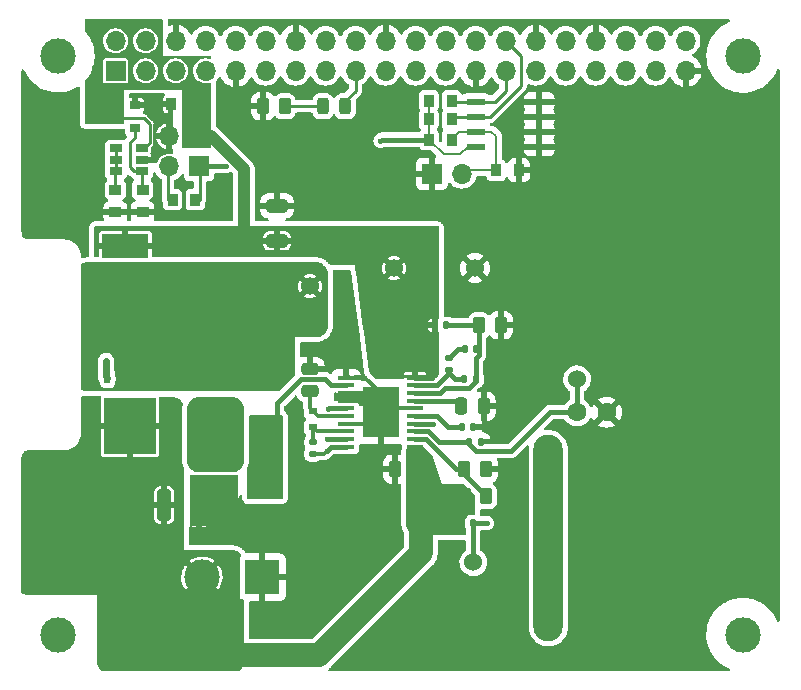
<source format=gtl>
G04 #@! TF.GenerationSoftware,KiCad,Pcbnew,(6.0.9-0)*
G04 #@! TF.CreationDate,2023-03-20T13:15:15-04:00*
G04 #@! TF.ProjectId,LM5116-05,4c4d3531-3136-42d3-9035-2e6b69636164,rev?*
G04 #@! TF.SameCoordinates,Original*
G04 #@! TF.FileFunction,Copper,L1,Top*
G04 #@! TF.FilePolarity,Positive*
%FSLAX46Y46*%
G04 Gerber Fmt 4.6, Leading zero omitted, Abs format (unit mm)*
G04 Created by KiCad (PCBNEW (6.0.9-0)) date 2023-03-20 13:15:15*
%MOMM*%
%LPD*%
G01*
G04 APERTURE LIST*
G04 Aperture macros list*
%AMRoundRect*
0 Rectangle with rounded corners*
0 $1 Rounding radius*
0 $2 $3 $4 $5 $6 $7 $8 $9 X,Y pos of 4 corners*
0 Add a 4 corners polygon primitive as box body*
4,1,4,$2,$3,$4,$5,$6,$7,$8,$9,$2,$3,0*
0 Add four circle primitives for the rounded corners*
1,1,$1+$1,$2,$3*
1,1,$1+$1,$4,$5*
1,1,$1+$1,$6,$7*
1,1,$1+$1,$8,$9*
0 Add four rect primitives between the rounded corners*
20,1,$1+$1,$2,$3,$4,$5,0*
20,1,$1+$1,$4,$5,$6,$7,0*
20,1,$1+$1,$6,$7,$8,$9,0*
20,1,$1+$1,$8,$9,$2,$3,0*%
G04 Aperture macros list end*
G04 #@! TA.AperFunction,WasherPad*
%ADD10C,3.000000*%
G04 #@! TD*
G04 #@! TA.AperFunction,SMDPad,CuDef*
%ADD11R,0.845000X1.000000*%
G04 #@! TD*
G04 #@! TA.AperFunction,SMDPad,CuDef*
%ADD12R,1.000000X0.845000*%
G04 #@! TD*
G04 #@! TA.AperFunction,SMDPad,CuDef*
%ADD13R,1.060000X0.650000*%
G04 #@! TD*
G04 #@! TA.AperFunction,SMDPad,CuDef*
%ADD14R,0.900000X0.800000*%
G04 #@! TD*
G04 #@! TA.AperFunction,SMDPad,CuDef*
%ADD15R,1.550000X0.600000*%
G04 #@! TD*
G04 #@! TA.AperFunction,ComponentPad*
%ADD16R,1.700000X1.700000*%
G04 #@! TD*
G04 #@! TA.AperFunction,ComponentPad*
%ADD17O,1.700000X1.700000*%
G04 #@! TD*
G04 #@! TA.AperFunction,SMDPad,CuDef*
%ADD18RoundRect,0.250000X-0.325000X-1.100000X0.325000X-1.100000X0.325000X1.100000X-0.325000X1.100000X0*%
G04 #@! TD*
G04 #@! TA.AperFunction,SMDPad,CuDef*
%ADD19RoundRect,0.250000X0.475000X-0.250000X0.475000X0.250000X-0.475000X0.250000X-0.475000X-0.250000X0*%
G04 #@! TD*
G04 #@! TA.AperFunction,SMDPad,CuDef*
%ADD20R,0.700000X0.600000*%
G04 #@! TD*
G04 #@! TA.AperFunction,SMDPad,CuDef*
%ADD21RoundRect,0.243750X-0.243750X-0.456250X0.243750X-0.456250X0.243750X0.456250X-0.243750X0.456250X0*%
G04 #@! TD*
G04 #@! TA.AperFunction,ComponentPad*
%ADD22R,3.000000X3.000000*%
G04 #@! TD*
G04 #@! TA.AperFunction,ComponentPad*
%ADD23C,3.000000*%
G04 #@! TD*
G04 #@! TA.AperFunction,SMDPad,CuDef*
%ADD24RoundRect,0.250000X-0.262500X-0.450000X0.262500X-0.450000X0.262500X0.450000X-0.262500X0.450000X0*%
G04 #@! TD*
G04 #@! TA.AperFunction,SMDPad,CuDef*
%ADD25RoundRect,0.250000X0.375000X0.625000X-0.375000X0.625000X-0.375000X-0.625000X0.375000X-0.625000X0*%
G04 #@! TD*
G04 #@! TA.AperFunction,SMDPad,CuDef*
%ADD26RoundRect,0.250000X0.250000X0.475000X-0.250000X0.475000X-0.250000X-0.475000X0.250000X-0.475000X0*%
G04 #@! TD*
G04 #@! TA.AperFunction,SMDPad,CuDef*
%ADD27RoundRect,0.147500X-0.172500X0.147500X-0.172500X-0.147500X0.172500X-0.147500X0.172500X0.147500X0*%
G04 #@! TD*
G04 #@! TA.AperFunction,SMDPad,CuDef*
%ADD28R,1.450000X0.450000*%
G04 #@! TD*
G04 #@! TA.AperFunction,SMDPad,CuDef*
%ADD29R,3.150000X4.350000*%
G04 #@! TD*
G04 #@! TA.AperFunction,SMDPad,CuDef*
%ADD30R,4.000000X2.000000*%
G04 #@! TD*
G04 #@! TA.AperFunction,SMDPad,CuDef*
%ADD31RoundRect,0.147500X-0.147500X-0.172500X0.147500X-0.172500X0.147500X0.172500X-0.147500X0.172500X0*%
G04 #@! TD*
G04 #@! TA.AperFunction,SMDPad,CuDef*
%ADD32RoundRect,0.250000X0.650000X-0.325000X0.650000X0.325000X-0.650000X0.325000X-0.650000X-0.325000X0*%
G04 #@! TD*
G04 #@! TA.AperFunction,SMDPad,CuDef*
%ADD33RoundRect,0.147500X0.147500X0.172500X-0.147500X0.172500X-0.147500X-0.172500X0.147500X-0.172500X0*%
G04 #@! TD*
G04 #@! TA.AperFunction,SMDPad,CuDef*
%ADD34RoundRect,0.250000X-0.250000X-0.475000X0.250000X-0.475000X0.250000X0.475000X-0.250000X0.475000X0*%
G04 #@! TD*
G04 #@! TA.AperFunction,SMDPad,CuDef*
%ADD35RoundRect,0.147500X0.172500X-0.147500X0.172500X0.147500X-0.172500X0.147500X-0.172500X-0.147500X0*%
G04 #@! TD*
G04 #@! TA.AperFunction,ComponentPad*
%ADD36O,2.500000X17.500000*%
G04 #@! TD*
G04 #@! TA.AperFunction,SMDPad,CuDef*
%ADD37R,0.500000X0.850000*%
G04 #@! TD*
G04 #@! TA.AperFunction,SMDPad,CuDef*
%ADD38R,4.410000X4.781000*%
G04 #@! TD*
G04 #@! TA.AperFunction,SMDPad,CuDef*
%ADD39R,0.970000X4.070000*%
G04 #@! TD*
G04 #@! TA.AperFunction,SMDPad,CuDef*
%ADD40R,8.770000X8.920000*%
G04 #@! TD*
G04 #@! TA.AperFunction,ComponentPad*
%ADD41C,1.524000*%
G04 #@! TD*
G04 #@! TA.AperFunction,ComponentPad*
%ADD42C,1.600000*%
G04 #@! TD*
G04 #@! TA.AperFunction,ViaPad*
%ADD43C,0.400000*%
G04 #@! TD*
G04 #@! TA.AperFunction,Conductor*
%ADD44C,0.300000*%
G04 #@! TD*
G04 #@! TA.AperFunction,Conductor*
%ADD45C,0.200000*%
G04 #@! TD*
G04 #@! TA.AperFunction,Conductor*
%ADD46C,0.250000*%
G04 #@! TD*
G04 #@! TA.AperFunction,Conductor*
%ADD47C,0.400000*%
G04 #@! TD*
G04 #@! TA.AperFunction,Conductor*
%ADD48C,1.000000*%
G04 #@! TD*
G04 #@! TA.AperFunction,Conductor*
%ADD49C,2.000000*%
G04 #@! TD*
G04 #@! TA.AperFunction,Conductor*
%ADD50C,0.600000*%
G04 #@! TD*
G04 APERTURE END LIST*
D10*
X82040000Y-64310000D03*
X140040000Y-64330000D03*
X82040000Y-113320000D03*
X140030000Y-113310000D03*
D11*
X91637500Y-68400000D03*
X93562500Y-68400000D03*
X91737500Y-76500000D03*
X93662500Y-76500000D03*
X119137500Y-74000000D03*
X121062500Y-74000000D03*
D12*
X86900000Y-75637500D03*
X86900000Y-77562500D03*
X89200000Y-75637500D03*
X89200000Y-77562500D03*
D11*
X113437500Y-71400000D03*
X115362500Y-71400000D03*
X113437500Y-69700000D03*
X115362500Y-69700000D03*
D13*
X86950000Y-72150000D03*
X86950000Y-73100000D03*
X86950000Y-74050000D03*
X89150000Y-74050000D03*
X89150000Y-73100000D03*
X89150000Y-72150000D03*
D14*
X88600000Y-70419000D03*
X88600000Y-68519000D03*
X86600000Y-69469000D03*
D15*
X122800000Y-72005000D03*
X122800000Y-70735000D03*
X122800000Y-69465000D03*
X122800000Y-68195000D03*
X117400000Y-68195000D03*
X117400000Y-69465000D03*
X117400000Y-70735000D03*
X117400000Y-72005000D03*
D16*
X93980000Y-73660000D03*
D17*
X91440000Y-73660000D03*
X93980000Y-71120000D03*
X91440000Y-71120000D03*
D11*
X113437500Y-68100000D03*
X115362500Y-68100000D03*
D18*
X91030000Y-102362000D03*
X93980000Y-102362000D03*
D19*
X103378000Y-92710000D03*
X103378000Y-90810000D03*
D20*
X103632000Y-95758000D03*
X103632000Y-94358000D03*
D21*
X104472500Y-68580000D03*
X106347500Y-68580000D03*
D22*
X99314000Y-108458000D03*
D23*
X94234000Y-108458000D03*
D24*
X99417500Y-68580000D03*
X101242500Y-68580000D03*
D25*
X99060000Y-100838000D03*
X96260000Y-100838000D03*
D24*
X116435500Y-99314000D03*
X118260500Y-99314000D03*
X116463000Y-101600000D03*
X118288000Y-101600000D03*
D26*
X112456000Y-99314000D03*
X110556000Y-99314000D03*
D27*
X103632000Y-97028000D03*
X103632000Y-97998000D03*
D28*
X112276000Y-97413000D03*
X112276000Y-96763000D03*
X112276000Y-96113000D03*
X112276000Y-95463000D03*
X112276000Y-94813000D03*
X112276000Y-94163000D03*
X112276000Y-93513000D03*
X112276000Y-92863000D03*
X112276000Y-92213000D03*
X112276000Y-91563000D03*
X106426000Y-91563000D03*
X106426000Y-92213000D03*
X106426000Y-92863000D03*
X106426000Y-93513000D03*
X106426000Y-94163000D03*
X106426000Y-94813000D03*
X106426000Y-95463000D03*
X106426000Y-96113000D03*
X106426000Y-96763000D03*
X106426000Y-97413000D03*
D29*
X109351000Y-94488000D03*
D30*
X87630000Y-87376000D03*
X87757000Y-80391000D03*
D24*
X117710000Y-87122000D03*
X119535000Y-87122000D03*
D16*
X113700000Y-74295000D03*
D17*
X116240000Y-74295000D03*
D31*
X116863000Y-97028000D03*
X117833000Y-97028000D03*
D32*
X100584000Y-79961000D03*
X100584000Y-77011000D03*
D33*
X117410000Y-91694000D03*
X116440000Y-91694000D03*
X117456000Y-89154000D03*
X116486000Y-89154000D03*
D34*
X116186000Y-93980000D03*
X118086000Y-93980000D03*
D31*
X116209000Y-95758000D03*
X117179000Y-95758000D03*
X113923000Y-87122000D03*
X114893000Y-87122000D03*
X116209000Y-103886000D03*
X117179000Y-103886000D03*
D35*
X115170000Y-90886000D03*
X115170000Y-89916000D03*
D36*
X123571000Y-105156000D03*
D37*
X90043000Y-91588000D03*
X88773000Y-91588000D03*
X87503000Y-91588000D03*
X86233000Y-91588000D03*
D38*
X88138000Y-95653500D03*
D39*
X94234000Y-97172000D03*
D40*
X96774000Y-87082000D03*
D39*
X99314000Y-97172000D03*
D41*
X103378000Y-83820000D03*
X125984000Y-91694000D03*
X117202000Y-107188000D03*
X117348000Y-82296000D03*
D42*
X128504000Y-94488000D03*
X126004000Y-94488000D03*
D41*
X110490000Y-82296000D03*
D16*
X86920000Y-65590000D03*
D17*
X86920000Y-63050000D03*
X89460000Y-65590000D03*
X89460000Y-63050000D03*
X92000000Y-65590000D03*
X92000000Y-63050000D03*
X94540000Y-65590000D03*
X94540000Y-63050000D03*
X97080000Y-65590000D03*
X97080000Y-63050000D03*
X99620000Y-65590000D03*
X99620000Y-63050000D03*
X102160000Y-65590000D03*
X102160000Y-63050000D03*
X104700000Y-65590000D03*
X104700000Y-63050000D03*
X107240000Y-65590000D03*
X107240000Y-63050000D03*
X109780000Y-65590000D03*
X109780000Y-63050000D03*
X112320000Y-65590000D03*
X112320000Y-63050000D03*
X114860000Y-65590000D03*
X114860000Y-63050000D03*
X117400000Y-65590000D03*
X117400000Y-63050000D03*
X119940000Y-65590000D03*
X119940000Y-63050000D03*
X122480000Y-65590000D03*
X122480000Y-63050000D03*
X125020000Y-65590000D03*
X125020000Y-63050000D03*
X127560000Y-65590000D03*
X127560000Y-63050000D03*
X130100000Y-65590000D03*
X130100000Y-63050000D03*
X132640000Y-65590000D03*
X132640000Y-63050000D03*
X135180000Y-65590000D03*
X135180000Y-63050000D03*
D43*
X109220000Y-98806000D03*
X102616000Y-76454000D03*
X109220000Y-95758000D03*
X95504000Y-102616000D03*
X94996000Y-101092000D03*
X94996000Y-100330000D03*
X109351000Y-92841000D03*
X108458000Y-92964000D03*
X95250000Y-77724000D03*
X119126000Y-85598000D03*
X119634000Y-88646000D03*
X96012000Y-77724000D03*
X119126000Y-88646000D03*
X109351000Y-93726000D03*
X108523500Y-95758000D03*
X102616000Y-77216000D03*
X108523500Y-93660500D03*
X95504000Y-103632000D03*
X119634000Y-85598000D03*
X109220000Y-99822000D03*
X109347000Y-71501000D03*
X96266000Y-73660000D03*
X97790000Y-80518000D03*
X88646000Y-88900000D03*
X104779000Y-97790000D03*
X95504000Y-92202000D03*
X87884000Y-88900000D03*
X90678000Y-88138000D03*
X89408000Y-88900000D03*
X98552000Y-92202000D03*
X88646000Y-90424000D03*
X89662000Y-90424000D03*
X90678000Y-88900000D03*
X87122000Y-88900000D03*
X97536000Y-92202000D03*
X90678000Y-89662000D03*
X90678000Y-90424000D03*
X87630000Y-90424000D03*
X96520000Y-92202000D03*
X86360000Y-88900000D03*
X113792000Y-95504000D03*
X118364000Y-103886000D03*
X100584000Y-95758000D03*
X100584000Y-96520000D03*
X104902000Y-91948000D03*
X86106000Y-90170000D03*
X104779000Y-96774000D03*
X95758000Y-97028000D03*
X104902000Y-94234000D03*
D44*
X106426000Y-92863000D02*
X107726000Y-92863000D01*
X108523500Y-93660500D02*
X109351000Y-94488000D01*
X108523500Y-95315500D02*
X109351000Y-94488000D01*
X112276000Y-94163000D02*
X109676000Y-94163000D01*
X106426000Y-91563000D02*
X108073000Y-91563000D01*
X108376000Y-93513000D02*
X108523500Y-93660500D01*
X108376000Y-95463000D02*
X108523500Y-95315500D01*
X106426000Y-95463000D02*
X108376000Y-95463000D01*
X107726000Y-92863000D02*
X109351000Y-94488000D01*
X106426000Y-93513000D02*
X108376000Y-93513000D01*
X109351000Y-93341000D02*
X109351000Y-94488000D01*
X108073000Y-91563000D02*
X109351000Y-92841000D01*
X109676000Y-94163000D02*
X109351000Y-94488000D01*
X109351000Y-92841000D02*
X109351000Y-93341000D01*
D45*
X122800000Y-68195000D02*
X122800000Y-72005000D01*
D46*
X119003000Y-68195000D02*
X117400000Y-68195000D01*
X117400000Y-68195000D02*
X115457500Y-68195000D01*
X119940000Y-65590000D02*
X119940000Y-67258000D01*
X115457500Y-68195000D02*
X115362500Y-68100000D01*
X119940000Y-67258000D02*
X119003000Y-68195000D01*
X118614380Y-69465000D02*
X117400000Y-69465000D01*
X121218960Y-64328960D02*
X121218960Y-66860420D01*
X121218960Y-66860420D02*
X118614380Y-69465000D01*
X115597500Y-69465000D02*
X115362500Y-69700000D01*
X119940000Y-63050000D02*
X121218960Y-64328960D01*
X119940000Y-63050000D02*
X119850000Y-63050000D01*
X117400000Y-69465000D02*
X115597500Y-69465000D01*
X89150000Y-75450000D02*
X89200000Y-75500000D01*
X88450000Y-74050000D02*
X89150000Y-74050000D01*
X88100000Y-71700000D02*
X88100000Y-73700000D01*
X88600760Y-70550000D02*
X88600760Y-71199240D01*
X88600760Y-71199240D02*
X88100000Y-71700000D01*
X88100000Y-73700000D02*
X88450000Y-74050000D01*
X89150000Y-74050000D02*
X89150000Y-75450000D01*
X86950000Y-73100000D02*
X86950000Y-74050000D01*
X86950000Y-74050000D02*
X86900000Y-74100000D01*
X86900000Y-74100000D02*
X86900000Y-75500000D01*
X86950000Y-72150000D02*
X86950000Y-73100000D01*
X91350000Y-73750000D02*
X91440000Y-73660000D01*
X91350000Y-76500000D02*
X91350000Y-73750000D01*
X89900000Y-73100000D02*
X90600000Y-72400000D01*
X90600000Y-72400000D02*
X91200000Y-72400000D01*
X91200000Y-72400000D02*
X91440000Y-72160000D01*
X91440000Y-72160000D02*
X91440000Y-71120000D01*
X91637500Y-68400000D02*
X91637500Y-70922500D01*
X88700000Y-68650000D02*
X88700000Y-68600000D01*
X89150000Y-73100000D02*
X89900000Y-73100000D01*
X91637500Y-70922500D02*
X91440000Y-71120000D01*
X94050000Y-73730000D02*
X93980000Y-73660000D01*
D45*
X116078000Y-72644000D02*
X114681500Y-72644000D01*
D46*
X94050000Y-76500000D02*
X94050000Y-73730000D01*
D47*
X109347000Y-71501000D02*
X109448000Y-71400000D01*
D45*
X114681500Y-72644000D02*
X113437500Y-71400000D01*
X116717000Y-72005000D02*
X116078000Y-72644000D01*
X117400000Y-72005000D02*
X116717000Y-72005000D01*
D47*
X109448000Y-71400000D02*
X113437500Y-71400000D01*
D45*
X113437500Y-68100000D02*
X113437500Y-71400000D01*
D47*
X96266000Y-73660000D02*
X93980000Y-73660000D01*
D46*
X93980000Y-68430000D02*
X93950000Y-68400000D01*
X89150000Y-72150000D02*
X89350000Y-72150000D01*
X89800000Y-70050000D02*
X89350000Y-69600000D01*
D48*
X97790000Y-80518000D02*
X97790000Y-73911208D01*
X94998792Y-71120000D02*
X93980000Y-71120000D01*
D47*
X112276000Y-91563000D02*
X113669000Y-91563000D01*
D48*
X97790000Y-73911208D02*
X94998792Y-71120000D01*
D46*
X89350000Y-69600000D02*
X87750000Y-69600000D01*
X87750000Y-69600000D02*
X86500000Y-69600000D01*
X89350000Y-72150000D02*
X89800000Y-71700000D01*
X93980000Y-71120000D02*
X93980000Y-68430000D01*
D47*
X113923000Y-87122000D02*
X113923000Y-91309000D01*
X113669000Y-91563000D02*
X113792000Y-91440000D01*
D46*
X89800000Y-71700000D02*
X89800000Y-70050000D01*
D47*
X113923000Y-91309000D02*
X113792000Y-91440000D01*
D45*
X116535000Y-74000000D02*
X116240000Y-74295000D01*
X118741000Y-70735000D02*
X119137500Y-71131500D01*
X117400000Y-70735000D02*
X116027500Y-70735000D01*
X117400000Y-70735000D02*
X118741000Y-70735000D01*
X116027500Y-70735000D02*
X115362500Y-71400000D01*
X119137500Y-71131500D02*
X119137500Y-74000000D01*
X119137500Y-74000000D02*
X116535000Y-74000000D01*
D44*
X106426000Y-96113000D02*
X103987000Y-96113000D01*
X103632000Y-97028000D02*
X103632000Y-95758000D01*
X103987000Y-96113000D02*
X103632000Y-95758000D01*
D47*
X115932000Y-89154000D02*
X116486000Y-89154000D01*
X115170000Y-89916000D02*
X115932000Y-89154000D01*
X114893000Y-87122000D02*
X117710000Y-87122000D01*
X117410000Y-91818282D02*
X116814282Y-92414000D01*
X117710000Y-87884000D02*
X117710000Y-89662000D01*
X117710000Y-89662000D02*
X117456000Y-89916000D01*
X117410000Y-89962000D02*
X117456000Y-89916000D01*
X117410000Y-91694000D02*
X117410000Y-91818282D01*
X114799000Y-92414000D02*
X114350000Y-92863000D01*
X116814282Y-92414000D02*
X114799000Y-92414000D01*
X114350000Y-92863000D02*
X112276000Y-92863000D01*
X117410000Y-91694000D02*
X117410000Y-89962000D01*
X115170000Y-91186000D02*
X115678000Y-91694000D01*
X115678000Y-91694000D02*
X116440000Y-91694000D01*
X114143000Y-92213000D02*
X115170000Y-91186000D01*
X112276000Y-92213000D02*
X114143000Y-92213000D01*
X112276000Y-94813000D02*
X114117000Y-94813000D01*
X114117000Y-94813000D02*
X115062000Y-95758000D01*
X115062000Y-95758000D02*
X116209000Y-95758000D01*
X112276000Y-93513000D02*
X115719000Y-93513000D01*
X115719000Y-93513000D02*
X116186000Y-93980000D01*
D44*
X104087000Y-94813000D02*
X103632000Y-94358000D01*
X103378000Y-92390000D02*
X103378000Y-94104000D01*
X106426000Y-94813000D02*
X104087000Y-94813000D01*
X103378000Y-94104000D02*
X103632000Y-94358000D01*
D46*
X106435000Y-68063000D02*
X106435000Y-68580000D01*
X107240000Y-65590000D02*
X107240000Y-67258000D01*
X107240000Y-67258000D02*
X106435000Y-68063000D01*
X104385000Y-68580000D02*
X101355000Y-68580000D01*
D47*
X106426000Y-97413000D02*
X105156000Y-97413000D01*
D44*
X103632000Y-97998000D02*
X104571000Y-97998000D01*
D47*
X105156000Y-97413000D02*
X104779000Y-97790000D01*
D44*
X104571000Y-97998000D02*
X104779000Y-97790000D01*
D47*
X117179000Y-103886000D02*
X117179000Y-107165000D01*
X117179000Y-103886000D02*
X118364000Y-103886000D01*
X117179000Y-107165000D02*
X117202000Y-107188000D01*
X113751000Y-95463000D02*
X113792000Y-95504000D01*
X112276000Y-95463000D02*
X113751000Y-95463000D01*
X113177472Y-96763000D02*
X115728472Y-99314000D01*
X112276000Y-96763000D02*
X113177472Y-96763000D01*
X115728472Y-99314000D02*
X116435500Y-99314000D01*
X116435500Y-99314000D02*
X116435500Y-99747500D01*
X116435500Y-99747500D02*
X118288000Y-101600000D01*
X117458718Y-97748000D02*
X120438000Y-97748000D01*
X116863000Y-97152282D02*
X117458718Y-97748000D01*
X116863000Y-97028000D02*
X116863000Y-97152282D01*
X125984000Y-91694000D02*
X125984000Y-94468000D01*
X125984000Y-94468000D02*
X126004000Y-94488000D01*
X113376000Y-96113000D02*
X114291000Y-97028000D01*
X114291000Y-97028000D02*
X116863000Y-97028000D01*
X123698000Y-94488000D02*
X126004000Y-94488000D01*
X120438000Y-97748000D02*
X123698000Y-94488000D01*
X112276000Y-96113000D02*
X113376000Y-96113000D01*
X100584000Y-93726000D02*
X100584000Y-96520000D01*
X106426000Y-92213000D02*
X105167000Y-92213000D01*
X105167000Y-92213000D02*
X104902000Y-91948000D01*
X102600000Y-91710000D02*
X100584000Y-93726000D01*
X104664000Y-91710000D02*
X102600000Y-91710000D01*
X104902000Y-91948000D02*
X104664000Y-91710000D01*
D49*
X112776000Y-106426000D02*
X104140000Y-115062000D01*
X104140000Y-115062000D02*
X97028000Y-115062000D01*
X97028000Y-115062000D02*
X94234000Y-112268000D01*
X112776000Y-102616000D02*
X112776000Y-106426000D01*
X94234000Y-112268000D02*
X94234000Y-108458000D01*
D47*
X106426000Y-96763000D02*
X104790000Y-96763000D01*
D50*
X86106000Y-90170000D02*
X86106000Y-91461000D01*
D47*
X104790000Y-96763000D02*
X104779000Y-96774000D01*
D50*
X86106000Y-91461000D02*
X86233000Y-91588000D01*
X95614000Y-97172000D02*
X95758000Y-97028000D01*
D47*
X106426000Y-94163000D02*
X104973000Y-94163000D01*
D50*
X94234000Y-97172000D02*
X95614000Y-97172000D01*
D47*
X104973000Y-94163000D02*
X104902000Y-94234000D01*
G04 #@! TA.AperFunction,Conductor*
G36*
X90873191Y-61218907D02*
G01*
X90909155Y-61268407D01*
X90914000Y-61299000D01*
X90914000Y-64300000D01*
X94901000Y-64300000D01*
X94959191Y-64318907D01*
X94995155Y-64368407D01*
X95000000Y-64399000D01*
X95000000Y-64498386D01*
X94981093Y-64556577D01*
X94931593Y-64592541D01*
X94871725Y-64592959D01*
X94756875Y-64557407D01*
X94756871Y-64557406D01*
X94752254Y-64555977D01*
X94747446Y-64555472D01*
X94747443Y-64555471D01*
X94552185Y-64534949D01*
X94552183Y-64534949D01*
X94547369Y-64534443D01*
X94491800Y-64539500D01*
X94347022Y-64552675D01*
X94347017Y-64552676D01*
X94342203Y-64553114D01*
X94144572Y-64611280D01*
X94140288Y-64613519D01*
X94140287Y-64613520D01*
X94129428Y-64619197D01*
X93962002Y-64706726D01*
X93958231Y-64709758D01*
X93805220Y-64832781D01*
X93805217Y-64832783D01*
X93801447Y-64835815D01*
X93798333Y-64839526D01*
X93798332Y-64839527D01*
X93789585Y-64849952D01*
X93669024Y-64993630D01*
X93666689Y-64997878D01*
X93666688Y-64997879D01*
X93659955Y-65010126D01*
X93569776Y-65174162D01*
X93507484Y-65370532D01*
X93506944Y-65375344D01*
X93506944Y-65375345D01*
X93505865Y-65384970D01*
X93484520Y-65575262D01*
X93501759Y-65780553D01*
X93558544Y-65978586D01*
X93652712Y-66161818D01*
X93780677Y-66323270D01*
X93784357Y-66326402D01*
X93784359Y-66326404D01*
X93897017Y-66422283D01*
X93937564Y-66456791D01*
X93941787Y-66459151D01*
X93941791Y-66459154D01*
X93981342Y-66481258D01*
X94117398Y-66557297D01*
X94121996Y-66558791D01*
X94308724Y-66619463D01*
X94308726Y-66619464D01*
X94313329Y-66620959D01*
X94517894Y-66645351D01*
X94522716Y-66644980D01*
X94522719Y-66644980D01*
X94593259Y-66639552D01*
X94723300Y-66629546D01*
X94759889Y-66619330D01*
X94874377Y-66587365D01*
X94935509Y-66589927D01*
X94983459Y-66627932D01*
X95000000Y-66682718D01*
X95000000Y-72001000D01*
X94981093Y-72059191D01*
X94931593Y-72095155D01*
X94901000Y-72100000D01*
X92599000Y-72100000D01*
X92540809Y-72081093D01*
X92504845Y-72031593D01*
X92500000Y-72001000D01*
X92500000Y-67200000D01*
X87600000Y-67200000D01*
X87600000Y-70001000D01*
X87581093Y-70059191D01*
X87531593Y-70095155D01*
X87501000Y-70100000D01*
X84399000Y-70100000D01*
X84340809Y-70081093D01*
X84304845Y-70031593D01*
X84300000Y-70001000D01*
X84300000Y-66471876D01*
X84303941Y-66459748D01*
X85869500Y-66459748D01*
X85881133Y-66518231D01*
X85925448Y-66584552D01*
X85991769Y-66628867D01*
X86001332Y-66630769D01*
X86001334Y-66630770D01*
X86024005Y-66635279D01*
X86050252Y-66640500D01*
X87789748Y-66640500D01*
X87815995Y-66635279D01*
X87838666Y-66630770D01*
X87838668Y-66630769D01*
X87848231Y-66628867D01*
X87914552Y-66584552D01*
X87958867Y-66518231D01*
X87970500Y-66459748D01*
X87970500Y-65575262D01*
X88404520Y-65575262D01*
X88421759Y-65780553D01*
X88478544Y-65978586D01*
X88572712Y-66161818D01*
X88700677Y-66323270D01*
X88704357Y-66326402D01*
X88704359Y-66326404D01*
X88817017Y-66422283D01*
X88857564Y-66456791D01*
X88861787Y-66459151D01*
X88861791Y-66459154D01*
X88901342Y-66481258D01*
X89037398Y-66557297D01*
X89041996Y-66558791D01*
X89228724Y-66619463D01*
X89228726Y-66619464D01*
X89233329Y-66620959D01*
X89437894Y-66645351D01*
X89442716Y-66644980D01*
X89442719Y-66644980D01*
X89513259Y-66639552D01*
X89643300Y-66629546D01*
X89841725Y-66574145D01*
X89846038Y-66571966D01*
X89846044Y-66571964D01*
X90021289Y-66483441D01*
X90021291Y-66483440D01*
X90025610Y-66481258D01*
X90029427Y-66478276D01*
X90184135Y-66357406D01*
X90184139Y-66357402D01*
X90187951Y-66354424D01*
X90227918Y-66308122D01*
X90317157Y-66204736D01*
X90322564Y-66198472D01*
X90341231Y-66165613D01*
X90421934Y-66023550D01*
X90421935Y-66023547D01*
X90424323Y-66019344D01*
X90437882Y-65978586D01*
X90487824Y-65828454D01*
X90487824Y-65828452D01*
X90489351Y-65823863D01*
X90515171Y-65619474D01*
X90515583Y-65590000D01*
X90514138Y-65575262D01*
X90944520Y-65575262D01*
X90961759Y-65780553D01*
X91018544Y-65978586D01*
X91112712Y-66161818D01*
X91240677Y-66323270D01*
X91244357Y-66326402D01*
X91244359Y-66326404D01*
X91357017Y-66422283D01*
X91397564Y-66456791D01*
X91401787Y-66459151D01*
X91401791Y-66459154D01*
X91441342Y-66481258D01*
X91577398Y-66557297D01*
X91581996Y-66558791D01*
X91768724Y-66619463D01*
X91768726Y-66619464D01*
X91773329Y-66620959D01*
X91977894Y-66645351D01*
X91982716Y-66644980D01*
X91982719Y-66644980D01*
X92053259Y-66639552D01*
X92183300Y-66629546D01*
X92381725Y-66574145D01*
X92386038Y-66571966D01*
X92386044Y-66571964D01*
X92561289Y-66483441D01*
X92561291Y-66483440D01*
X92565610Y-66481258D01*
X92569427Y-66478276D01*
X92724135Y-66357406D01*
X92724139Y-66357402D01*
X92727951Y-66354424D01*
X92767918Y-66308122D01*
X92857157Y-66204736D01*
X92862564Y-66198472D01*
X92881231Y-66165613D01*
X92961934Y-66023550D01*
X92961935Y-66023547D01*
X92964323Y-66019344D01*
X92977882Y-65978586D01*
X93027824Y-65828454D01*
X93027824Y-65828452D01*
X93029351Y-65823863D01*
X93055171Y-65619474D01*
X93055583Y-65590000D01*
X93053667Y-65570454D01*
X93035952Y-65389780D01*
X93035951Y-65389776D01*
X93035480Y-65384970D01*
X92975935Y-65187749D01*
X92879218Y-65005849D01*
X92749011Y-64846200D01*
X92732790Y-64832781D01*
X92594002Y-64717965D01*
X92594000Y-64717964D01*
X92590275Y-64714882D01*
X92409055Y-64616897D01*
X92331724Y-64592959D01*
X92216875Y-64557407D01*
X92216871Y-64557406D01*
X92212254Y-64555977D01*
X92207446Y-64555472D01*
X92207443Y-64555471D01*
X92012185Y-64534949D01*
X92012183Y-64534949D01*
X92007369Y-64534443D01*
X91951800Y-64539500D01*
X91807022Y-64552675D01*
X91807017Y-64552676D01*
X91802203Y-64553114D01*
X91604572Y-64611280D01*
X91600288Y-64613519D01*
X91600287Y-64613520D01*
X91589428Y-64619197D01*
X91422002Y-64706726D01*
X91418231Y-64709758D01*
X91265220Y-64832781D01*
X91265217Y-64832783D01*
X91261447Y-64835815D01*
X91258333Y-64839526D01*
X91258332Y-64839527D01*
X91249585Y-64849952D01*
X91129024Y-64993630D01*
X91126689Y-64997878D01*
X91126688Y-64997879D01*
X91119955Y-65010126D01*
X91029776Y-65174162D01*
X90967484Y-65370532D01*
X90966944Y-65375344D01*
X90966944Y-65375345D01*
X90965865Y-65384970D01*
X90944520Y-65575262D01*
X90514138Y-65575262D01*
X90513667Y-65570454D01*
X90495952Y-65389780D01*
X90495951Y-65389776D01*
X90495480Y-65384970D01*
X90435935Y-65187749D01*
X90339218Y-65005849D01*
X90209011Y-64846200D01*
X90192790Y-64832781D01*
X90054002Y-64717965D01*
X90054000Y-64717964D01*
X90050275Y-64714882D01*
X89869055Y-64616897D01*
X89791724Y-64592959D01*
X89676875Y-64557407D01*
X89676871Y-64557406D01*
X89672254Y-64555977D01*
X89667446Y-64555472D01*
X89667443Y-64555471D01*
X89472185Y-64534949D01*
X89472183Y-64534949D01*
X89467369Y-64534443D01*
X89411800Y-64539500D01*
X89267022Y-64552675D01*
X89267017Y-64552676D01*
X89262203Y-64553114D01*
X89064572Y-64611280D01*
X89060288Y-64613519D01*
X89060287Y-64613520D01*
X89049428Y-64619197D01*
X88882002Y-64706726D01*
X88878231Y-64709758D01*
X88725220Y-64832781D01*
X88725217Y-64832783D01*
X88721447Y-64835815D01*
X88718333Y-64839526D01*
X88718332Y-64839527D01*
X88709585Y-64849952D01*
X88589024Y-64993630D01*
X88586689Y-64997878D01*
X88586688Y-64997879D01*
X88579955Y-65010126D01*
X88489776Y-65174162D01*
X88427484Y-65370532D01*
X88426944Y-65375344D01*
X88426944Y-65375345D01*
X88425865Y-65384970D01*
X88404520Y-65575262D01*
X87970500Y-65575262D01*
X87970500Y-64720252D01*
X87958867Y-64661769D01*
X87914552Y-64595448D01*
X87848231Y-64551133D01*
X87838668Y-64549231D01*
X87838666Y-64549230D01*
X87815995Y-64544721D01*
X87789748Y-64539500D01*
X86050252Y-64539500D01*
X86024005Y-64544721D01*
X86001334Y-64549230D01*
X86001332Y-64549231D01*
X85991769Y-64551133D01*
X85925448Y-64595448D01*
X85881133Y-64661769D01*
X85869500Y-64720252D01*
X85869500Y-66459748D01*
X84303941Y-66459748D01*
X84318907Y-66413685D01*
X84326832Y-66404106D01*
X84416967Y-66308122D01*
X84418863Y-66306103D01*
X84420525Y-66303882D01*
X84624881Y-66030714D01*
X84624887Y-66030705D01*
X84626541Y-66028494D01*
X84627937Y-66026114D01*
X84627942Y-66026107D01*
X84800581Y-65731849D01*
X84801980Y-65729465D01*
X84942994Y-65412744D01*
X84954858Y-65375345D01*
X85046991Y-65084905D01*
X85046992Y-65084899D01*
X85047824Y-65082278D01*
X85050018Y-65071197D01*
X85114628Y-64744895D01*
X85114629Y-64744888D01*
X85115164Y-64742186D01*
X85136355Y-64489824D01*
X85144030Y-64398423D01*
X85144030Y-64398420D01*
X85144174Y-64396707D01*
X85145385Y-64310000D01*
X85126032Y-63963846D01*
X85068214Y-63622007D01*
X84972652Y-63288742D01*
X84868175Y-63035262D01*
X85864520Y-63035262D01*
X85881759Y-63240553D01*
X85883092Y-63245201D01*
X85883092Y-63245202D01*
X85883865Y-63247896D01*
X85938544Y-63438586D01*
X86032712Y-63621818D01*
X86160677Y-63783270D01*
X86164357Y-63786402D01*
X86164359Y-63786404D01*
X86277017Y-63882283D01*
X86317564Y-63916791D01*
X86321787Y-63919151D01*
X86321791Y-63919154D01*
X86438702Y-63984493D01*
X86497398Y-64017297D01*
X86501996Y-64018791D01*
X86688724Y-64079463D01*
X86688726Y-64079464D01*
X86693329Y-64080959D01*
X86897894Y-64105351D01*
X86902716Y-64104980D01*
X86902719Y-64104980D01*
X86970541Y-64099761D01*
X87103300Y-64089546D01*
X87301725Y-64034145D01*
X87306038Y-64031966D01*
X87306044Y-64031964D01*
X87481289Y-63943441D01*
X87481291Y-63943440D01*
X87485610Y-63941258D01*
X87489427Y-63938276D01*
X87644135Y-63817406D01*
X87644139Y-63817402D01*
X87647951Y-63814424D01*
X87782564Y-63658472D01*
X87801231Y-63625613D01*
X87881934Y-63483550D01*
X87881935Y-63483547D01*
X87884323Y-63479344D01*
X87897882Y-63438586D01*
X87947824Y-63288454D01*
X87947824Y-63288452D01*
X87949351Y-63283863D01*
X87975171Y-63079474D01*
X87975583Y-63050000D01*
X87974138Y-63035262D01*
X88404520Y-63035262D01*
X88421759Y-63240553D01*
X88423092Y-63245201D01*
X88423092Y-63245202D01*
X88423865Y-63247896D01*
X88478544Y-63438586D01*
X88572712Y-63621818D01*
X88700677Y-63783270D01*
X88704357Y-63786402D01*
X88704359Y-63786404D01*
X88817017Y-63882283D01*
X88857564Y-63916791D01*
X88861787Y-63919151D01*
X88861791Y-63919154D01*
X88978702Y-63984493D01*
X89037398Y-64017297D01*
X89041996Y-64018791D01*
X89228724Y-64079463D01*
X89228726Y-64079464D01*
X89233329Y-64080959D01*
X89437894Y-64105351D01*
X89442716Y-64104980D01*
X89442719Y-64104980D01*
X89510541Y-64099761D01*
X89643300Y-64089546D01*
X89841725Y-64034145D01*
X89846038Y-64031966D01*
X89846044Y-64031964D01*
X90021289Y-63943441D01*
X90021291Y-63943440D01*
X90025610Y-63941258D01*
X90029427Y-63938276D01*
X90184135Y-63817406D01*
X90184139Y-63817402D01*
X90187951Y-63814424D01*
X90322564Y-63658472D01*
X90341231Y-63625613D01*
X90421934Y-63483550D01*
X90421935Y-63483547D01*
X90424323Y-63479344D01*
X90437882Y-63438586D01*
X90487824Y-63288454D01*
X90487824Y-63288452D01*
X90489351Y-63283863D01*
X90515171Y-63079474D01*
X90515583Y-63050000D01*
X90507814Y-62970762D01*
X90495952Y-62849780D01*
X90495951Y-62849776D01*
X90495480Y-62844970D01*
X90435935Y-62647749D01*
X90339218Y-62465849D01*
X90209011Y-62306200D01*
X90050275Y-62174882D01*
X89869055Y-62076897D01*
X89805855Y-62057333D01*
X89676875Y-62017407D01*
X89676871Y-62017406D01*
X89672254Y-62015977D01*
X89667446Y-62015472D01*
X89667443Y-62015471D01*
X89472185Y-61994949D01*
X89472183Y-61994949D01*
X89467369Y-61994443D01*
X89407354Y-61999905D01*
X89267022Y-62012675D01*
X89267017Y-62012676D01*
X89262203Y-62013114D01*
X89064572Y-62071280D01*
X89060288Y-62073519D01*
X89060287Y-62073520D01*
X89049428Y-62079197D01*
X88882002Y-62166726D01*
X88878231Y-62169758D01*
X88725220Y-62292781D01*
X88725217Y-62292783D01*
X88721447Y-62295815D01*
X88718333Y-62299526D01*
X88718332Y-62299527D01*
X88649887Y-62381097D01*
X88589024Y-62453630D01*
X88586689Y-62457878D01*
X88586688Y-62457879D01*
X88579955Y-62470126D01*
X88489776Y-62634162D01*
X88488313Y-62638775D01*
X88488311Y-62638779D01*
X88480185Y-62664397D01*
X88427484Y-62830532D01*
X88426944Y-62835344D01*
X88426944Y-62835345D01*
X88416413Y-62929237D01*
X88404520Y-63035262D01*
X87974138Y-63035262D01*
X87967814Y-62970762D01*
X87955952Y-62849780D01*
X87955951Y-62849776D01*
X87955480Y-62844970D01*
X87895935Y-62647749D01*
X87799218Y-62465849D01*
X87669011Y-62306200D01*
X87510275Y-62174882D01*
X87329055Y-62076897D01*
X87265855Y-62057333D01*
X87136875Y-62017407D01*
X87136871Y-62017406D01*
X87132254Y-62015977D01*
X87127446Y-62015472D01*
X87127443Y-62015471D01*
X86932185Y-61994949D01*
X86932183Y-61994949D01*
X86927369Y-61994443D01*
X86867354Y-61999905D01*
X86727022Y-62012675D01*
X86727017Y-62012676D01*
X86722203Y-62013114D01*
X86524572Y-62071280D01*
X86520288Y-62073519D01*
X86520287Y-62073520D01*
X86509428Y-62079197D01*
X86342002Y-62166726D01*
X86338231Y-62169758D01*
X86185220Y-62292781D01*
X86185217Y-62292783D01*
X86181447Y-62295815D01*
X86178333Y-62299526D01*
X86178332Y-62299527D01*
X86109887Y-62381097D01*
X86049024Y-62453630D01*
X86046689Y-62457878D01*
X86046688Y-62457879D01*
X86039955Y-62470126D01*
X85949776Y-62634162D01*
X85948313Y-62638775D01*
X85948311Y-62638779D01*
X85940185Y-62664397D01*
X85887484Y-62830532D01*
X85886944Y-62835344D01*
X85886944Y-62835345D01*
X85876413Y-62929237D01*
X85864520Y-63035262D01*
X84868175Y-63035262D01*
X84840537Y-62968207D01*
X84673516Y-62664397D01*
X84527834Y-62457879D01*
X84475259Y-62383349D01*
X84475255Y-62383345D01*
X84473670Y-62381097D01*
X84324968Y-62213610D01*
X84300472Y-62157542D01*
X84300000Y-62147881D01*
X84300000Y-61299000D01*
X84318907Y-61240809D01*
X84368407Y-61204845D01*
X84399000Y-61200000D01*
X90815000Y-61200000D01*
X90873191Y-61218907D01*
G37*
G04 #@! TD.AperFunction*
G04 #@! TA.AperFunction,Conductor*
G36*
X91095486Y-67518907D02*
G01*
X91131450Y-67568407D01*
X91131450Y-67629593D01*
X91092296Y-67681316D01*
X91042870Y-67714341D01*
X91029341Y-67727870D01*
X90984922Y-67794349D01*
X90977603Y-67812017D01*
X90965948Y-67870612D01*
X90965000Y-67880234D01*
X90965000Y-68130320D01*
X90969122Y-68143005D01*
X90973243Y-68146000D01*
X91792500Y-68146000D01*
X91800000Y-68148437D01*
X91800000Y-69953253D01*
X91781093Y-70011444D01*
X91731593Y-70047408D01*
X91712636Y-70051567D01*
X91696133Y-70053520D01*
X91696099Y-70053551D01*
X91694000Y-70061597D01*
X91694000Y-72179074D01*
X91698122Y-72191759D01*
X91699292Y-72192610D01*
X91709412Y-72193473D01*
X91765786Y-72217257D01*
X91797414Y-72269634D01*
X91800000Y-72292115D01*
X91800000Y-72537431D01*
X91781093Y-72595622D01*
X91731593Y-72631586D01*
X91671726Y-72632004D01*
X91656878Y-72627408D01*
X91656874Y-72627407D01*
X91652254Y-72625977D01*
X91647446Y-72625472D01*
X91647443Y-72625471D01*
X91452185Y-72604949D01*
X91452183Y-72604949D01*
X91447369Y-72604443D01*
X91391800Y-72609500D01*
X91247022Y-72622675D01*
X91247017Y-72622676D01*
X91242203Y-72623114D01*
X91044572Y-72681280D01*
X91040288Y-72683519D01*
X91040287Y-72683520D01*
X91033598Y-72687017D01*
X90862002Y-72776726D01*
X90858231Y-72779758D01*
X90705220Y-72902781D01*
X90705217Y-72902783D01*
X90701447Y-72905815D01*
X90569024Y-73063630D01*
X90566689Y-73067878D01*
X90566688Y-73067879D01*
X90535141Y-73125263D01*
X90469776Y-73244162D01*
X90468313Y-73248775D01*
X90468311Y-73248779D01*
X90442250Y-73330935D01*
X90406632Y-73380684D01*
X90347884Y-73400000D01*
X90011780Y-73400000D01*
X89953589Y-73381093D01*
X89947486Y-73372694D01*
X89921757Y-73354000D01*
X89463500Y-73354000D01*
X89336500Y-72846000D01*
X89914320Y-72846000D01*
X89927005Y-72841878D01*
X89930000Y-72837757D01*
X89930000Y-72755234D01*
X89929052Y-72745612D01*
X89917397Y-72687017D01*
X89910078Y-72669347D01*
X89883075Y-72628935D01*
X89866466Y-72570047D01*
X89870102Y-72553477D01*
X89868867Y-72553231D01*
X89879552Y-72499512D01*
X89880500Y-72494748D01*
X89880500Y-72120834D01*
X89899407Y-72062643D01*
X89909496Y-72050830D01*
X90017057Y-71943269D01*
X90023425Y-71937434D01*
X90053194Y-71912455D01*
X90072629Y-71878792D01*
X90077268Y-71871511D01*
X90079729Y-71867996D01*
X90099554Y-71839684D01*
X90101796Y-71831319D01*
X90104258Y-71826039D01*
X90106257Y-71820548D01*
X90110588Y-71813045D01*
X90117337Y-71774771D01*
X90119206Y-71766344D01*
X90127022Y-71737173D01*
X90127022Y-71737170D01*
X90129263Y-71728807D01*
X90125877Y-71690103D01*
X90125500Y-71681475D01*
X90125500Y-71387591D01*
X90372958Y-71387591D01*
X90397536Y-71484368D01*
X90400551Y-71492880D01*
X90481386Y-71668225D01*
X90485917Y-71676072D01*
X90597348Y-71833744D01*
X90603222Y-71840622D01*
X90741532Y-71975357D01*
X90748555Y-71981044D01*
X90909099Y-72088317D01*
X90917054Y-72092635D01*
X91094446Y-72168849D01*
X91103057Y-72171647D01*
X91170706Y-72186954D01*
X91183603Y-72185769D01*
X91186000Y-72177051D01*
X91186000Y-71389680D01*
X91181878Y-71376995D01*
X91177757Y-71374000D01*
X90385186Y-71374000D01*
X90373276Y-71377870D01*
X90372958Y-71387591D01*
X90125500Y-71387591D01*
X90125500Y-70851024D01*
X90371629Y-70851024D01*
X90371781Y-70862650D01*
X90382327Y-70866000D01*
X91170320Y-70866000D01*
X91183005Y-70861878D01*
X91186000Y-70857757D01*
X91186000Y-70063124D01*
X91181878Y-70050439D01*
X91181274Y-70050000D01*
X91174127Y-70049484D01*
X91158555Y-70052160D01*
X91149819Y-70054501D01*
X90968668Y-70121331D01*
X90960506Y-70125224D01*
X90794562Y-70223950D01*
X90787260Y-70229255D01*
X90642081Y-70356575D01*
X90635858Y-70363133D01*
X90516322Y-70514763D01*
X90511397Y-70522346D01*
X90421490Y-70693231D01*
X90418032Y-70701579D01*
X90371629Y-70851024D01*
X90125500Y-70851024D01*
X90125500Y-70068526D01*
X90125877Y-70059898D01*
X90128508Y-70029820D01*
X90129263Y-70021193D01*
X90127022Y-70012830D01*
X90127022Y-70012827D01*
X90119206Y-69983656D01*
X90117337Y-69975228D01*
X90112092Y-69945485D01*
X90110588Y-69936955D01*
X90106257Y-69929452D01*
X90104258Y-69923961D01*
X90101796Y-69918681D01*
X90099554Y-69910316D01*
X90077268Y-69878489D01*
X90072627Y-69871205D01*
X90057523Y-69845044D01*
X90053194Y-69837545D01*
X90023429Y-69812569D01*
X90017061Y-69806735D01*
X89593269Y-69382943D01*
X89587434Y-69376575D01*
X89562455Y-69346806D01*
X89528792Y-69327371D01*
X89521511Y-69322732D01*
X89519056Y-69321013D01*
X89489684Y-69300446D01*
X89481316Y-69298204D01*
X89476029Y-69295738D01*
X89470544Y-69293742D01*
X89463045Y-69289412D01*
X89454519Y-69287909D01*
X89454517Y-69287908D01*
X89424784Y-69282666D01*
X89416349Y-69280796D01*
X89387174Y-69272978D01*
X89378807Y-69270736D01*
X89370178Y-69271491D01*
X89340095Y-69274123D01*
X89331466Y-69274500D01*
X89291297Y-69274500D01*
X89233106Y-69255593D01*
X89197142Y-69206093D01*
X89197142Y-69144907D01*
X89221293Y-69105496D01*
X89235659Y-69091130D01*
X89280078Y-69024651D01*
X89287397Y-69006983D01*
X89299052Y-68948388D01*
X89300000Y-68938766D01*
X89300000Y-68919766D01*
X90965000Y-68919766D01*
X90965948Y-68929388D01*
X90977603Y-68987983D01*
X90984922Y-69005651D01*
X91029341Y-69072130D01*
X91042870Y-69085659D01*
X91109349Y-69130078D01*
X91127017Y-69137397D01*
X91185612Y-69149052D01*
X91195234Y-69150000D01*
X91367820Y-69150000D01*
X91380505Y-69145878D01*
X91383500Y-69141757D01*
X91383500Y-68669680D01*
X91379378Y-68656995D01*
X91375257Y-68654000D01*
X90980680Y-68654000D01*
X90967995Y-68658122D01*
X90965000Y-68662243D01*
X90965000Y-68919766D01*
X89300000Y-68919766D01*
X89300000Y-68788680D01*
X89295878Y-68775995D01*
X89291757Y-68773000D01*
X88445000Y-68773000D01*
X88386809Y-68754093D01*
X88350845Y-68704593D01*
X88346000Y-68674000D01*
X88346000Y-68249320D01*
X88854000Y-68249320D01*
X88858122Y-68262005D01*
X88862243Y-68265000D01*
X89284320Y-68265000D01*
X89297005Y-68260878D01*
X89300000Y-68256757D01*
X89300000Y-68099234D01*
X89299052Y-68089612D01*
X89287397Y-68031017D01*
X89280078Y-68013349D01*
X89235659Y-67946870D01*
X89222130Y-67933341D01*
X89155651Y-67888922D01*
X89137983Y-67881603D01*
X89079388Y-67869948D01*
X89069766Y-67869000D01*
X88869680Y-67869000D01*
X88856995Y-67873122D01*
X88854000Y-67877243D01*
X88854000Y-68249320D01*
X88346000Y-68249320D01*
X88346000Y-67884680D01*
X88341878Y-67871995D01*
X88337757Y-67869000D01*
X88169547Y-67869000D01*
X88111356Y-67850093D01*
X88075392Y-67800593D01*
X88073503Y-67794011D01*
X88030753Y-67623011D01*
X88034982Y-67561972D01*
X88074282Y-67515076D01*
X88126797Y-67500000D01*
X91037295Y-67500000D01*
X91095486Y-67518907D01*
G37*
G04 #@! TD.AperFunction*
G04 #@! TA.AperFunction,Conductor*
G36*
X85711079Y-81789219D02*
G01*
X85721635Y-81790891D01*
X85721637Y-81790891D01*
X85725481Y-81791500D01*
X87756739Y-81791500D01*
X89788518Y-81791499D01*
X89795852Y-81790338D01*
X89802916Y-81789219D01*
X89818401Y-81788000D01*
X103897139Y-81788000D01*
X103906843Y-81788477D01*
X104087388Y-81806259D01*
X104106418Y-81810045D01*
X104190886Y-81835667D01*
X104275353Y-81861290D01*
X104293283Y-81868717D01*
X104448969Y-81951933D01*
X104465106Y-81962715D01*
X104520163Y-82007898D01*
X104601573Y-82074710D01*
X104615290Y-82088427D01*
X104682102Y-82169837D01*
X104727285Y-82224894D01*
X104738067Y-82241031D01*
X104821283Y-82396717D01*
X104828710Y-82414647D01*
X104879955Y-82583580D01*
X104883741Y-82602614D01*
X104901523Y-82783157D01*
X104902000Y-82792861D01*
X104902000Y-87133139D01*
X104901523Y-87142843D01*
X104883741Y-87323386D01*
X104879955Y-87342420D01*
X104828710Y-87511353D01*
X104821283Y-87529283D01*
X104738067Y-87684969D01*
X104727285Y-87701106D01*
X104615290Y-87837573D01*
X104601573Y-87851290D01*
X104520163Y-87918102D01*
X104465106Y-87963285D01*
X104448969Y-87974067D01*
X104293283Y-88057283D01*
X104275353Y-88064710D01*
X104190887Y-88090332D01*
X104106418Y-88115955D01*
X104087388Y-88119741D01*
X103906843Y-88137523D01*
X103897139Y-88138000D01*
X102108000Y-88138000D01*
X102108000Y-91311757D01*
X102089093Y-91369948D01*
X102079004Y-91381761D01*
X100779761Y-92681004D01*
X100725244Y-92708781D01*
X100709757Y-92710000D01*
X84570861Y-92710000D01*
X84561157Y-92709523D01*
X84553623Y-92708781D01*
X84380612Y-92691741D01*
X84361582Y-92687955D01*
X84277114Y-92662333D01*
X84192647Y-92636710D01*
X84174717Y-92629283D01*
X84108063Y-92593656D01*
X84019026Y-92546065D01*
X84002864Y-92535260D01*
X84002660Y-92535093D01*
X83969697Y-92483549D01*
X83966500Y-92458595D01*
X83966500Y-91497930D01*
X85401322Y-91497930D01*
X85402347Y-91503801D01*
X85402347Y-91503806D01*
X85412298Y-91560820D01*
X85413055Y-91565947D01*
X85420724Y-91629320D01*
X85422833Y-91634901D01*
X85423978Y-91637932D01*
X85428892Y-91655895D01*
X85430473Y-91664954D01*
X85432873Y-91670421D01*
X85456130Y-91723404D01*
X85458088Y-91728202D01*
X85480655Y-91787923D01*
X85484033Y-91792838D01*
X85484037Y-91792846D01*
X85485865Y-91795505D01*
X85494923Y-91811778D01*
X85498621Y-91820202D01*
X85502252Y-91824934D01*
X85502255Y-91824939D01*
X85537487Y-91870854D01*
X85540533Y-91875047D01*
X85565089Y-91910776D01*
X85582501Y-91966850D01*
X85582501Y-92044518D01*
X85597354Y-92138304D01*
X85654950Y-92251342D01*
X85744658Y-92341050D01*
X85751595Y-92344585D01*
X85751597Y-92344586D01*
X85850756Y-92395110D01*
X85857696Y-92398646D01*
X85865390Y-92399865D01*
X85865391Y-92399865D01*
X85947635Y-92412891D01*
X85947637Y-92412891D01*
X85951481Y-92413500D01*
X86232963Y-92413500D01*
X86514518Y-92413499D01*
X86518361Y-92412890D01*
X86518366Y-92412890D01*
X86555217Y-92407053D01*
X86608304Y-92398646D01*
X86664823Y-92369848D01*
X86714403Y-92344586D01*
X86714405Y-92344585D01*
X86721342Y-92341050D01*
X86811050Y-92251342D01*
X86868646Y-92138304D01*
X86883500Y-92044519D01*
X86883500Y-91869264D01*
X86888187Y-91839164D01*
X86924331Y-91725913D01*
X86924331Y-91725911D01*
X86926146Y-91720225D01*
X86937678Y-91551070D01*
X86928404Y-91497930D01*
X86909553Y-91389924D01*
X86909553Y-91389923D01*
X86908527Y-91384046D01*
X86891848Y-91346050D01*
X86883499Y-91306257D01*
X86883499Y-91131482D01*
X86882583Y-91125694D01*
X86871444Y-91055365D01*
X86868646Y-91037696D01*
X86865111Y-91030758D01*
X86865109Y-91030752D01*
X86817291Y-90936905D01*
X86806500Y-90891960D01*
X86806500Y-90127484D01*
X86803726Y-90104557D01*
X86791993Y-90007602D01*
X86791992Y-90007599D01*
X86791276Y-90001680D01*
X86731345Y-89843077D01*
X86635312Y-89703349D01*
X86508721Y-89590560D01*
X86358881Y-89511224D01*
X86276661Y-89490572D01*
X86200231Y-89471373D01*
X86200228Y-89471373D01*
X86194441Y-89469919D01*
X86108841Y-89469471D01*
X86030861Y-89469062D01*
X86030859Y-89469062D01*
X86024895Y-89469031D01*
X86019099Y-89470423D01*
X86019095Y-89470423D01*
X85911703Y-89496207D01*
X85860032Y-89508612D01*
X85784701Y-89547493D01*
X85714675Y-89583636D01*
X85714673Y-89583638D01*
X85709369Y-89586375D01*
X85581604Y-89697831D01*
X85484113Y-89836547D01*
X85422524Y-89994513D01*
X85405500Y-90123826D01*
X85405500Y-91433271D01*
X85405271Y-91440005D01*
X85401322Y-91497930D01*
X83966500Y-91497930D01*
X83966500Y-84692168D01*
X102870315Y-84692168D01*
X102877543Y-84699678D01*
X102966658Y-84749484D01*
X102975492Y-84753344D01*
X103155037Y-84811681D01*
X103164437Y-84813748D01*
X103351902Y-84836101D01*
X103361529Y-84836303D01*
X103549754Y-84821820D01*
X103559245Y-84820146D01*
X103741066Y-84769381D01*
X103750063Y-84765891D01*
X103878658Y-84700934D01*
X103886698Y-84692950D01*
X103881506Y-84682716D01*
X103389086Y-84190296D01*
X103377203Y-84184242D01*
X103372172Y-84185038D01*
X102875792Y-84681418D01*
X102870315Y-84692168D01*
X83966500Y-84692168D01*
X83966500Y-83810622D01*
X102361607Y-83810622D01*
X102377404Y-83998750D01*
X102379142Y-84008218D01*
X102431177Y-84189687D01*
X102434728Y-84198655D01*
X102497290Y-84320388D01*
X102505417Y-84328459D01*
X102515481Y-84323309D01*
X103007704Y-83831086D01*
X103012946Y-83820797D01*
X103742242Y-83820797D01*
X103743038Y-83825828D01*
X104239322Y-84322112D01*
X104250177Y-84327643D01*
X104257585Y-84320564D01*
X104304593Y-84237815D01*
X104308508Y-84229020D01*
X104368099Y-84049883D01*
X104370233Y-84040489D01*
X104394153Y-83851145D01*
X104394540Y-83845620D01*
X104394858Y-83822771D01*
X104394626Y-83817241D01*
X104376002Y-83627302D01*
X104374132Y-83617854D01*
X104319566Y-83437123D01*
X104315896Y-83428219D01*
X104258376Y-83320039D01*
X104249959Y-83311911D01*
X104240241Y-83316969D01*
X103748296Y-83808914D01*
X103742242Y-83820797D01*
X103012946Y-83820797D01*
X103013758Y-83819203D01*
X103012962Y-83814172D01*
X102516449Y-83317659D01*
X102505807Y-83312237D01*
X102498192Y-83319616D01*
X102445668Y-83415156D01*
X102441869Y-83424019D01*
X102384790Y-83603958D01*
X102382785Y-83613389D01*
X102361741Y-83800994D01*
X102361607Y-83810622D01*
X83966500Y-83810622D01*
X83966500Y-82947749D01*
X102869744Y-82947749D01*
X102874848Y-82957638D01*
X103366914Y-83449704D01*
X103378797Y-83455758D01*
X103383828Y-83454962D01*
X103880512Y-82958278D01*
X103885879Y-82947744D01*
X103878352Y-82940030D01*
X103776317Y-82884860D01*
X103767446Y-82881131D01*
X103587097Y-82825303D01*
X103577665Y-82823367D01*
X103389915Y-82803634D01*
X103380277Y-82803567D01*
X103192273Y-82820676D01*
X103182807Y-82822482D01*
X103001711Y-82875782D01*
X102992770Y-82879395D01*
X102877848Y-82939475D01*
X102869744Y-82947749D01*
X83966500Y-82947749D01*
X83966500Y-82039405D01*
X83985407Y-81981214D01*
X84002657Y-81962909D01*
X84002864Y-81962740D01*
X84019026Y-81951935D01*
X84174717Y-81868717D01*
X84192647Y-81861290D01*
X84277114Y-81835667D01*
X84361582Y-81810045D01*
X84380612Y-81806259D01*
X84561157Y-81788477D01*
X84570861Y-81788000D01*
X85695592Y-81788000D01*
X85711079Y-81789219D01*
G37*
G04 #@! TD.AperFunction*
G04 #@! TA.AperFunction,Conductor*
G36*
X109982000Y-93980000D02*
G01*
X107551499Y-93980000D01*
X107551499Y-93906482D01*
X107536646Y-93812696D01*
X107479050Y-93699658D01*
X107389342Y-93609950D01*
X107382405Y-93606415D01*
X107382403Y-93606414D01*
X107283244Y-93555890D01*
X107283243Y-93555890D01*
X107276304Y-93552354D01*
X107268610Y-93551135D01*
X107268609Y-93551135D01*
X107186365Y-93538109D01*
X107186363Y-93538109D01*
X107182519Y-93537500D01*
X106426098Y-93537500D01*
X105669482Y-93537501D01*
X105665639Y-93538110D01*
X105665634Y-93538110D01*
X105583392Y-93551135D01*
X105583391Y-93551135D01*
X105575696Y-93552354D01*
X105568754Y-93555891D01*
X105563325Y-93557655D01*
X105532734Y-93562500D01*
X105494253Y-93562500D01*
X105436062Y-93543593D01*
X105410000Y-93507722D01*
X105410000Y-92973752D01*
X105411902Y-92954438D01*
X105424086Y-92893186D01*
X105453983Y-92839802D01*
X105509548Y-92814186D01*
X105521184Y-92813500D01*
X105532734Y-92813500D01*
X105563326Y-92818345D01*
X105568752Y-92820108D01*
X105575696Y-92823646D01*
X105583393Y-92824865D01*
X105665635Y-92837891D01*
X105665637Y-92837891D01*
X105669481Y-92838500D01*
X106425902Y-92838500D01*
X107182518Y-92838499D01*
X107186361Y-92837890D01*
X107186366Y-92837890D01*
X107223217Y-92832053D01*
X107276304Y-92823646D01*
X107332823Y-92794848D01*
X107382403Y-92769586D01*
X107382405Y-92769585D01*
X107389342Y-92766050D01*
X107445392Y-92710000D01*
X109982000Y-92710000D01*
X109982000Y-93980000D01*
G37*
G04 #@! TD.AperFunction*
G04 #@! TA.AperFunction,Conductor*
G36*
X114259191Y-78758907D02*
G01*
X114295155Y-78808407D01*
X114300000Y-78839000D01*
X114300000Y-86467480D01*
X114281093Y-86525671D01*
X114231593Y-86561635D01*
X114207908Y-86563499D01*
X114207974Y-86563914D01*
X114179312Y-86568453D01*
X114178538Y-86569227D01*
X114177000Y-86575632D01*
X114177000Y-87664407D01*
X114181122Y-87677092D01*
X114182009Y-87677737D01*
X114200255Y-87679173D01*
X114200107Y-87681050D01*
X114245945Y-87688310D01*
X114289210Y-87731575D01*
X114300000Y-87776520D01*
X114300000Y-91165757D01*
X114281093Y-91223948D01*
X114271004Y-91235761D01*
X113923261Y-91583504D01*
X113868744Y-91611281D01*
X113853257Y-91612500D01*
X113169266Y-91612500D01*
X113138674Y-91607655D01*
X113133248Y-91605892D01*
X113126304Y-91602354D01*
X113089571Y-91596536D01*
X113036365Y-91588109D01*
X113036363Y-91588109D01*
X113032519Y-91587500D01*
X112276098Y-91587500D01*
X111519482Y-91587501D01*
X111515639Y-91588110D01*
X111515634Y-91588110D01*
X111478783Y-91593947D01*
X111425696Y-91602354D01*
X111369177Y-91631152D01*
X111319597Y-91656414D01*
X111319595Y-91656415D01*
X111312658Y-91659950D01*
X111307152Y-91665456D01*
X111300844Y-91670039D01*
X111300001Y-91668878D01*
X111253087Y-91692781D01*
X111237600Y-91694000D01*
X109023532Y-91694000D01*
X108965341Y-91675093D01*
X108953528Y-91665004D01*
X108610844Y-91322320D01*
X111301000Y-91322320D01*
X111305122Y-91335005D01*
X111309243Y-91338000D01*
X112035320Y-91338000D01*
X112048005Y-91333878D01*
X112051000Y-91329757D01*
X112051000Y-91322320D01*
X112501000Y-91322320D01*
X112505122Y-91335005D01*
X112509243Y-91338000D01*
X113235320Y-91338000D01*
X113248005Y-91333878D01*
X113251000Y-91329757D01*
X113251000Y-91318234D01*
X113250052Y-91308612D01*
X113238397Y-91250017D01*
X113231078Y-91232349D01*
X113186659Y-91165870D01*
X113173130Y-91152341D01*
X113106651Y-91107922D01*
X113088983Y-91100603D01*
X113030388Y-91088948D01*
X113020766Y-91088000D01*
X112516680Y-91088000D01*
X112503995Y-91092122D01*
X112501000Y-91096243D01*
X112501000Y-91322320D01*
X112051000Y-91322320D01*
X112051000Y-91103680D01*
X112046878Y-91090995D01*
X112042757Y-91088000D01*
X111531234Y-91088000D01*
X111521612Y-91088948D01*
X111463017Y-91100603D01*
X111445349Y-91107922D01*
X111378870Y-91152341D01*
X111365341Y-91165870D01*
X111320922Y-91232349D01*
X111313603Y-91250017D01*
X111301948Y-91308612D01*
X111301000Y-91318234D01*
X111301000Y-91322320D01*
X108610844Y-91322320D01*
X108472476Y-91183952D01*
X108469606Y-91180959D01*
X108431769Y-91139812D01*
X108427201Y-91134844D01*
X108421465Y-91131287D01*
X108421463Y-91131286D01*
X108420489Y-91130682D01*
X108419923Y-91130012D01*
X108416265Y-91126986D01*
X108416810Y-91126328D01*
X108380999Y-91083946D01*
X108374508Y-91059460D01*
X107936628Y-87731575D01*
X107891365Y-87387574D01*
X113387787Y-87387574D01*
X113391524Y-87411170D01*
X113396279Y-87425806D01*
X113446371Y-87524118D01*
X113455413Y-87536563D01*
X113533437Y-87614587D01*
X113545882Y-87623629D01*
X113644197Y-87673722D01*
X113655343Y-87677344D01*
X113666688Y-87675547D01*
X113667462Y-87674773D01*
X113669000Y-87668368D01*
X113669000Y-87391680D01*
X113664878Y-87378995D01*
X113660757Y-87376000D01*
X113401634Y-87376000D01*
X113388949Y-87380122D01*
X113388304Y-87381010D01*
X113387787Y-87387574D01*
X107891365Y-87387574D01*
X107820962Y-86852512D01*
X113388407Y-86852512D01*
X113390494Y-86865687D01*
X113391270Y-86866463D01*
X113397672Y-86868000D01*
X113653320Y-86868000D01*
X113666005Y-86863878D01*
X113669000Y-86859757D01*
X113669000Y-86579593D01*
X113664878Y-86566908D01*
X113663991Y-86566263D01*
X113658004Y-86565792D01*
X113644197Y-86570278D01*
X113545882Y-86620371D01*
X113533437Y-86629413D01*
X113455413Y-86707437D01*
X113446371Y-86719882D01*
X113396279Y-86818194D01*
X113391524Y-86832830D01*
X113388407Y-86852512D01*
X107820962Y-86852512D01*
X107336180Y-83168168D01*
X109982315Y-83168168D01*
X109989543Y-83175678D01*
X110078658Y-83225484D01*
X110087492Y-83229344D01*
X110267037Y-83287681D01*
X110276437Y-83289748D01*
X110463902Y-83312101D01*
X110473529Y-83312303D01*
X110661754Y-83297820D01*
X110671245Y-83296146D01*
X110853066Y-83245381D01*
X110862063Y-83241891D01*
X110990658Y-83176934D01*
X110998698Y-83168950D01*
X110993506Y-83158716D01*
X110501086Y-82666296D01*
X110489203Y-82660242D01*
X110484172Y-82661038D01*
X109987792Y-83157418D01*
X109982315Y-83168168D01*
X107336180Y-83168168D01*
X107220187Y-82286622D01*
X109473607Y-82286622D01*
X109489404Y-82474750D01*
X109491142Y-82484218D01*
X109543177Y-82665687D01*
X109546728Y-82674655D01*
X109609290Y-82796388D01*
X109617417Y-82804459D01*
X109627481Y-82799309D01*
X110119704Y-82307086D01*
X110124946Y-82296797D01*
X110854242Y-82296797D01*
X110855038Y-82301828D01*
X111351322Y-82798112D01*
X111362177Y-82803643D01*
X111369585Y-82796564D01*
X111416593Y-82713815D01*
X111420508Y-82705020D01*
X111480099Y-82525883D01*
X111482233Y-82516489D01*
X111506153Y-82327145D01*
X111506540Y-82321620D01*
X111506858Y-82298771D01*
X111506626Y-82293241D01*
X111488002Y-82103302D01*
X111486132Y-82093854D01*
X111431566Y-81913123D01*
X111427896Y-81904219D01*
X111370376Y-81796039D01*
X111361959Y-81787911D01*
X111352241Y-81792969D01*
X110860296Y-82284914D01*
X110854242Y-82296797D01*
X110124946Y-82296797D01*
X110125758Y-82295203D01*
X110124962Y-82290172D01*
X109628449Y-81793659D01*
X109617807Y-81788237D01*
X109610192Y-81795616D01*
X109557668Y-81891156D01*
X109553869Y-81900019D01*
X109496790Y-82079958D01*
X109494785Y-82089389D01*
X109473741Y-82276994D01*
X109473607Y-82286622D01*
X107220187Y-82286622D01*
X107188000Y-82042000D01*
X105145628Y-82042000D01*
X105087437Y-82023093D01*
X105064748Y-82000062D01*
X105064450Y-81999616D01*
X105040741Y-81967648D01*
X104988687Y-81904219D01*
X104929515Y-81832118D01*
X104929514Y-81832117D01*
X104928746Y-81831181D01*
X104902022Y-81801695D01*
X104888305Y-81787978D01*
X104887424Y-81787180D01*
X104887414Y-81787170D01*
X104874839Y-81775773D01*
X104858819Y-81761254D01*
X104857882Y-81760485D01*
X104723292Y-81650030D01*
X104723281Y-81650022D01*
X104722352Y-81649259D01*
X104721389Y-81648545D01*
X104721379Y-81648537D01*
X104691367Y-81626279D01*
X104691366Y-81626278D01*
X104690384Y-81625550D01*
X104674247Y-81614768D01*
X104673226Y-81614156D01*
X104673207Y-81614144D01*
X104641156Y-81594934D01*
X104641146Y-81594928D01*
X104640121Y-81594314D01*
X104484435Y-81511098D01*
X104483343Y-81510581D01*
X104483334Y-81510577D01*
X104469301Y-81503940D01*
X104448464Y-81494085D01*
X104430534Y-81486658D01*
X104393062Y-81473250D01*
X104229876Y-81423749D01*
X109981744Y-81423749D01*
X109986848Y-81433638D01*
X110478914Y-81925704D01*
X110490797Y-81931758D01*
X110495828Y-81930962D01*
X110992512Y-81434278D01*
X110997879Y-81423744D01*
X110990352Y-81416030D01*
X110888317Y-81360860D01*
X110879446Y-81357131D01*
X110699097Y-81301303D01*
X110689665Y-81299367D01*
X110501915Y-81279634D01*
X110492277Y-81279567D01*
X110304273Y-81296676D01*
X110294807Y-81298482D01*
X110113711Y-81351782D01*
X110104770Y-81355395D01*
X109989848Y-81415475D01*
X109981744Y-81423749D01*
X104229876Y-81423749D01*
X104224127Y-81422005D01*
X104222952Y-81421711D01*
X104222946Y-81421709D01*
X104213188Y-81419265D01*
X104185541Y-81412339D01*
X104184379Y-81412108D01*
X104184362Y-81412104D01*
X104167729Y-81408795D01*
X104167717Y-81408793D01*
X104166511Y-81408553D01*
X104127134Y-81402712D01*
X103946589Y-81384930D01*
X103934439Y-81384033D01*
X103927337Y-81383509D01*
X103927318Y-81383508D01*
X103926751Y-81383466D01*
X103924550Y-81383358D01*
X103917666Y-81383019D01*
X103917632Y-81383018D01*
X103917047Y-81382989D01*
X103916424Y-81382974D01*
X103916405Y-81382973D01*
X103897718Y-81382514D01*
X103897700Y-81382514D01*
X103897139Y-81382500D01*
X90106000Y-81382500D01*
X90047809Y-81363593D01*
X90011845Y-81314093D01*
X90007000Y-81283500D01*
X90007000Y-80660680D01*
X90002878Y-80647995D01*
X89998757Y-80645000D01*
X85522680Y-80645000D01*
X85509995Y-80649122D01*
X85507000Y-80653243D01*
X85507000Y-81283500D01*
X85488093Y-81341691D01*
X85438593Y-81377655D01*
X85408000Y-81382500D01*
X85189000Y-81382500D01*
X85130809Y-81363593D01*
X85094845Y-81314093D01*
X85090000Y-81283500D01*
X85090000Y-80330657D01*
X99434000Y-80330657D01*
X99434289Y-80335991D01*
X99439971Y-80388298D01*
X99442822Y-80400287D01*
X99488443Y-80521982D01*
X99495143Y-80534219D01*
X99572581Y-80637545D01*
X99582455Y-80647419D01*
X99685781Y-80724857D01*
X99698018Y-80731557D01*
X99819713Y-80777178D01*
X99831702Y-80780029D01*
X99884009Y-80785711D01*
X99889343Y-80786000D01*
X100314320Y-80786000D01*
X100327005Y-80781878D01*
X100330000Y-80777757D01*
X100330000Y-80770320D01*
X100838000Y-80770320D01*
X100842122Y-80783005D01*
X100846243Y-80786000D01*
X101278657Y-80786000D01*
X101283991Y-80785711D01*
X101336298Y-80780029D01*
X101348287Y-80777178D01*
X101469982Y-80731557D01*
X101482219Y-80724857D01*
X101585545Y-80647419D01*
X101595419Y-80637545D01*
X101672857Y-80534219D01*
X101679557Y-80521982D01*
X101725178Y-80400287D01*
X101728029Y-80388298D01*
X101733711Y-80335991D01*
X101734000Y-80330657D01*
X101734000Y-80230680D01*
X101729878Y-80217995D01*
X101725757Y-80215000D01*
X100853680Y-80215000D01*
X100840995Y-80219122D01*
X100838000Y-80223243D01*
X100838000Y-80770320D01*
X100330000Y-80770320D01*
X100330000Y-80230680D01*
X100325878Y-80217995D01*
X100321757Y-80215000D01*
X99449680Y-80215000D01*
X99436995Y-80219122D01*
X99434000Y-80223243D01*
X99434000Y-80330657D01*
X85090000Y-80330657D01*
X85090000Y-80121320D01*
X85507000Y-80121320D01*
X85511122Y-80134005D01*
X85515243Y-80137000D01*
X87487320Y-80137000D01*
X87500005Y-80132878D01*
X87503000Y-80128757D01*
X87503000Y-80121320D01*
X88011000Y-80121320D01*
X88015122Y-80134005D01*
X88019243Y-80137000D01*
X89991320Y-80137000D01*
X90004005Y-80132878D01*
X90007000Y-80128757D01*
X90007000Y-79691320D01*
X99434000Y-79691320D01*
X99438122Y-79704005D01*
X99442243Y-79707000D01*
X100314320Y-79707000D01*
X100327005Y-79702878D01*
X100330000Y-79698757D01*
X100330000Y-79691320D01*
X100838000Y-79691320D01*
X100842122Y-79704005D01*
X100846243Y-79707000D01*
X101718320Y-79707000D01*
X101731005Y-79702878D01*
X101734000Y-79698757D01*
X101734000Y-79591343D01*
X101733711Y-79586009D01*
X101728029Y-79533702D01*
X101725178Y-79521713D01*
X101679557Y-79400018D01*
X101672857Y-79387781D01*
X101595419Y-79284455D01*
X101585545Y-79274581D01*
X101482219Y-79197143D01*
X101469982Y-79190443D01*
X101348287Y-79144822D01*
X101336298Y-79141971D01*
X101283991Y-79136289D01*
X101278657Y-79136000D01*
X100853680Y-79136000D01*
X100840995Y-79140122D01*
X100838000Y-79144243D01*
X100838000Y-79691320D01*
X100330000Y-79691320D01*
X100330000Y-79151680D01*
X100325878Y-79138995D01*
X100321757Y-79136000D01*
X99889343Y-79136000D01*
X99884009Y-79136289D01*
X99831702Y-79141971D01*
X99819713Y-79144822D01*
X99698018Y-79190443D01*
X99685781Y-79197143D01*
X99582455Y-79274581D01*
X99572581Y-79284455D01*
X99495143Y-79387781D01*
X99488443Y-79400018D01*
X99442822Y-79521713D01*
X99439971Y-79533702D01*
X99434289Y-79586009D01*
X99434000Y-79591343D01*
X99434000Y-79691320D01*
X90007000Y-79691320D01*
X90007000Y-79371234D01*
X90006052Y-79361612D01*
X89994397Y-79303017D01*
X89987078Y-79285349D01*
X89942659Y-79218870D01*
X89929130Y-79205341D01*
X89862651Y-79160922D01*
X89844983Y-79153603D01*
X89786388Y-79141948D01*
X89776766Y-79141000D01*
X88026680Y-79141000D01*
X88013995Y-79145122D01*
X88011000Y-79149243D01*
X88011000Y-80121320D01*
X87503000Y-80121320D01*
X87503000Y-79156680D01*
X87498878Y-79143995D01*
X87494757Y-79141000D01*
X85737234Y-79141000D01*
X85727612Y-79141948D01*
X85669017Y-79153603D01*
X85651349Y-79160922D01*
X85584870Y-79205341D01*
X85571341Y-79218870D01*
X85526922Y-79285349D01*
X85519603Y-79303017D01*
X85507948Y-79361612D01*
X85507000Y-79371234D01*
X85507000Y-80121320D01*
X85090000Y-80121320D01*
X85090000Y-78839000D01*
X85108907Y-78780809D01*
X85158407Y-78744845D01*
X85189000Y-78740000D01*
X114201000Y-78740000D01*
X114259191Y-78758907D01*
G37*
G04 #@! TD.AperFunction*
G04 #@! TA.AperFunction,Conductor*
G36*
X97282000Y-104140000D02*
G01*
X93218000Y-104140000D01*
X93218000Y-99822000D01*
X97282000Y-99822000D01*
X97282000Y-104140000D01*
G37*
G04 #@! TD.AperFunction*
G04 #@! TA.AperFunction,Conductor*
G36*
X96794843Y-93218477D02*
G01*
X96975388Y-93236259D01*
X96994418Y-93240045D01*
X97078886Y-93265667D01*
X97163353Y-93291290D01*
X97181283Y-93298717D01*
X97336969Y-93381933D01*
X97353106Y-93392715D01*
X97489573Y-93504710D01*
X97503290Y-93518427D01*
X97570102Y-93599837D01*
X97615285Y-93654894D01*
X97626067Y-93671031D01*
X97709283Y-93826717D01*
X97716710Y-93844647D01*
X97767955Y-94013580D01*
X97771741Y-94032614D01*
X97789523Y-94213157D01*
X97790000Y-94222861D01*
X97790000Y-98563139D01*
X97789523Y-98572843D01*
X97771741Y-98753386D01*
X97767955Y-98772420D01*
X97716710Y-98941353D01*
X97709283Y-98959283D01*
X97626067Y-99114969D01*
X97615285Y-99131106D01*
X97503290Y-99267573D01*
X97489573Y-99281290D01*
X97408163Y-99348102D01*
X97353106Y-99393285D01*
X97336969Y-99404067D01*
X97181283Y-99487283D01*
X97163353Y-99494710D01*
X97078886Y-99520333D01*
X96994418Y-99545955D01*
X96975388Y-99549741D01*
X96794843Y-99567523D01*
X96785139Y-99568000D01*
X96757891Y-99568000D01*
X96741357Y-99566502D01*
X96737569Y-99565402D01*
X96732529Y-99565005D01*
X96732527Y-99565005D01*
X96716161Y-99563717D01*
X96700694Y-99562500D01*
X95819306Y-99562500D01*
X95803839Y-99563717D01*
X95787473Y-99565005D01*
X95787471Y-99565005D01*
X95782431Y-99565402D01*
X95778643Y-99566502D01*
X95762109Y-99568000D01*
X93968861Y-99568000D01*
X93959157Y-99567523D01*
X93778612Y-99549741D01*
X93759582Y-99545955D01*
X93675114Y-99520333D01*
X93590647Y-99494710D01*
X93572717Y-99487283D01*
X93417031Y-99404067D01*
X93400894Y-99393285D01*
X93345837Y-99348102D01*
X93264427Y-99281290D01*
X93250710Y-99267573D01*
X93138715Y-99131106D01*
X93127933Y-99114969D01*
X93044717Y-98959283D01*
X93037290Y-98941353D01*
X92986045Y-98772420D01*
X92982259Y-98753386D01*
X92964477Y-98572843D01*
X92964000Y-98563139D01*
X92964000Y-94222861D01*
X92964477Y-94213157D01*
X92982259Y-94032614D01*
X92986045Y-94013580D01*
X93037290Y-93844647D01*
X93044717Y-93826717D01*
X93127933Y-93671031D01*
X93138715Y-93654894D01*
X93183898Y-93599837D01*
X93250710Y-93518427D01*
X93264427Y-93504710D01*
X93400894Y-93392715D01*
X93417031Y-93381933D01*
X93572717Y-93298717D01*
X93590647Y-93291290D01*
X93675114Y-93265667D01*
X93759582Y-93240045D01*
X93778612Y-93236259D01*
X93959157Y-93218477D01*
X93968861Y-93218000D01*
X96785139Y-93218000D01*
X96794843Y-93218477D01*
G37*
G04 #@! TD.AperFunction*
G04 #@! TA.AperFunction,Conductor*
G36*
X84521411Y-93113070D02*
G01*
X84533561Y-93113967D01*
X84540663Y-93114491D01*
X84540682Y-93114492D01*
X84541249Y-93114534D01*
X84543450Y-93114642D01*
X84550334Y-93114981D01*
X84550368Y-93114982D01*
X84550953Y-93115011D01*
X84551576Y-93115026D01*
X84551595Y-93115027D01*
X84570282Y-93115486D01*
X84570300Y-93115486D01*
X84570861Y-93115500D01*
X85586809Y-93115500D01*
X85645000Y-93134407D01*
X85680964Y-93183907D01*
X85683607Y-93228683D01*
X85684425Y-93228764D01*
X85683000Y-93243234D01*
X85683000Y-95383820D01*
X85687122Y-95396505D01*
X85691243Y-95399500D01*
X90577320Y-95399500D01*
X90590005Y-95395378D01*
X90593000Y-95391257D01*
X90593000Y-93281612D01*
X90611907Y-93223421D01*
X90661407Y-93187457D01*
X90693736Y-93182627D01*
X91060592Y-93189063D01*
X91722739Y-93200680D01*
X91732324Y-93201315D01*
X91873830Y-93217606D01*
X91910542Y-93221832D01*
X91929302Y-93225864D01*
X91983759Y-93243234D01*
X92095619Y-93278915D01*
X92113252Y-93286492D01*
X92266205Y-93370634D01*
X92282044Y-93381470D01*
X92415893Y-93493545D01*
X92429341Y-93507232D01*
X92539047Y-93643023D01*
X92549604Y-93659049D01*
X92606960Y-93767783D01*
X92617386Y-93828073D01*
X92614132Y-93842708D01*
X92598006Y-93895870D01*
X92588336Y-93934473D01*
X92584550Y-93953507D01*
X92578712Y-93992868D01*
X92560930Y-94173411D01*
X92559466Y-94193249D01*
X92558989Y-94202953D01*
X92558500Y-94222861D01*
X92558500Y-98563139D01*
X92558989Y-98583047D01*
X92559466Y-98592751D01*
X92560930Y-98612589D01*
X92578712Y-98793132D01*
X92584550Y-98832493D01*
X92588336Y-98851527D01*
X92598006Y-98890130D01*
X92649251Y-99059063D01*
X92662658Y-99096534D01*
X92670085Y-99114464D01*
X92687098Y-99150435D01*
X92698311Y-99171412D01*
X92710000Y-99218079D01*
X92710000Y-106172000D01*
X96785139Y-106172000D01*
X96794843Y-106172477D01*
X96975388Y-106190259D01*
X96994418Y-106194045D01*
X97078887Y-106219668D01*
X97163353Y-106245290D01*
X97181283Y-106252717D01*
X97336969Y-106335933D01*
X97353106Y-106346715D01*
X97489573Y-106458710D01*
X97503290Y-106472427D01*
X97549991Y-106529332D01*
X97572291Y-106586309D01*
X97556842Y-106645512D01*
X97543467Y-106662141D01*
X97485950Y-106719658D01*
X97482415Y-106726595D01*
X97482414Y-106726597D01*
X97469985Y-106750991D01*
X97428354Y-106832696D01*
X97413500Y-106926481D01*
X97413501Y-109989518D01*
X97414110Y-109993361D01*
X97414110Y-109993366D01*
X97419947Y-110030217D01*
X97428354Y-110083304D01*
X97431890Y-110090243D01*
X97479621Y-110183920D01*
X97485950Y-110196342D01*
X97575658Y-110286050D01*
X97582595Y-110289585D01*
X97582597Y-110289586D01*
X97681756Y-110340110D01*
X97688696Y-110343646D01*
X97696388Y-110344864D01*
X97696390Y-110344865D01*
X97706488Y-110346464D01*
X97761004Y-110374242D01*
X97788781Y-110428759D01*
X97790000Y-110444245D01*
X97790000Y-115581139D01*
X97789523Y-115590843D01*
X97771741Y-115771386D01*
X97767955Y-115790420D01*
X97716710Y-115959353D01*
X97709283Y-115977283D01*
X97626067Y-116132969D01*
X97615285Y-116149106D01*
X97503290Y-116285573D01*
X97489569Y-116299293D01*
X97373388Y-116394639D01*
X97310584Y-116417111D01*
X85823416Y-116417111D01*
X85760612Y-116394639D01*
X85644431Y-116299293D01*
X85630710Y-116285573D01*
X85518715Y-116149106D01*
X85507933Y-116132969D01*
X85424717Y-115977283D01*
X85417290Y-115959353D01*
X85366045Y-115790420D01*
X85362259Y-115771386D01*
X85344477Y-115590843D01*
X85344000Y-115581139D01*
X85344000Y-109982000D01*
X79552199Y-109982000D01*
X79542494Y-109981523D01*
X79361926Y-109963736D01*
X79342889Y-109959949D01*
X79173936Y-109908691D01*
X79156004Y-109901262D01*
X79084105Y-109862825D01*
X93194214Y-109862825D01*
X93194404Y-109864024D01*
X93198542Y-109868891D01*
X93301082Y-109944076D01*
X93307287Y-109947954D01*
X93530977Y-110065643D01*
X93537705Y-110068568D01*
X93776333Y-110151900D01*
X93783400Y-110153794D01*
X94031730Y-110200941D01*
X94039010Y-110201770D01*
X94291575Y-110211694D01*
X94298895Y-110211438D01*
X94550165Y-110183920D01*
X94557348Y-110182588D01*
X94801794Y-110118231D01*
X94808720Y-110115846D01*
X95040948Y-110016073D01*
X95047449Y-110012689D01*
X95262383Y-109879684D01*
X95268314Y-109875375D01*
X95269262Y-109874572D01*
X95276281Y-109863229D01*
X95276053Y-109860167D01*
X95274259Y-109857469D01*
X94245086Y-108828296D01*
X94233203Y-108822242D01*
X94228172Y-108823038D01*
X93200268Y-109850942D01*
X93194214Y-109862825D01*
X79084105Y-109862825D01*
X79000302Y-109818024D01*
X78984271Y-109807327D01*
X78983979Y-109807088D01*
X78950924Y-109755600D01*
X78947684Y-109730458D01*
X78947750Y-109403855D01*
X78947950Y-108415729D01*
X92479870Y-108415729D01*
X92491998Y-108668204D01*
X92492890Y-108675467D01*
X92542202Y-108923379D01*
X92544159Y-108930435D01*
X92629568Y-109168318D01*
X92632557Y-109175031D01*
X92752184Y-109397669D01*
X92756125Y-109403855D01*
X92820622Y-109490226D01*
X92831511Y-109497922D01*
X92832962Y-109497903D01*
X92838053Y-109494737D01*
X93863704Y-108469086D01*
X93868946Y-108458797D01*
X94598242Y-108458797D01*
X94599038Y-108463828D01*
X95629850Y-109494640D01*
X95641511Y-109500582D01*
X95648047Y-109494671D01*
X95774252Y-109298462D01*
X95777754Y-109292013D01*
X95881565Y-109061562D01*
X95884069Y-109054683D01*
X95952680Y-108811408D01*
X95954141Y-108804224D01*
X95986188Y-108552312D01*
X95986567Y-108547362D01*
X95988842Y-108460492D01*
X95988722Y-108455517D01*
X95969903Y-108202262D01*
X95968822Y-108195033D01*
X95913036Y-107948495D01*
X95910896Y-107941494D01*
X95819283Y-107705913D01*
X95816132Y-107699307D01*
X95690705Y-107479855D01*
X95686613Y-107473787D01*
X95648187Y-107425043D01*
X95637098Y-107417634D01*
X95634954Y-107417718D01*
X95630891Y-107420319D01*
X94604296Y-108446914D01*
X94598242Y-108458797D01*
X93868946Y-108458797D01*
X93869758Y-108457203D01*
X93868962Y-108452172D01*
X92839277Y-107422487D01*
X92827394Y-107416433D01*
X92824592Y-107416876D01*
X92821746Y-107419150D01*
X92807657Y-107436090D01*
X92803394Y-107442066D01*
X92672274Y-107658145D01*
X92668944Y-107664681D01*
X92571202Y-107897770D01*
X92568875Y-107904723D01*
X92506658Y-108149703D01*
X92505386Y-108156919D01*
X92480062Y-108408410D01*
X92479870Y-108415729D01*
X78947950Y-108415729D01*
X78948226Y-107053492D01*
X93191815Y-107053492D01*
X93196120Y-107060910D01*
X94222914Y-108087704D01*
X94234797Y-108093758D01*
X94239828Y-108092962D01*
X95268396Y-107064394D01*
X95274450Y-107052511D01*
X95274370Y-107052004D01*
X95269404Y-107046317D01*
X95127706Y-106948018D01*
X95121382Y-106944293D01*
X94894704Y-106832509D01*
X94887895Y-106829757D01*
X94647171Y-106752700D01*
X94640054Y-106750991D01*
X94390569Y-106710360D01*
X94383285Y-106709723D01*
X94130529Y-106706414D01*
X94123233Y-106706860D01*
X93872766Y-106740948D01*
X93865614Y-106742468D01*
X93622946Y-106813199D01*
X93616081Y-106815766D01*
X93386539Y-106921586D01*
X93380133Y-106925138D01*
X93200096Y-107043174D01*
X93191815Y-107053492D01*
X78948226Y-107053492D01*
X78948945Y-103506657D01*
X90205000Y-103506657D01*
X90205289Y-103511991D01*
X90210971Y-103564298D01*
X90213822Y-103576287D01*
X90259443Y-103697982D01*
X90266143Y-103710219D01*
X90343581Y-103813545D01*
X90353455Y-103823419D01*
X90456781Y-103900857D01*
X90469018Y-103907557D01*
X90590713Y-103953178D01*
X90602702Y-103956029D01*
X90655009Y-103961711D01*
X90660343Y-103962000D01*
X90760320Y-103962000D01*
X90773005Y-103957878D01*
X90776000Y-103953757D01*
X90776000Y-103946320D01*
X91284000Y-103946320D01*
X91288122Y-103959005D01*
X91292243Y-103962000D01*
X91399657Y-103962000D01*
X91404991Y-103961711D01*
X91457298Y-103956029D01*
X91469287Y-103953178D01*
X91590982Y-103907557D01*
X91603219Y-103900857D01*
X91706545Y-103823419D01*
X91716419Y-103813545D01*
X91793857Y-103710219D01*
X91800557Y-103697982D01*
X91846178Y-103576287D01*
X91849029Y-103564298D01*
X91854711Y-103511991D01*
X91855000Y-103506657D01*
X91855000Y-102631680D01*
X91850878Y-102618995D01*
X91846757Y-102616000D01*
X91299680Y-102616000D01*
X91286995Y-102620122D01*
X91284000Y-102624243D01*
X91284000Y-103946320D01*
X90776000Y-103946320D01*
X90776000Y-102631680D01*
X90771878Y-102618995D01*
X90767757Y-102616000D01*
X90220680Y-102616000D01*
X90207995Y-102620122D01*
X90205000Y-102624243D01*
X90205000Y-103506657D01*
X78948945Y-103506657D01*
X78949231Y-102092320D01*
X90205000Y-102092320D01*
X90209122Y-102105005D01*
X90213243Y-102108000D01*
X90760320Y-102108000D01*
X90773005Y-102103878D01*
X90776000Y-102099757D01*
X90776000Y-102092320D01*
X91284000Y-102092320D01*
X91288122Y-102105005D01*
X91292243Y-102108000D01*
X91839320Y-102108000D01*
X91852005Y-102103878D01*
X91855000Y-102099757D01*
X91855000Y-101217343D01*
X91854711Y-101212009D01*
X91849029Y-101159702D01*
X91846178Y-101147713D01*
X91800557Y-101026018D01*
X91793857Y-101013781D01*
X91716419Y-100910455D01*
X91706545Y-100900581D01*
X91603219Y-100823143D01*
X91590982Y-100816443D01*
X91469287Y-100770822D01*
X91457298Y-100767971D01*
X91404991Y-100762289D01*
X91399657Y-100762000D01*
X91299680Y-100762000D01*
X91286995Y-100766122D01*
X91284000Y-100770243D01*
X91284000Y-102092320D01*
X90776000Y-102092320D01*
X90776000Y-100777680D01*
X90771878Y-100764995D01*
X90767757Y-100762000D01*
X90660343Y-100762000D01*
X90655009Y-100762289D01*
X90602702Y-100767971D01*
X90590713Y-100770822D01*
X90469018Y-100816443D01*
X90456781Y-100823143D01*
X90353455Y-100900581D01*
X90343581Y-100910455D01*
X90266143Y-101013781D01*
X90259443Y-101026018D01*
X90213822Y-101147713D01*
X90210971Y-101159702D01*
X90205289Y-101212009D01*
X90205000Y-101217343D01*
X90205000Y-102092320D01*
X78949231Y-102092320D01*
X78949991Y-98337338D01*
X78951209Y-98321881D01*
X78954992Y-98298000D01*
X78953773Y-98290304D01*
X78953773Y-98282513D01*
X78953941Y-98282513D01*
X78953576Y-98266261D01*
X78964184Y-98172116D01*
X78969116Y-98150510D01*
X78975599Y-98131983D01*
X78999469Y-98063766D01*
X85683000Y-98063766D01*
X85683948Y-98073388D01*
X85695603Y-98131983D01*
X85702922Y-98149651D01*
X85747341Y-98216130D01*
X85760870Y-98229659D01*
X85827349Y-98274078D01*
X85845017Y-98281397D01*
X85903612Y-98293052D01*
X85913234Y-98294000D01*
X87868320Y-98294000D01*
X87881005Y-98289878D01*
X87884000Y-98285757D01*
X87884000Y-98278320D01*
X88392000Y-98278320D01*
X88396122Y-98291005D01*
X88400243Y-98294000D01*
X90362766Y-98294000D01*
X90372388Y-98293052D01*
X90430983Y-98281397D01*
X90448651Y-98274078D01*
X90515130Y-98229659D01*
X90528659Y-98216130D01*
X90573078Y-98149651D01*
X90580397Y-98131983D01*
X90592052Y-98073388D01*
X90593000Y-98063766D01*
X90593000Y-95923180D01*
X90588878Y-95910495D01*
X90584757Y-95907500D01*
X88407680Y-95907500D01*
X88394995Y-95911622D01*
X88392000Y-95915743D01*
X88392000Y-98278320D01*
X87884000Y-98278320D01*
X87884000Y-95923180D01*
X87879878Y-95910495D01*
X87875757Y-95907500D01*
X85698680Y-95907500D01*
X85685995Y-95911622D01*
X85683000Y-95915743D01*
X85683000Y-98063766D01*
X78999469Y-98063766D01*
X79007270Y-98041472D01*
X79016887Y-98021502D01*
X79078347Y-97923689D01*
X79092169Y-97906356D01*
X79173856Y-97824669D01*
X79191189Y-97810847D01*
X79289005Y-97749386D01*
X79308972Y-97739770D01*
X79418010Y-97701616D01*
X79439616Y-97696684D01*
X79533761Y-97686076D01*
X79550013Y-97686441D01*
X79550013Y-97686273D01*
X79557804Y-97686273D01*
X79565500Y-97687492D01*
X79574441Y-97686076D01*
X79589322Y-97683719D01*
X79604809Y-97682500D01*
X82510691Y-97682500D01*
X82526177Y-97683719D01*
X82550000Y-97687492D01*
X82557680Y-97686276D01*
X82557706Y-97686274D01*
X82558996Y-97686274D01*
X82561555Y-97685971D01*
X82768405Y-97669692D01*
X82768410Y-97669691D01*
X82772275Y-97669387D01*
X82869794Y-97645974D01*
X82985299Y-97618244D01*
X82985301Y-97618243D01*
X82989076Y-97617337D01*
X83195066Y-97532013D01*
X83385172Y-97415516D01*
X83554714Y-97270714D01*
X83699516Y-97101172D01*
X83816013Y-96911066D01*
X83901337Y-96705076D01*
X83953387Y-96488275D01*
X83960102Y-96402962D01*
X83969971Y-96277555D01*
X83970274Y-96274996D01*
X83970274Y-96273706D01*
X83970276Y-96273680D01*
X83971492Y-96266000D01*
X83967719Y-96242177D01*
X83966500Y-96226691D01*
X83966500Y-93327879D01*
X83985407Y-93269688D01*
X84003453Y-93250736D01*
X84011896Y-93243945D01*
X84028327Y-93233225D01*
X84186754Y-93150985D01*
X84204977Y-93143716D01*
X84346755Y-93102906D01*
X84383837Y-93099520D01*
X84521411Y-93113070D01*
G37*
G04 #@! TD.AperFunction*
G04 #@! TA.AperFunction,Conductor*
G36*
X138885307Y-61238113D02*
G01*
X138931800Y-61291769D01*
X138941904Y-61362043D01*
X138912410Y-61426623D01*
X138864386Y-61460936D01*
X138721055Y-61518845D01*
X138721051Y-61518847D01*
X138717791Y-61520164D01*
X138714704Y-61521833D01*
X138714700Y-61521835D01*
X138608912Y-61579034D01*
X138412822Y-61685060D01*
X138128134Y-61882923D01*
X138125492Y-61885236D01*
X138125488Y-61885239D01*
X137962522Y-62027905D01*
X137867276Y-62111287D01*
X137633499Y-62367306D01*
X137429717Y-62647787D01*
X137258470Y-62949237D01*
X137190152Y-63108635D01*
X137124207Y-63262498D01*
X137121893Y-63267896D01*
X137117032Y-63283998D01*
X137043799Y-63526556D01*
X137021687Y-63599793D01*
X137011654Y-63654460D01*
X136961273Y-63928965D01*
X136959102Y-63940792D01*
X136934918Y-64286642D01*
X136949436Y-64633032D01*
X136972068Y-64779228D01*
X137001190Y-64967344D01*
X137002475Y-64975646D01*
X137003397Y-64979038D01*
X137003397Y-64979040D01*
X137004296Y-64982350D01*
X137093375Y-65310212D01*
X137221001Y-65632560D01*
X137383765Y-65938673D01*
X137385750Y-65941572D01*
X137577645Y-66221829D01*
X137577650Y-66221835D01*
X137579636Y-66224736D01*
X137806173Y-66487182D01*
X137808743Y-66489562D01*
X137808747Y-66489566D01*
X137884450Y-66559667D01*
X138060553Y-66722740D01*
X138063375Y-66724821D01*
X138063378Y-66724823D01*
X138156872Y-66793753D01*
X138339605Y-66928475D01*
X138342642Y-66930229D01*
X138342646Y-66930231D01*
X138397675Y-66962002D01*
X138639852Y-67101823D01*
X138957550Y-67240621D01*
X138960906Y-67241660D01*
X138960909Y-67241661D01*
X139285379Y-67342102D01*
X139288739Y-67343142D01*
X139292191Y-67343800D01*
X139292197Y-67343802D01*
X139625842Y-67407448D01*
X139625847Y-67407449D01*
X139629293Y-67408106D01*
X139821494Y-67422895D01*
X139971469Y-67434435D01*
X139971470Y-67434435D01*
X139974966Y-67434704D01*
X140204159Y-67426700D01*
X140317933Y-67422727D01*
X140317937Y-67422727D01*
X140321449Y-67422604D01*
X140324928Y-67422090D01*
X140324931Y-67422090D01*
X140660932Y-67372474D01*
X140660938Y-67372473D01*
X140664424Y-67371958D01*
X140667828Y-67371059D01*
X140667831Y-67371058D01*
X140996226Y-67284293D01*
X140996227Y-67284293D01*
X140999617Y-67283397D01*
X141322848Y-67158023D01*
X141630090Y-66997401D01*
X141817916Y-66870711D01*
X141914597Y-66805499D01*
X141914599Y-66805498D01*
X141917513Y-66803532D01*
X142033496Y-66704823D01*
X142178861Y-66581107D01*
X142178862Y-66581106D01*
X142181534Y-66578832D01*
X142270097Y-66484522D01*
X142416452Y-66328671D01*
X142416456Y-66328666D01*
X142418863Y-66326103D01*
X142420968Y-66323289D01*
X142420974Y-66323282D01*
X142624432Y-66051313D01*
X142626541Y-66048494D01*
X142643652Y-66019330D01*
X142729598Y-65872837D01*
X142801980Y-65749465D01*
X142904749Y-65518644D01*
X142950730Y-65464548D01*
X143018657Y-65443899D01*
X143086965Y-65463252D01*
X143133966Y-65516462D01*
X143145856Y-65569892D01*
X143145854Y-79537294D01*
X143145851Y-112096869D01*
X143125849Y-112164990D01*
X143072193Y-112211483D01*
X143001919Y-112221586D01*
X142937339Y-112192093D01*
X142903358Y-112144884D01*
X142831875Y-111971452D01*
X142831871Y-111971444D01*
X142830537Y-111968207D01*
X142663516Y-111664397D01*
X142463670Y-111381097D01*
X142233490Y-111121839D01*
X141975846Y-110889856D01*
X141693948Y-110688037D01*
X141690885Y-110686325D01*
X141690880Y-110686322D01*
X141535878Y-110599694D01*
X141391311Y-110518898D01*
X141388066Y-110517534D01*
X141388062Y-110517532D01*
X141078683Y-110387482D01*
X141071706Y-110384549D01*
X141068343Y-110383559D01*
X141068334Y-110383556D01*
X140849091Y-110319030D01*
X140739117Y-110286663D01*
X140466065Y-110238516D01*
X140401150Y-110227070D01*
X140401148Y-110227070D01*
X140397690Y-110226460D01*
X140394181Y-110226239D01*
X140394179Y-110226239D01*
X140055198Y-110204912D01*
X140055192Y-110204912D01*
X140051680Y-110204691D01*
X139953499Y-110209493D01*
X139708906Y-110221455D01*
X139708897Y-110221456D01*
X139705399Y-110221627D01*
X139701931Y-110222189D01*
X139701928Y-110222189D01*
X139366639Y-110276494D01*
X139366636Y-110276495D01*
X139363164Y-110277057D01*
X139359777Y-110278003D01*
X139359771Y-110278004D01*
X139186849Y-110326285D01*
X139029241Y-110370290D01*
X138937138Y-110407502D01*
X138711055Y-110498845D01*
X138711051Y-110498847D01*
X138707791Y-110500164D01*
X138704704Y-110501833D01*
X138704700Y-110501835D01*
X138649962Y-110531432D01*
X138402822Y-110665060D01*
X138118134Y-110862923D01*
X138115492Y-110865236D01*
X138115488Y-110865239D01*
X138073253Y-110902213D01*
X137857276Y-111091287D01*
X137623499Y-111347306D01*
X137419717Y-111627787D01*
X137417975Y-111630853D01*
X137417974Y-111630855D01*
X137414036Y-111637787D01*
X137248470Y-111929237D01*
X137180152Y-112088635D01*
X137127500Y-112211483D01*
X137111893Y-112247896D01*
X137011687Y-112579793D01*
X136986251Y-112718384D01*
X136951072Y-112910060D01*
X136949102Y-112920792D01*
X136924918Y-113266642D01*
X136939436Y-113613032D01*
X136946939Y-113661500D01*
X136972512Y-113826689D01*
X136992475Y-113955646D01*
X137083375Y-114290212D01*
X137211001Y-114612560D01*
X137212647Y-114615656D01*
X137212649Y-114615660D01*
X137273161Y-114729465D01*
X137373765Y-114918673D01*
X137375750Y-114921572D01*
X137567645Y-115201829D01*
X137567650Y-115201835D01*
X137569636Y-115204736D01*
X137796173Y-115467182D01*
X138050553Y-115702740D01*
X138053375Y-115704821D01*
X138053378Y-115704823D01*
X138146872Y-115773753D01*
X138329605Y-115908475D01*
X138332642Y-115910229D01*
X138332646Y-115910231D01*
X138448988Y-115977401D01*
X138629852Y-116081823D01*
X138840010Y-116173638D01*
X138844613Y-116175649D01*
X138899028Y-116221250D01*
X138920152Y-116289032D01*
X138901277Y-116357473D01*
X138848396Y-116404845D01*
X138794169Y-116417111D01*
X105047755Y-116417111D01*
X104979634Y-116397109D01*
X104933141Y-116343453D01*
X104923037Y-116273179D01*
X104952531Y-116208599D01*
X104977387Y-116186591D01*
X104996626Y-116173638D01*
X105020732Y-116157409D01*
X105024586Y-116153732D01*
X105028752Y-116150383D01*
X105029037Y-116150738D01*
X105029561Y-116150312D01*
X105029280Y-116149958D01*
X105032531Y-116147370D01*
X105035940Y-116145005D01*
X105039010Y-116142212D01*
X105053268Y-116129239D01*
X105053281Y-116129227D01*
X105054373Y-116128233D01*
X105116617Y-116065989D01*
X105118740Y-116063914D01*
X105165300Y-116019498D01*
X105192705Y-115993355D01*
X105197258Y-115987236D01*
X105209252Y-115973354D01*
X113727817Y-107454789D01*
X113734332Y-107448718D01*
X113779633Y-107409408D01*
X113779634Y-107409407D01*
X113783664Y-107405910D01*
X113852292Y-107322212D01*
X113853415Y-107320862D01*
X113910851Y-107252775D01*
X113923133Y-107238216D01*
X113925840Y-107233611D01*
X113928466Y-107229902D01*
X113930979Y-107226246D01*
X113934362Y-107222120D01*
X113987900Y-107128067D01*
X113988765Y-107126572D01*
X114040881Y-107037920D01*
X114043583Y-107033324D01*
X114045471Y-107028340D01*
X114047380Y-107024357D01*
X114049295Y-107020211D01*
X114051939Y-107015567D01*
X114088857Y-106913860D01*
X114089469Y-106912210D01*
X114125899Y-106816055D01*
X114127789Y-106811067D01*
X114128811Y-106805834D01*
X114130053Y-106801475D01*
X114131214Y-106797170D01*
X114133034Y-106792156D01*
X114152298Y-106685620D01*
X114152612Y-106683951D01*
X114172293Y-106583174D01*
X114173342Y-106577800D01*
X114173468Y-106572464D01*
X114174044Y-106567162D01*
X114174350Y-106567195D01*
X114174418Y-106566523D01*
X114174119Y-106566489D01*
X114174588Y-106562358D01*
X114175326Y-106558275D01*
X114176500Y-106533381D01*
X114176500Y-106445291D01*
X114176535Y-106442322D01*
X114177901Y-106384360D01*
X114178942Y-106340193D01*
X114177836Y-106332656D01*
X114176500Y-106314361D01*
X114176500Y-105433500D01*
X114196502Y-105365379D01*
X114250158Y-105318886D01*
X114302500Y-105307500D01*
X116341813Y-105307500D01*
X116361719Y-105307011D01*
X116374069Y-105306404D01*
X116393910Y-105304940D01*
X116394702Y-105304862D01*
X116394737Y-105304859D01*
X116440150Y-105300386D01*
X116509904Y-105313615D01*
X116561432Y-105362455D01*
X116578500Y-105425779D01*
X116578500Y-106134519D01*
X116558498Y-106202640D01*
X116524328Y-106235656D01*
X116525408Y-106237142D01*
X116520738Y-106240534D01*
X116515772Y-106243489D01*
X116511432Y-106247295D01*
X116511428Y-106247298D01*
X116399416Y-106345531D01*
X116355140Y-106384360D01*
X116222869Y-106552145D01*
X116220180Y-106557256D01*
X116220178Y-106557259D01*
X116206616Y-106583037D01*
X116123389Y-106741225D01*
X116121675Y-106746746D01*
X116121673Y-106746750D01*
X116069031Y-106916286D01*
X116060032Y-106945267D01*
X116034920Y-107157439D01*
X116048894Y-107370634D01*
X116101485Y-107577713D01*
X116190933Y-107771740D01*
X116314241Y-107946218D01*
X116467281Y-108095302D01*
X116644927Y-108214001D01*
X116650230Y-108216279D01*
X116650233Y-108216281D01*
X116835922Y-108296059D01*
X116841229Y-108298339D01*
X116942993Y-108321366D01*
X117043977Y-108344217D01*
X117043980Y-108344217D01*
X117049613Y-108345492D01*
X117055384Y-108345719D01*
X117055386Y-108345719D01*
X117120363Y-108348272D01*
X117263101Y-108353880D01*
X117368822Y-108338551D01*
X117468829Y-108324051D01*
X117468834Y-108324050D01*
X117474543Y-108323222D01*
X117480007Y-108321367D01*
X117480012Y-108321366D01*
X117671389Y-108256402D01*
X117676857Y-108254546D01*
X117863268Y-108150151D01*
X118027533Y-108013533D01*
X118164151Y-107849268D01*
X118268546Y-107662857D01*
X118337222Y-107460543D01*
X118338057Y-107454789D01*
X118367347Y-107252775D01*
X118367880Y-107249101D01*
X118369480Y-107188000D01*
X118349930Y-106975244D01*
X118343092Y-106950996D01*
X118293504Y-106775172D01*
X118293503Y-106775170D01*
X118291936Y-106769613D01*
X118281228Y-106747898D01*
X118199995Y-106583174D01*
X118197440Y-106577993D01*
X118178139Y-106552145D01*
X118073060Y-106411427D01*
X118073059Y-106411426D01*
X118069607Y-106406803D01*
X118065371Y-106402887D01*
X117916958Y-106265696D01*
X117916956Y-106265694D01*
X117912717Y-106261776D01*
X117907839Y-106258698D01*
X117907827Y-106258689D01*
X117838264Y-106214798D01*
X117791326Y-106161531D01*
X117779500Y-106108237D01*
X117779500Y-104612500D01*
X117799502Y-104544379D01*
X117853158Y-104497886D01*
X117905500Y-104486500D01*
X118316381Y-104486500D01*
X118332827Y-104487578D01*
X118364000Y-104491682D01*
X118372188Y-104490604D01*
X118403361Y-104486500D01*
X118512574Y-104472122D01*
X118520762Y-104471044D01*
X118666841Y-104410536D01*
X118792282Y-104314282D01*
X118888536Y-104188841D01*
X118949044Y-104042762D01*
X118969682Y-103886000D01*
X118949044Y-103729238D01*
X118888536Y-103583159D01*
X118792282Y-103457718D01*
X118666841Y-103361464D01*
X118520762Y-103300956D01*
X118403361Y-103285500D01*
X118364000Y-103280318D01*
X118355812Y-103281396D01*
X118332827Y-103284422D01*
X118316381Y-103285500D01*
X117863543Y-103285500D01*
X117795422Y-103265498D01*
X117748929Y-103211842D01*
X117738825Y-103141569D01*
X117752861Y-103043948D01*
X117752861Y-103043941D01*
X117753500Y-103039500D01*
X117753500Y-102816190D01*
X117773502Y-102748069D01*
X117827158Y-102701576D01*
X117897432Y-102691472D01*
X117914653Y-102695193D01*
X117922931Y-102697598D01*
X117936084Y-102698633D01*
X117957347Y-102700307D01*
X117957360Y-102700308D01*
X117959806Y-102700500D01*
X118616194Y-102700500D01*
X118618640Y-102700308D01*
X118618653Y-102700307D01*
X118639916Y-102698633D01*
X118653069Y-102697598D01*
X118698549Y-102684385D01*
X118803285Y-102653956D01*
X118803286Y-102653955D01*
X118810898Y-102651744D01*
X118822500Y-102644883D01*
X118945544Y-102572115D01*
X118952365Y-102568081D01*
X119068581Y-102451865D01*
X119152244Y-102310398D01*
X119169724Y-102250234D01*
X119193404Y-102168727D01*
X119198098Y-102152569D01*
X119199133Y-102139416D01*
X119200807Y-102118153D01*
X119200808Y-102118140D01*
X119201000Y-102115694D01*
X119201000Y-101084306D01*
X119200808Y-101081860D01*
X119200807Y-101081847D01*
X119198603Y-101053850D01*
X119198098Y-101047431D01*
X119152244Y-100889602D01*
X119089077Y-100782791D01*
X119072615Y-100754956D01*
X119068581Y-100748135D01*
X118952365Y-100631919D01*
X118945547Y-100627887D01*
X118945542Y-100627883D01*
X118931495Y-100619576D01*
X118883043Y-100567683D01*
X118870338Y-100497833D01*
X118897414Y-100432202D01*
X118929332Y-100403979D01*
X118990807Y-100365937D01*
X119002208Y-100356901D01*
X119116739Y-100242171D01*
X119125751Y-100230760D01*
X119210816Y-100092757D01*
X119216963Y-100079576D01*
X119268138Y-99925290D01*
X119271005Y-99911914D01*
X119280672Y-99817562D01*
X119281000Y-99811146D01*
X119281000Y-99586115D01*
X119276525Y-99570876D01*
X119275135Y-99569671D01*
X119267452Y-99568000D01*
X118132500Y-99568000D01*
X118064379Y-99547998D01*
X118017886Y-99494342D01*
X118006500Y-99442000D01*
X118006500Y-99186000D01*
X118026502Y-99117879D01*
X118080158Y-99071386D01*
X118132500Y-99060000D01*
X119262884Y-99060000D01*
X119278123Y-99055525D01*
X119279328Y-99054135D01*
X119280999Y-99046452D01*
X119280999Y-98816905D01*
X119280662Y-98810386D01*
X119270743Y-98714794D01*
X119267851Y-98701400D01*
X119216409Y-98547208D01*
X119207388Y-98527950D01*
X119196604Y-98457777D01*
X119225470Y-98392914D01*
X119284821Y-98353953D01*
X119321489Y-98348500D01*
X120390381Y-98348500D01*
X120406827Y-98349578D01*
X120438000Y-98353682D01*
X120446188Y-98352604D01*
X120477361Y-98348500D01*
X120562769Y-98337256D01*
X120570068Y-98336295D01*
X120594762Y-98333044D01*
X120740841Y-98272536D01*
X120817778Y-98213500D01*
X120866282Y-98176282D01*
X120885430Y-98151328D01*
X120896297Y-98138938D01*
X121719693Y-97315542D01*
X121782005Y-97281516D01*
X121852820Y-97286581D01*
X121909656Y-97329128D01*
X121934467Y-97395648D01*
X121934400Y-97414522D01*
X121920693Y-97588688D01*
X121920693Y-97588690D01*
X121920500Y-97591147D01*
X121920500Y-112720853D01*
X121935779Y-112914994D01*
X121936933Y-112919801D01*
X121936934Y-112919807D01*
X121947507Y-112963846D01*
X121996427Y-113167610D01*
X121998320Y-113172181D01*
X121998321Y-113172183D01*
X122037448Y-113266642D01*
X122095846Y-113407628D01*
X122231588Y-113629140D01*
X122400311Y-113826689D01*
X122597860Y-113995412D01*
X122819372Y-114131154D01*
X122823942Y-114133047D01*
X122823946Y-114133049D01*
X122935034Y-114179063D01*
X123059390Y-114230573D01*
X123147724Y-114251780D01*
X123307193Y-114290066D01*
X123307199Y-114290067D01*
X123312006Y-114291221D01*
X123571000Y-114311604D01*
X123829994Y-114291221D01*
X123834801Y-114290067D01*
X123834807Y-114290066D01*
X123994276Y-114251780D01*
X124082610Y-114230573D01*
X124206966Y-114179063D01*
X124318054Y-114133049D01*
X124318058Y-114133047D01*
X124322628Y-114131154D01*
X124544140Y-113995412D01*
X124741689Y-113826689D01*
X124910412Y-113629140D01*
X125046154Y-113407628D01*
X125104553Y-113266642D01*
X125143679Y-113172183D01*
X125143680Y-113172181D01*
X125145573Y-113167610D01*
X125194493Y-112963846D01*
X125205066Y-112919807D01*
X125205067Y-112919801D01*
X125206221Y-112914994D01*
X125221500Y-112720853D01*
X125221500Y-97591147D01*
X125221307Y-97588688D01*
X125211401Y-97462828D01*
X125206221Y-97397006D01*
X125205067Y-97392199D01*
X125205066Y-97392193D01*
X125154009Y-97179530D01*
X125145573Y-97144390D01*
X125046154Y-96904372D01*
X124910412Y-96682860D01*
X124741689Y-96485311D01*
X124544140Y-96316588D01*
X124322628Y-96180846D01*
X124318058Y-96178953D01*
X124318054Y-96178951D01*
X124087183Y-96083321D01*
X124087181Y-96083320D01*
X124082610Y-96081427D01*
X123936813Y-96046424D01*
X123834807Y-96021934D01*
X123834801Y-96021933D01*
X123829994Y-96020779D01*
X123571000Y-96000396D01*
X123566070Y-96000784D01*
X123329523Y-96019400D01*
X123260042Y-96004804D01*
X123209483Y-95954961D01*
X123193897Y-95885696D01*
X123218232Y-95819001D01*
X123230542Y-95804693D01*
X123909830Y-95125405D01*
X123972142Y-95091379D01*
X123998925Y-95088500D01*
X124893000Y-95088500D01*
X124961121Y-95108502D01*
X124995897Y-95141780D01*
X124999653Y-95147095D01*
X125087222Y-95271002D01*
X125245264Y-95424961D01*
X125250060Y-95428166D01*
X125250063Y-95428168D01*
X125380595Y-95515386D01*
X125428717Y-95547540D01*
X125434020Y-95549818D01*
X125434023Y-95549820D01*
X125620648Y-95630000D01*
X125631436Y-95634635D01*
X125697828Y-95649658D01*
X125840995Y-95682054D01*
X125841001Y-95682055D01*
X125846632Y-95683329D01*
X125852403Y-95683556D01*
X125852405Y-95683556D01*
X125920211Y-95686220D01*
X126067098Y-95691991D01*
X126176275Y-95676161D01*
X126279738Y-95661160D01*
X126279743Y-95661159D01*
X126285452Y-95660331D01*
X126290916Y-95658476D01*
X126290921Y-95658475D01*
X126488907Y-95591268D01*
X126488912Y-95591266D01*
X126494379Y-95589410D01*
X126500331Y-95586077D01*
X126521785Y-95574062D01*
X127782493Y-95574062D01*
X127791789Y-95586077D01*
X127842994Y-95621931D01*
X127852489Y-95627414D01*
X128049947Y-95719490D01*
X128060239Y-95723236D01*
X128270688Y-95779625D01*
X128281481Y-95781528D01*
X128498525Y-95800517D01*
X128509475Y-95800517D01*
X128726519Y-95781528D01*
X128737312Y-95779625D01*
X128947761Y-95723236D01*
X128958053Y-95719490D01*
X129155511Y-95627414D01*
X129165006Y-95621931D01*
X129217048Y-95585491D01*
X129225424Y-95575012D01*
X129218356Y-95561566D01*
X128516812Y-94860022D01*
X128502868Y-94852408D01*
X128501035Y-94852539D01*
X128494420Y-94856790D01*
X127788923Y-95562287D01*
X127782493Y-95574062D01*
X126521785Y-95574062D01*
X126626558Y-95515386D01*
X126686884Y-95481602D01*
X126693672Y-95475957D01*
X126852086Y-95344204D01*
X126856518Y-95340518D01*
X126938563Y-95241870D01*
X126993908Y-95175326D01*
X126993910Y-95175323D01*
X126997602Y-95170884D01*
X127085651Y-95013661D01*
X127136388Y-94964000D01*
X127205919Y-94949653D01*
X127272170Y-94975174D01*
X127309780Y-95021978D01*
X127364586Y-95139511D01*
X127370069Y-95149006D01*
X127406509Y-95201048D01*
X127416988Y-95209424D01*
X127430434Y-95202356D01*
X128131978Y-94500812D01*
X128138356Y-94489132D01*
X128868408Y-94489132D01*
X128868539Y-94490965D01*
X128872790Y-94497580D01*
X129578287Y-95203077D01*
X129590062Y-95209507D01*
X129602077Y-95200211D01*
X129637931Y-95149006D01*
X129643414Y-95139511D01*
X129735490Y-94942053D01*
X129739236Y-94931761D01*
X129795625Y-94721312D01*
X129797528Y-94710519D01*
X129816517Y-94493475D01*
X129816517Y-94482525D01*
X129797528Y-94265481D01*
X129795625Y-94254688D01*
X129739236Y-94044239D01*
X129735490Y-94033947D01*
X129643414Y-93836489D01*
X129637931Y-93826994D01*
X129601491Y-93774952D01*
X129591012Y-93766576D01*
X129577566Y-93773644D01*
X128876022Y-94475188D01*
X128868408Y-94489132D01*
X128138356Y-94489132D01*
X128139592Y-94486868D01*
X128139461Y-94485035D01*
X128135210Y-94478420D01*
X127429713Y-93772923D01*
X127417938Y-93766493D01*
X127405923Y-93775789D01*
X127370069Y-93826994D01*
X127364586Y-93836489D01*
X127308783Y-93956159D01*
X127261865Y-94009444D01*
X127193588Y-94028905D01*
X127125628Y-94008363D01*
X127081582Y-93958637D01*
X127079808Y-93955038D01*
X127034570Y-93863304D01*
X127034535Y-93863233D01*
X127034532Y-93863229D01*
X127031980Y-93858053D01*
X126992900Y-93805718D01*
X126903420Y-93685891D01*
X126903420Y-93685890D01*
X126899967Y-93681267D01*
X126737949Y-93531499D01*
X126643265Y-93471758D01*
X126596326Y-93418491D01*
X126592442Y-93400988D01*
X127782576Y-93400988D01*
X127789644Y-93414434D01*
X128491188Y-94115978D01*
X128505132Y-94123592D01*
X128506965Y-94123461D01*
X128513580Y-94119210D01*
X129219077Y-93413713D01*
X129225507Y-93401938D01*
X129216211Y-93389923D01*
X129165006Y-93354069D01*
X129155511Y-93348586D01*
X128958053Y-93256510D01*
X128947761Y-93252764D01*
X128737312Y-93196375D01*
X128726519Y-93194472D01*
X128509475Y-93175483D01*
X128498525Y-93175483D01*
X128281481Y-93194472D01*
X128270688Y-93196375D01*
X128060239Y-93252764D01*
X128049947Y-93256510D01*
X127852489Y-93348586D01*
X127842994Y-93354069D01*
X127790952Y-93390509D01*
X127782576Y-93400988D01*
X126592442Y-93400988D01*
X126584500Y-93365196D01*
X126584500Y-92763566D01*
X126604502Y-92695445D01*
X126639132Y-92659727D01*
X126640230Y-92658973D01*
X126645268Y-92656151D01*
X126649705Y-92652461D01*
X126649709Y-92652458D01*
X126805095Y-92523224D01*
X126809533Y-92519533D01*
X126946151Y-92355268D01*
X127050546Y-92168857D01*
X127105838Y-92005971D01*
X127117366Y-91972012D01*
X127117367Y-91972007D01*
X127119222Y-91966543D01*
X127132259Y-91876634D01*
X127143876Y-91796507D01*
X127149880Y-91755101D01*
X127151480Y-91694000D01*
X127135465Y-91519718D01*
X127132459Y-91486998D01*
X127132458Y-91486995D01*
X127131930Y-91481244D01*
X127127320Y-91464896D01*
X127075504Y-91281172D01*
X127075503Y-91281170D01*
X127073936Y-91275613D01*
X127065221Y-91257939D01*
X126981995Y-91089174D01*
X126979440Y-91083993D01*
X126974474Y-91077342D01*
X126855060Y-90917427D01*
X126855059Y-90917426D01*
X126851607Y-90912803D01*
X126844068Y-90905834D01*
X126698957Y-90771695D01*
X126698954Y-90771693D01*
X126694717Y-90767776D01*
X126514025Y-90653768D01*
X126315582Y-90574597D01*
X126309925Y-90573472D01*
X126309919Y-90573470D01*
X126111703Y-90534043D01*
X126111699Y-90534043D01*
X126106035Y-90532916D01*
X126100260Y-90532840D01*
X126100256Y-90532840D01*
X125992997Y-90531436D01*
X125892401Y-90530119D01*
X125886704Y-90531098D01*
X125886703Y-90531098D01*
X125751507Y-90554329D01*
X125681834Y-90566301D01*
X125481387Y-90640250D01*
X125476426Y-90643202D01*
X125476425Y-90643202D01*
X125302740Y-90746533D01*
X125302737Y-90746535D01*
X125297772Y-90749489D01*
X125293432Y-90753295D01*
X125293428Y-90753298D01*
X125185310Y-90848116D01*
X125137140Y-90890360D01*
X125004869Y-91058145D01*
X125002180Y-91063256D01*
X125002178Y-91063259D01*
X124975304Y-91114338D01*
X124905389Y-91247225D01*
X124903675Y-91252746D01*
X124903673Y-91252750D01*
X124847171Y-91434718D01*
X124842032Y-91451267D01*
X124816920Y-91663439D01*
X124830894Y-91876634D01*
X124883485Y-92083713D01*
X124972933Y-92277740D01*
X124976266Y-92282456D01*
X125063884Y-92406433D01*
X125096241Y-92452218D01*
X125249281Y-92601302D01*
X125327502Y-92653568D01*
X125373029Y-92708043D01*
X125383500Y-92758332D01*
X125383500Y-93388514D01*
X125363498Y-93456635D01*
X125321925Y-93496798D01*
X125295341Y-93512614D01*
X125129457Y-93658090D01*
X124992863Y-93831360D01*
X124992861Y-93831358D01*
X124940413Y-93876364D01*
X124888623Y-93887500D01*
X123745619Y-93887500D01*
X123729173Y-93886422D01*
X123706188Y-93883396D01*
X123698000Y-93882318D01*
X123689812Y-93883396D01*
X123658639Y-93887500D01*
X123583889Y-93897341D01*
X123541238Y-93902956D01*
X123395159Y-93963464D01*
X123378376Y-93976342D01*
X123289891Y-94044239D01*
X123269718Y-94059718D01*
X123250568Y-94084675D01*
X123239708Y-94097057D01*
X120226170Y-97110595D01*
X120163858Y-97144621D01*
X120137075Y-97147500D01*
X117759645Y-97147500D01*
X117691524Y-97127498D01*
X117670550Y-97110596D01*
X117615905Y-97055952D01*
X117581880Y-96993640D01*
X117579000Y-96966856D01*
X117579000Y-96900000D01*
X117599002Y-96831879D01*
X117652658Y-96785386D01*
X117705000Y-96774000D01*
X118616681Y-96774000D01*
X118631476Y-96769656D01*
X118633508Y-96758160D01*
X118631279Y-96745957D01*
X118589082Y-96600713D01*
X118582834Y-96586276D01*
X118506601Y-96457373D01*
X118496952Y-96444935D01*
X118391065Y-96339048D01*
X118378627Y-96329399D01*
X118249724Y-96253166D01*
X118235287Y-96246918D01*
X118090040Y-96204720D01*
X118074828Y-96201942D01*
X118011409Y-96170027D01*
X117975312Y-96108892D01*
X117976403Y-96046424D01*
X117976123Y-96046373D01*
X117976434Y-96044670D01*
X117976466Y-96042842D01*
X117977279Y-96040043D01*
X117979229Y-96029365D01*
X117976205Y-96014969D01*
X117964742Y-96012000D01*
X117051000Y-96012000D01*
X116982879Y-95991998D01*
X116936386Y-95938342D01*
X116925000Y-95886000D01*
X116925000Y-95630000D01*
X116945002Y-95561879D01*
X116998658Y-95515386D01*
X117051000Y-95504000D01*
X117962681Y-95504000D01*
X117977476Y-95499656D01*
X117979508Y-95488160D01*
X117977279Y-95475957D01*
X117935082Y-95330713D01*
X117928834Y-95316276D01*
X117900636Y-95268596D01*
X117872011Y-95241870D01*
X117844223Y-95194884D01*
X118340000Y-95194884D01*
X118344475Y-95210123D01*
X118345865Y-95211328D01*
X118353548Y-95212999D01*
X118383095Y-95212999D01*
X118389614Y-95212662D01*
X118485206Y-95202743D01*
X118498600Y-95199851D01*
X118652784Y-95148412D01*
X118665962Y-95142239D01*
X118803807Y-95056937D01*
X118815208Y-95047901D01*
X118929739Y-94933171D01*
X118938751Y-94921760D01*
X119023816Y-94783757D01*
X119029963Y-94770576D01*
X119081138Y-94616290D01*
X119084005Y-94602914D01*
X119093672Y-94508562D01*
X119094000Y-94502146D01*
X119094000Y-94252115D01*
X119089525Y-94236876D01*
X119088135Y-94235671D01*
X119080452Y-94234000D01*
X118358115Y-94234000D01*
X118342876Y-94238475D01*
X118341671Y-94239865D01*
X118340000Y-94247548D01*
X118340000Y-95194884D01*
X117844223Y-95194884D01*
X117835870Y-95180761D01*
X117832000Y-95149772D01*
X117832000Y-93707885D01*
X118340000Y-93707885D01*
X118344475Y-93723124D01*
X118345865Y-93724329D01*
X118353548Y-93726000D01*
X119075884Y-93726000D01*
X119091123Y-93721525D01*
X119092328Y-93720135D01*
X119093999Y-93712452D01*
X119093999Y-93457905D01*
X119093662Y-93451386D01*
X119083743Y-93355794D01*
X119080851Y-93342400D01*
X119029412Y-93188216D01*
X119023239Y-93175038D01*
X118937937Y-93037193D01*
X118928901Y-93025792D01*
X118814171Y-92911261D01*
X118802760Y-92902249D01*
X118664757Y-92817184D01*
X118651576Y-92811037D01*
X118497290Y-92759862D01*
X118483914Y-92756995D01*
X118389562Y-92747328D01*
X118383145Y-92747000D01*
X118358115Y-92747000D01*
X118342876Y-92751475D01*
X118341671Y-92752865D01*
X118340000Y-92760548D01*
X118340000Y-93707885D01*
X117832000Y-93707885D01*
X117832000Y-92765116D01*
X117827525Y-92749877D01*
X117826135Y-92748672D01*
X117818452Y-92747001D01*
X117788905Y-92747001D01*
X117782386Y-92747338D01*
X117686794Y-92757257D01*
X117673397Y-92760150D01*
X117645726Y-92769381D01*
X117574777Y-92771965D01*
X117513693Y-92735781D01*
X117481869Y-92672316D01*
X117489408Y-92601721D01*
X117516756Y-92560762D01*
X117645450Y-92432068D01*
X117690533Y-92406433D01*
X117689445Y-92403685D01*
X117821061Y-92351575D01*
X117821063Y-92351574D01*
X117829044Y-92348414D01*
X117948638Y-92257638D01*
X118039414Y-92138044D01*
X118094685Y-91998445D01*
X118105500Y-91909074D01*
X118105500Y-91478926D01*
X118099190Y-91426779D01*
X118095658Y-91397594D01*
X118095658Y-91397593D01*
X118094685Y-91389555D01*
X118053887Y-91286510D01*
X118042575Y-91257939D01*
X118042574Y-91257937D01*
X118039414Y-91249956D01*
X118034222Y-91243116D01*
X118030005Y-91235632D01*
X118031919Y-91234553D01*
X118010884Y-91179290D01*
X118010500Y-91169460D01*
X118010500Y-90262925D01*
X118030502Y-90194804D01*
X118047405Y-90173830D01*
X118100938Y-90120297D01*
X118113329Y-90109429D01*
X118131736Y-90095305D01*
X118138282Y-90090282D01*
X118234536Y-89964841D01*
X118295044Y-89818762D01*
X118310500Y-89701361D01*
X118315682Y-89662000D01*
X118311578Y-89630827D01*
X118310500Y-89614381D01*
X118310500Y-88199720D01*
X118330502Y-88131599D01*
X118362593Y-88100674D01*
X118361276Y-88098976D01*
X118367539Y-88094118D01*
X118374365Y-88090081D01*
X118464044Y-88000402D01*
X118526356Y-87966376D01*
X118597171Y-87971441D01*
X118654007Y-88013988D01*
X118660284Y-88023196D01*
X118670562Y-88039806D01*
X118679599Y-88051208D01*
X118794329Y-88165739D01*
X118805740Y-88174751D01*
X118943743Y-88259816D01*
X118956924Y-88265963D01*
X119111210Y-88317138D01*
X119124586Y-88320005D01*
X119218938Y-88329672D01*
X119225354Y-88330000D01*
X119262885Y-88330000D01*
X119278124Y-88325525D01*
X119279329Y-88324135D01*
X119281000Y-88316452D01*
X119281000Y-88311884D01*
X119789000Y-88311884D01*
X119793475Y-88327123D01*
X119794865Y-88328328D01*
X119802548Y-88329999D01*
X119844595Y-88329999D01*
X119851114Y-88329662D01*
X119946706Y-88319743D01*
X119960100Y-88316851D01*
X120114284Y-88265412D01*
X120127462Y-88259239D01*
X120265307Y-88173937D01*
X120276708Y-88164901D01*
X120391239Y-88050171D01*
X120400251Y-88038760D01*
X120485316Y-87900757D01*
X120491463Y-87887576D01*
X120542638Y-87733290D01*
X120545505Y-87719914D01*
X120555172Y-87625562D01*
X120555500Y-87619146D01*
X120555500Y-87394115D01*
X120551025Y-87378876D01*
X120549635Y-87377671D01*
X120541952Y-87376000D01*
X119807115Y-87376000D01*
X119791876Y-87380475D01*
X119790671Y-87381865D01*
X119789000Y-87389548D01*
X119789000Y-88311884D01*
X119281000Y-88311884D01*
X119281000Y-86849885D01*
X119789000Y-86849885D01*
X119793475Y-86865124D01*
X119794865Y-86866329D01*
X119802548Y-86868000D01*
X120537384Y-86868000D01*
X120552623Y-86863525D01*
X120553828Y-86862135D01*
X120555499Y-86854452D01*
X120555499Y-86624905D01*
X120555162Y-86618386D01*
X120545243Y-86522794D01*
X120542351Y-86509400D01*
X120490912Y-86355216D01*
X120484739Y-86342038D01*
X120399437Y-86204193D01*
X120390401Y-86192792D01*
X120275671Y-86078261D01*
X120264260Y-86069249D01*
X120126257Y-85984184D01*
X120113076Y-85978037D01*
X119958790Y-85926862D01*
X119945414Y-85923995D01*
X119851062Y-85914328D01*
X119844645Y-85914000D01*
X119807115Y-85914000D01*
X119791876Y-85918475D01*
X119790671Y-85919865D01*
X119789000Y-85927548D01*
X119789000Y-86849885D01*
X119281000Y-86849885D01*
X119281000Y-85932116D01*
X119276525Y-85916877D01*
X119275135Y-85915672D01*
X119267452Y-85914001D01*
X119225405Y-85914001D01*
X119218886Y-85914338D01*
X119123294Y-85924257D01*
X119109900Y-85927149D01*
X118955716Y-85978588D01*
X118942538Y-85984761D01*
X118804693Y-86070063D01*
X118793292Y-86079099D01*
X118678761Y-86193829D01*
X118669751Y-86205237D01*
X118660320Y-86220538D01*
X118607548Y-86268032D01*
X118537476Y-86279456D01*
X118472352Y-86251183D01*
X118463964Y-86243518D01*
X118374365Y-86153919D01*
X118232898Y-86070256D01*
X118225286Y-86068045D01*
X118225285Y-86068044D01*
X118081254Y-86026199D01*
X118081255Y-86026199D01*
X118075069Y-86024402D01*
X118061916Y-86023367D01*
X118040653Y-86021693D01*
X118040640Y-86021692D01*
X118038194Y-86021500D01*
X117381806Y-86021500D01*
X117379360Y-86021692D01*
X117379347Y-86021693D01*
X117358084Y-86023367D01*
X117344931Y-86024402D01*
X117338745Y-86026199D01*
X117338746Y-86026199D01*
X117194715Y-86068044D01*
X117194714Y-86068045D01*
X117187102Y-86070256D01*
X117045635Y-86153919D01*
X116929419Y-86270135D01*
X116845756Y-86411602D01*
X116843544Y-86419216D01*
X116840221Y-86430652D01*
X116802009Y-86490488D01*
X116737512Y-86520166D01*
X116719224Y-86521500D01*
X115425477Y-86521500D01*
X115357356Y-86501498D01*
X115349298Y-86495863D01*
X115318885Y-86472778D01*
X115318882Y-86472776D01*
X115312044Y-86467586D01*
X115304063Y-86464426D01*
X115304061Y-86464425D01*
X115218759Y-86430652D01*
X115172445Y-86412315D01*
X115164407Y-86411342D01*
X115164406Y-86411342D01*
X115133061Y-86407549D01*
X115083074Y-86401500D01*
X114831500Y-86401500D01*
X114763379Y-86381498D01*
X114716886Y-86327842D01*
X114705500Y-86275500D01*
X114705500Y-83354777D01*
X116653777Y-83354777D01*
X116663074Y-83366793D01*
X116706069Y-83396898D01*
X116715555Y-83402376D01*
X116906993Y-83491645D01*
X116917285Y-83495391D01*
X117121309Y-83550059D01*
X117132104Y-83551962D01*
X117342525Y-83570372D01*
X117353475Y-83570372D01*
X117563896Y-83551962D01*
X117574691Y-83550059D01*
X117778715Y-83495391D01*
X117789007Y-83491645D01*
X117980445Y-83402376D01*
X117989931Y-83396898D01*
X118033764Y-83366207D01*
X118042139Y-83355729D01*
X118035071Y-83342281D01*
X117360812Y-82668022D01*
X117346868Y-82660408D01*
X117345035Y-82660539D01*
X117338420Y-82664790D01*
X116660207Y-83343003D01*
X116653777Y-83354777D01*
X114705500Y-83354777D01*
X114705500Y-82301475D01*
X116073628Y-82301475D01*
X116092038Y-82511896D01*
X116093941Y-82522691D01*
X116148609Y-82726715D01*
X116152355Y-82737007D01*
X116241623Y-82928441D01*
X116247103Y-82937932D01*
X116277794Y-82981765D01*
X116288271Y-82990140D01*
X116301718Y-82983072D01*
X116975978Y-82308812D01*
X116982356Y-82297132D01*
X117712408Y-82297132D01*
X117712539Y-82298965D01*
X117716790Y-82305580D01*
X118395003Y-82983793D01*
X118406777Y-82990223D01*
X118418793Y-82980926D01*
X118448897Y-82937932D01*
X118454377Y-82928441D01*
X118543645Y-82737007D01*
X118547391Y-82726715D01*
X118602059Y-82522691D01*
X118603962Y-82511896D01*
X118622372Y-82301475D01*
X118622372Y-82290525D01*
X118603962Y-82080104D01*
X118602059Y-82069309D01*
X118547391Y-81865285D01*
X118543645Y-81854993D01*
X118454377Y-81663559D01*
X118448897Y-81654068D01*
X118418206Y-81610235D01*
X118407729Y-81601860D01*
X118394282Y-81608928D01*
X117720022Y-82283188D01*
X117712408Y-82297132D01*
X116982356Y-82297132D01*
X116983592Y-82294868D01*
X116983461Y-82293035D01*
X116979210Y-82286420D01*
X116300997Y-81608207D01*
X116289223Y-81601777D01*
X116277207Y-81611074D01*
X116247103Y-81654068D01*
X116241623Y-81663559D01*
X116152355Y-81854993D01*
X116148609Y-81865285D01*
X116093941Y-82069309D01*
X116092038Y-82080104D01*
X116073628Y-82290525D01*
X116073628Y-82301475D01*
X114705500Y-82301475D01*
X114705500Y-81236271D01*
X116653860Y-81236271D01*
X116660928Y-81249718D01*
X117335188Y-81923978D01*
X117349132Y-81931592D01*
X117350965Y-81931461D01*
X117357580Y-81927210D01*
X118035793Y-81248997D01*
X118042223Y-81237223D01*
X118032926Y-81225207D01*
X117989931Y-81195102D01*
X117980445Y-81189624D01*
X117789007Y-81100355D01*
X117778715Y-81096609D01*
X117574691Y-81041941D01*
X117563896Y-81040038D01*
X117353475Y-81021628D01*
X117342525Y-81021628D01*
X117132104Y-81040038D01*
X117121309Y-81041941D01*
X116917285Y-81096609D01*
X116906993Y-81100355D01*
X116715559Y-81189623D01*
X116706068Y-81195103D01*
X116662235Y-81225794D01*
X116653860Y-81236271D01*
X114705500Y-81236271D01*
X114705500Y-78839000D01*
X114700509Y-78775572D01*
X114695664Y-78744979D01*
X114680808Y-78683100D01*
X114677437Y-78676485D01*
X114677436Y-78676481D01*
X114625461Y-78574475D01*
X114623211Y-78570059D01*
X114609583Y-78551301D01*
X114590154Y-78524560D01*
X114590153Y-78524559D01*
X114587247Y-78520559D01*
X114497536Y-78430849D01*
X114488701Y-78426347D01*
X114488699Y-78426346D01*
X114441748Y-78402424D01*
X114384495Y-78373253D01*
X114379782Y-78371722D01*
X114379778Y-78371720D01*
X114331019Y-78355878D01*
X114326304Y-78354346D01*
X114321414Y-78353572D01*
X114321412Y-78353571D01*
X114266739Y-78344912D01*
X114201000Y-78334500D01*
X101401707Y-78334500D01*
X101333586Y-78314498D01*
X101287093Y-78260842D01*
X101276989Y-78190568D01*
X101306483Y-78125988D01*
X101366209Y-78087604D01*
X101376550Y-78085567D01*
X101376470Y-78085198D01*
X101396600Y-78080851D01*
X101550784Y-78029412D01*
X101563962Y-78023239D01*
X101701807Y-77937937D01*
X101713208Y-77928901D01*
X101827739Y-77814171D01*
X101836751Y-77802760D01*
X101921816Y-77664757D01*
X101927963Y-77651576D01*
X101979138Y-77497290D01*
X101982005Y-77483914D01*
X101991672Y-77389562D01*
X101992000Y-77383146D01*
X101992000Y-77283115D01*
X101987525Y-77267876D01*
X101986135Y-77266671D01*
X101978452Y-77265000D01*
X99194116Y-77265000D01*
X99178877Y-77269475D01*
X99177672Y-77270865D01*
X99176001Y-77278548D01*
X99176001Y-77383095D01*
X99176338Y-77389614D01*
X99186257Y-77485206D01*
X99189149Y-77498600D01*
X99240588Y-77652784D01*
X99246761Y-77665962D01*
X99332063Y-77803807D01*
X99341099Y-77815208D01*
X99455829Y-77929739D01*
X99467240Y-77938751D01*
X99605243Y-78023816D01*
X99618424Y-78029963D01*
X99772710Y-78081138D01*
X99792121Y-78085299D01*
X99854535Y-78119136D01*
X99888748Y-78181345D01*
X99883897Y-78252176D01*
X99841522Y-78309140D01*
X99775077Y-78334151D01*
X99765709Y-78334500D01*
X98816500Y-78334500D01*
X98748379Y-78314498D01*
X98701886Y-78260842D01*
X98690500Y-78208500D01*
X98690500Y-76738885D01*
X99176000Y-76738885D01*
X99180475Y-76754124D01*
X99181865Y-76755329D01*
X99189548Y-76757000D01*
X100311885Y-76757000D01*
X100327124Y-76752525D01*
X100328329Y-76751135D01*
X100330000Y-76743452D01*
X100330000Y-76738885D01*
X100838000Y-76738885D01*
X100842475Y-76754124D01*
X100843865Y-76755329D01*
X100851548Y-76757000D01*
X101973884Y-76757000D01*
X101989123Y-76752525D01*
X101990328Y-76751135D01*
X101991999Y-76743452D01*
X101991999Y-76638905D01*
X101991662Y-76632386D01*
X101981743Y-76536794D01*
X101978851Y-76523400D01*
X101927412Y-76369216D01*
X101921239Y-76356038D01*
X101835937Y-76218193D01*
X101826901Y-76206792D01*
X101712171Y-76092261D01*
X101700760Y-76083249D01*
X101562757Y-75998184D01*
X101549576Y-75992037D01*
X101395290Y-75940862D01*
X101381914Y-75937995D01*
X101287562Y-75928328D01*
X101281145Y-75928000D01*
X100856115Y-75928000D01*
X100840876Y-75932475D01*
X100839671Y-75933865D01*
X100838000Y-75941548D01*
X100838000Y-76738885D01*
X100330000Y-76738885D01*
X100330000Y-75946116D01*
X100325525Y-75930877D01*
X100324135Y-75929672D01*
X100316452Y-75928001D01*
X99886905Y-75928001D01*
X99880386Y-75928338D01*
X99784794Y-75938257D01*
X99771400Y-75941149D01*
X99617216Y-75992588D01*
X99604038Y-75998761D01*
X99466193Y-76084063D01*
X99454792Y-76093099D01*
X99340261Y-76207829D01*
X99331249Y-76219240D01*
X99246184Y-76357243D01*
X99240037Y-76370424D01*
X99188862Y-76524710D01*
X99185995Y-76538086D01*
X99176328Y-76632438D01*
X99176000Y-76638855D01*
X99176000Y-76738885D01*
X98690500Y-76738885D01*
X98690500Y-75189669D01*
X112342001Y-75189669D01*
X112342371Y-75196490D01*
X112347895Y-75247352D01*
X112351521Y-75262604D01*
X112396676Y-75383054D01*
X112405214Y-75398649D01*
X112481715Y-75500724D01*
X112494276Y-75513285D01*
X112596351Y-75589786D01*
X112611946Y-75598324D01*
X112732394Y-75643478D01*
X112747649Y-75647105D01*
X112798514Y-75652631D01*
X112805328Y-75653000D01*
X113427885Y-75653000D01*
X113443124Y-75648525D01*
X113444329Y-75647135D01*
X113446000Y-75639452D01*
X113446000Y-74567115D01*
X113441525Y-74551876D01*
X113440135Y-74550671D01*
X113432452Y-74549000D01*
X112360116Y-74549000D01*
X112344877Y-74553475D01*
X112343672Y-74554865D01*
X112342001Y-74562548D01*
X112342001Y-75189669D01*
X98690500Y-75189669D01*
X98690500Y-74022885D01*
X112342000Y-74022885D01*
X112346475Y-74038124D01*
X112347865Y-74039329D01*
X112355548Y-74041000D01*
X113427885Y-74041000D01*
X113443124Y-74036525D01*
X113444329Y-74035135D01*
X113446000Y-74027452D01*
X113446000Y-72955116D01*
X113441525Y-72939877D01*
X113440135Y-72938672D01*
X113432452Y-72937001D01*
X112805331Y-72937001D01*
X112798510Y-72937371D01*
X112747648Y-72942895D01*
X112732396Y-72946521D01*
X112611946Y-72991676D01*
X112596351Y-73000214D01*
X112494276Y-73076715D01*
X112481715Y-73089276D01*
X112405214Y-73191351D01*
X112396676Y-73206946D01*
X112351522Y-73327394D01*
X112347895Y-73342649D01*
X112342369Y-73393514D01*
X112342000Y-73400328D01*
X112342000Y-74022885D01*
X98690500Y-74022885D01*
X98690500Y-73991995D01*
X98692051Y-73972284D01*
X98693187Y-73965112D01*
X98694219Y-73958596D01*
X98690673Y-73890935D01*
X98690500Y-73884341D01*
X98690500Y-73864016D01*
X98690156Y-73860742D01*
X98688375Y-73843793D01*
X98687858Y-73837219D01*
X98684658Y-73776163D01*
X98684658Y-73776162D01*
X98684312Y-73769562D01*
X98680726Y-73756179D01*
X98677123Y-73736741D01*
X98676364Y-73729520D01*
X98675674Y-73722952D01*
X98654729Y-73658489D01*
X98652860Y-73652181D01*
X98638797Y-73599696D01*
X98635320Y-73586720D01*
X98629027Y-73574368D01*
X98621464Y-73556111D01*
X98619577Y-73550304D01*
X98617179Y-73542924D01*
X98613879Y-73537208D01*
X98583297Y-73484237D01*
X98580151Y-73478442D01*
X98552381Y-73423942D01*
X98552379Y-73423939D01*
X98549383Y-73418059D01*
X98540661Y-73407288D01*
X98529466Y-73390999D01*
X98522533Y-73378992D01*
X98491559Y-73344592D01*
X98477185Y-73328628D01*
X98472901Y-73323612D01*
X98462195Y-73310392D01*
X98460119Y-73307828D01*
X98445770Y-73293479D01*
X98441229Y-73288695D01*
X98400286Y-73243223D01*
X98400284Y-73243222D01*
X98395871Y-73238320D01*
X98384649Y-73230167D01*
X98369621Y-73217330D01*
X95692670Y-70540379D01*
X95679833Y-70525351D01*
X95671680Y-70514129D01*
X95662617Y-70505968D01*
X95621305Y-70468771D01*
X95616521Y-70464230D01*
X95602172Y-70449881D01*
X95594714Y-70443842D01*
X95586388Y-70437099D01*
X95581372Y-70432815D01*
X95535918Y-70391888D01*
X95531008Y-70387467D01*
X95519001Y-70380534D01*
X95502712Y-70369339D01*
X95497071Y-70364771D01*
X95497070Y-70364771D01*
X95491941Y-70360617D01*
X95486066Y-70357623D01*
X95486059Y-70357619D01*
X95474298Y-70351627D01*
X95422682Y-70302879D01*
X95405500Y-70239360D01*
X95405500Y-69077095D01*
X98397001Y-69077095D01*
X98397338Y-69083614D01*
X98407257Y-69179206D01*
X98410149Y-69192600D01*
X98461588Y-69346784D01*
X98467761Y-69359962D01*
X98553063Y-69497807D01*
X98562099Y-69509208D01*
X98676829Y-69623739D01*
X98688240Y-69632751D01*
X98826243Y-69717816D01*
X98839424Y-69723963D01*
X98993710Y-69775138D01*
X99007086Y-69778005D01*
X99101438Y-69787672D01*
X99107854Y-69788000D01*
X99145385Y-69788000D01*
X99160624Y-69783525D01*
X99161829Y-69782135D01*
X99163500Y-69774452D01*
X99163500Y-68852115D01*
X99159025Y-68836876D01*
X99157635Y-68835671D01*
X99149952Y-68834000D01*
X98415116Y-68834000D01*
X98399877Y-68838475D01*
X98398672Y-68839865D01*
X98397001Y-68847548D01*
X98397001Y-69077095D01*
X95405500Y-69077095D01*
X95405500Y-68307885D01*
X98397000Y-68307885D01*
X98401475Y-68323124D01*
X98402865Y-68324329D01*
X98410548Y-68326000D01*
X99145385Y-68326000D01*
X99160624Y-68321525D01*
X99161829Y-68320135D01*
X99163500Y-68312452D01*
X99163500Y-67390116D01*
X99159025Y-67374877D01*
X99157635Y-67373672D01*
X99149952Y-67372001D01*
X99107905Y-67372001D01*
X99101386Y-67372338D01*
X99005794Y-67382257D01*
X98992400Y-67385149D01*
X98838216Y-67436588D01*
X98825038Y-67442761D01*
X98687193Y-67528063D01*
X98675792Y-67537099D01*
X98561261Y-67651829D01*
X98552249Y-67663240D01*
X98467184Y-67801243D01*
X98461037Y-67814424D01*
X98409862Y-67968710D01*
X98406995Y-67982086D01*
X98397328Y-68076438D01*
X98397000Y-68082855D01*
X98397000Y-68307885D01*
X95405500Y-68307885D01*
X95405500Y-66682718D01*
X95391661Y-66589001D01*
X95390344Y-66580079D01*
X95400180Y-66509767D01*
X95425897Y-66472578D01*
X95501598Y-66396877D01*
X95627102Y-66217638D01*
X95631225Y-66208798D01*
X95634455Y-66201870D01*
X95681371Y-66148585D01*
X95749648Y-66129123D01*
X95817608Y-66149664D01*
X95861115Y-66198306D01*
X95866415Y-66208798D01*
X95977694Y-66390388D01*
X95983777Y-66398699D01*
X96123213Y-66559667D01*
X96130580Y-66566883D01*
X96294434Y-66702916D01*
X96302881Y-66708831D01*
X96486756Y-66816279D01*
X96496042Y-66820729D01*
X96695001Y-66896703D01*
X96704899Y-66899579D01*
X96808250Y-66920606D01*
X96822299Y-66919410D01*
X96826000Y-66909065D01*
X96826000Y-65462000D01*
X96846002Y-65393879D01*
X96899658Y-65347386D01*
X96952000Y-65336000D01*
X97208000Y-65336000D01*
X97276121Y-65356002D01*
X97322614Y-65409658D01*
X97334000Y-65462000D01*
X97334000Y-66908517D01*
X97338064Y-66922359D01*
X97351478Y-66924393D01*
X97358184Y-66923534D01*
X97368262Y-66921392D01*
X97572255Y-66860191D01*
X97581842Y-66856433D01*
X97773095Y-66762739D01*
X97781945Y-66757464D01*
X97955328Y-66633792D01*
X97963200Y-66627139D01*
X98114052Y-66476812D01*
X98120730Y-66468965D01*
X98245003Y-66296020D01*
X98250310Y-66287188D01*
X98296140Y-66194460D01*
X98344254Y-66142254D01*
X98412956Y-66124347D01*
X98480432Y-66146426D01*
X98523292Y-66197038D01*
X98532898Y-66217638D01*
X98658402Y-66396877D01*
X98813123Y-66551598D01*
X98817631Y-66554755D01*
X98817634Y-66554757D01*
X98987852Y-66673945D01*
X98992361Y-66677102D01*
X98997343Y-66679425D01*
X98997348Y-66679428D01*
X99172746Y-66761217D01*
X99190670Y-66769575D01*
X99195978Y-66770997D01*
X99195980Y-66770998D01*
X99261745Y-66788620D01*
X99402023Y-66826207D01*
X99620000Y-66845277D01*
X99837977Y-66826207D01*
X99978255Y-66788620D01*
X100044020Y-66770998D01*
X100044022Y-66770997D01*
X100049330Y-66769575D01*
X100067254Y-66761217D01*
X100242652Y-66679428D01*
X100242657Y-66679425D01*
X100247639Y-66677102D01*
X100252148Y-66673945D01*
X100422366Y-66554757D01*
X100422369Y-66554755D01*
X100426877Y-66551598D01*
X100581598Y-66396877D01*
X100707102Y-66217638D01*
X100711875Y-66207404D01*
X100775805Y-66070305D01*
X100822723Y-66017020D01*
X100891000Y-65997559D01*
X100958960Y-66018101D01*
X101004195Y-66070305D01*
X101068126Y-66207404D01*
X101072898Y-66217638D01*
X101198402Y-66396877D01*
X101353123Y-66551598D01*
X101357631Y-66554755D01*
X101357634Y-66554757D01*
X101527852Y-66673945D01*
X101532361Y-66677102D01*
X101537343Y-66679425D01*
X101537348Y-66679428D01*
X101712746Y-66761217D01*
X101730670Y-66769575D01*
X101735978Y-66770997D01*
X101735980Y-66770998D01*
X101801745Y-66788620D01*
X101942023Y-66826207D01*
X102160000Y-66845277D01*
X102377977Y-66826207D01*
X102518255Y-66788620D01*
X102584020Y-66770998D01*
X102584022Y-66770997D01*
X102589330Y-66769575D01*
X102607254Y-66761217D01*
X102782652Y-66679428D01*
X102782657Y-66679425D01*
X102787639Y-66677102D01*
X102792148Y-66673945D01*
X102962366Y-66554757D01*
X102962369Y-66554755D01*
X102966877Y-66551598D01*
X103121598Y-66396877D01*
X103247102Y-66217638D01*
X103251875Y-66207404D01*
X103315805Y-66070305D01*
X103362723Y-66017020D01*
X103431000Y-65997559D01*
X103498960Y-66018101D01*
X103544195Y-66070305D01*
X103608126Y-66207404D01*
X103612898Y-66217638D01*
X103738402Y-66396877D01*
X103893123Y-66551598D01*
X103897631Y-66554755D01*
X103897634Y-66554757D01*
X104067852Y-66673945D01*
X104072361Y-66677102D01*
X104077343Y-66679425D01*
X104077348Y-66679428D01*
X104252746Y-66761217D01*
X104270670Y-66769575D01*
X104275978Y-66770997D01*
X104275980Y-66770998D01*
X104341745Y-66788620D01*
X104482023Y-66826207D01*
X104700000Y-66845277D01*
X104917977Y-66826207D01*
X105058255Y-66788620D01*
X105124020Y-66770998D01*
X105124022Y-66770997D01*
X105129330Y-66769575D01*
X105147254Y-66761217D01*
X105322652Y-66679428D01*
X105322657Y-66679425D01*
X105327639Y-66677102D01*
X105332148Y-66673945D01*
X105502366Y-66554757D01*
X105502369Y-66554755D01*
X105506877Y-66551598D01*
X105661598Y-66396877D01*
X105787102Y-66217638D01*
X105791875Y-66207404D01*
X105855805Y-66070305D01*
X105902723Y-66017020D01*
X105971000Y-65997559D01*
X106038960Y-66018101D01*
X106084195Y-66070305D01*
X106148126Y-66207404D01*
X106152898Y-66217638D01*
X106278402Y-66396877D01*
X106433123Y-66551598D01*
X106437631Y-66554755D01*
X106437634Y-66554757D01*
X106607852Y-66673945D01*
X106612361Y-66677102D01*
X106617346Y-66679427D01*
X106617352Y-66679430D01*
X106641749Y-66690806D01*
X106695034Y-66737722D01*
X106714500Y-66805001D01*
X106714500Y-66988141D01*
X106694498Y-67056262D01*
X106677595Y-67077236D01*
X106312236Y-67442595D01*
X106249924Y-67476621D01*
X106223141Y-67479500D01*
X106038696Y-67479500D01*
X106036248Y-67479693D01*
X106036239Y-67479693D01*
X106008576Y-67481870D01*
X106008571Y-67481871D01*
X106002166Y-67482375D01*
X105995994Y-67484168D01*
X105995989Y-67484169D01*
X105853467Y-67525576D01*
X105853466Y-67525577D01*
X105845854Y-67527788D01*
X105839032Y-67531823D01*
X105839031Y-67531823D01*
X105712568Y-67606613D01*
X105705747Y-67610647D01*
X105590647Y-67725747D01*
X105586613Y-67732568D01*
X105518454Y-67847819D01*
X105466561Y-67896272D01*
X105396710Y-67908977D01*
X105331079Y-67881902D01*
X105301546Y-67847819D01*
X105233387Y-67732568D01*
X105229353Y-67725747D01*
X105114253Y-67610647D01*
X105107432Y-67606613D01*
X104980969Y-67531823D01*
X104980968Y-67531823D01*
X104974146Y-67527788D01*
X104966534Y-67525577D01*
X104966533Y-67525576D01*
X104824011Y-67484169D01*
X104824006Y-67484168D01*
X104817834Y-67482375D01*
X104811429Y-67481871D01*
X104811424Y-67481870D01*
X104783761Y-67479693D01*
X104783752Y-67479693D01*
X104781304Y-67479500D01*
X104163696Y-67479500D01*
X104161248Y-67479693D01*
X104161239Y-67479693D01*
X104133576Y-67481870D01*
X104133571Y-67481871D01*
X104127166Y-67482375D01*
X104120994Y-67484168D01*
X104120989Y-67484169D01*
X103978467Y-67525576D01*
X103978466Y-67525577D01*
X103970854Y-67527788D01*
X103964032Y-67531823D01*
X103964031Y-67531823D01*
X103837568Y-67606613D01*
X103830747Y-67610647D01*
X103715647Y-67725747D01*
X103632788Y-67865854D01*
X103630577Y-67873466D01*
X103630576Y-67873467D01*
X103623951Y-67896272D01*
X103611442Y-67939329D01*
X103604375Y-67963653D01*
X103566162Y-68023488D01*
X103501666Y-68053166D01*
X103483378Y-68054500D01*
X102255066Y-68054500D01*
X102186945Y-68034498D01*
X102140452Y-67980842D01*
X102134069Y-67963654D01*
X102114492Y-67896272D01*
X102106744Y-67869602D01*
X102095346Y-67850328D01*
X102027115Y-67734956D01*
X102023081Y-67728135D01*
X101906865Y-67611919D01*
X101889981Y-67601934D01*
X101772221Y-67532291D01*
X101772220Y-67532291D01*
X101765398Y-67528256D01*
X101757786Y-67526045D01*
X101757785Y-67526044D01*
X101618260Y-67485508D01*
X101607569Y-67482402D01*
X101594416Y-67481367D01*
X101573153Y-67479693D01*
X101573140Y-67479692D01*
X101570694Y-67479500D01*
X100914306Y-67479500D01*
X100911860Y-67479692D01*
X100911847Y-67479693D01*
X100890584Y-67481367D01*
X100877431Y-67482402D01*
X100866740Y-67485508D01*
X100727215Y-67526044D01*
X100727214Y-67526045D01*
X100719602Y-67528256D01*
X100712780Y-67532291D01*
X100712779Y-67532291D01*
X100595019Y-67601934D01*
X100578135Y-67611919D01*
X100488456Y-67701598D01*
X100426144Y-67735624D01*
X100355329Y-67730559D01*
X100298493Y-67688012D01*
X100292216Y-67678804D01*
X100281938Y-67662194D01*
X100272901Y-67650792D01*
X100158171Y-67536261D01*
X100146760Y-67527249D01*
X100008757Y-67442184D01*
X99995576Y-67436037D01*
X99841290Y-67384862D01*
X99827914Y-67381995D01*
X99733562Y-67372328D01*
X99727145Y-67372000D01*
X99689615Y-67372000D01*
X99674376Y-67376475D01*
X99673171Y-67377865D01*
X99671500Y-67385548D01*
X99671500Y-69769884D01*
X99675975Y-69785123D01*
X99677365Y-69786328D01*
X99685048Y-69787999D01*
X99727095Y-69787999D01*
X99733614Y-69787662D01*
X99829206Y-69777743D01*
X99842600Y-69774851D01*
X99996784Y-69723412D01*
X100009962Y-69717239D01*
X100147807Y-69631937D01*
X100159208Y-69622901D01*
X100273739Y-69508171D01*
X100282749Y-69496763D01*
X100292180Y-69481462D01*
X100344952Y-69433968D01*
X100415024Y-69422544D01*
X100480148Y-69450817D01*
X100488536Y-69458482D01*
X100578135Y-69548081D01*
X100719602Y-69631744D01*
X100727214Y-69633955D01*
X100727215Y-69633956D01*
X100831951Y-69664385D01*
X100877431Y-69677598D01*
X100890584Y-69678633D01*
X100911847Y-69680307D01*
X100911860Y-69680308D01*
X100914306Y-69680500D01*
X101570694Y-69680500D01*
X101573140Y-69680308D01*
X101573153Y-69680307D01*
X101594416Y-69678633D01*
X101607569Y-69677598D01*
X101653049Y-69664385D01*
X101757785Y-69633956D01*
X101757786Y-69633955D01*
X101765398Y-69631744D01*
X101906865Y-69548081D01*
X102023081Y-69431865D01*
X102106744Y-69290398D01*
X102125833Y-69224693D01*
X102134069Y-69196346D01*
X102172283Y-69136511D01*
X102236779Y-69106834D01*
X102255066Y-69105500D01*
X103483378Y-69105500D01*
X103551499Y-69125502D01*
X103597992Y-69179158D01*
X103604373Y-69196343D01*
X103608632Y-69211000D01*
X103628126Y-69278098D01*
X103632788Y-69294146D01*
X103715647Y-69434253D01*
X103830747Y-69549353D01*
X103970854Y-69632212D01*
X103978466Y-69634423D01*
X103978467Y-69634424D01*
X104120989Y-69675831D01*
X104120994Y-69675832D01*
X104127166Y-69677625D01*
X104133571Y-69678129D01*
X104133576Y-69678130D01*
X104161239Y-69680307D01*
X104161248Y-69680307D01*
X104163696Y-69680500D01*
X104781304Y-69680500D01*
X104783752Y-69680307D01*
X104783761Y-69680307D01*
X104811424Y-69678130D01*
X104811429Y-69678129D01*
X104817834Y-69677625D01*
X104824006Y-69675832D01*
X104824011Y-69675831D01*
X104966533Y-69634424D01*
X104966534Y-69634423D01*
X104974146Y-69632212D01*
X105114253Y-69549353D01*
X105229353Y-69434253D01*
X105301546Y-69312181D01*
X105353439Y-69263728D01*
X105423290Y-69251023D01*
X105488921Y-69278098D01*
X105518454Y-69312181D01*
X105590647Y-69434253D01*
X105705747Y-69549353D01*
X105845854Y-69632212D01*
X105853466Y-69634423D01*
X105853467Y-69634424D01*
X105995989Y-69675831D01*
X105995994Y-69675832D01*
X106002166Y-69677625D01*
X106008571Y-69678129D01*
X106008576Y-69678130D01*
X106036239Y-69680307D01*
X106036248Y-69680307D01*
X106038696Y-69680500D01*
X106656304Y-69680500D01*
X106658752Y-69680307D01*
X106658761Y-69680307D01*
X106686424Y-69678130D01*
X106686429Y-69678129D01*
X106692834Y-69677625D01*
X106699006Y-69675832D01*
X106699011Y-69675831D01*
X106841533Y-69634424D01*
X106841534Y-69634423D01*
X106849146Y-69632212D01*
X106989253Y-69549353D01*
X107104353Y-69434253D01*
X107187212Y-69294146D01*
X107190512Y-69282787D01*
X107230831Y-69144011D01*
X107230832Y-69144006D01*
X107232625Y-69137834D01*
X107233129Y-69131429D01*
X107233130Y-69131424D01*
X107235307Y-69103761D01*
X107235307Y-69103752D01*
X107235500Y-69101304D01*
X107235500Y-68058696D01*
X107236621Y-68058696D01*
X107252848Y-67994034D01*
X107272373Y-67968796D01*
X107601364Y-67639805D01*
X107605173Y-67636152D01*
X107642385Y-67601934D01*
X107648712Y-67596116D01*
X107659302Y-67579037D01*
X107670457Y-67561045D01*
X107677181Y-67551262D01*
X107687932Y-67537099D01*
X107702128Y-67518396D01*
X107705292Y-67510406D01*
X107707228Y-67505517D01*
X107717287Y-67485516D01*
X107724582Y-67473750D01*
X107736096Y-67434119D01*
X107739940Y-67422895D01*
X107751968Y-67392515D01*
X107751970Y-67392508D01*
X107755129Y-67384528D01*
X107756575Y-67370768D01*
X107760889Y-67348780D01*
X107762911Y-67341821D01*
X107764751Y-67335488D01*
X107765500Y-67325288D01*
X107765500Y-67292470D01*
X107766190Y-67279299D01*
X107769282Y-67249883D01*
X107769282Y-67249882D01*
X107770180Y-67241338D01*
X107767265Y-67224104D01*
X107765500Y-67203091D01*
X107765500Y-66805001D01*
X107785502Y-66736880D01*
X107838251Y-66690806D01*
X107862648Y-66679430D01*
X107862654Y-66679427D01*
X107867639Y-66677102D01*
X107872148Y-66673945D01*
X108042366Y-66554757D01*
X108042369Y-66554755D01*
X108046877Y-66551598D01*
X108201598Y-66396877D01*
X108327102Y-66217638D01*
X108331875Y-66207404D01*
X108395805Y-66070305D01*
X108442723Y-66017020D01*
X108511000Y-65997559D01*
X108578960Y-66018101D01*
X108624195Y-66070305D01*
X108688126Y-66207404D01*
X108692898Y-66217638D01*
X108818402Y-66396877D01*
X108973123Y-66551598D01*
X108977631Y-66554755D01*
X108977634Y-66554757D01*
X109147852Y-66673945D01*
X109152361Y-66677102D01*
X109157343Y-66679425D01*
X109157348Y-66679428D01*
X109332746Y-66761217D01*
X109350670Y-66769575D01*
X109355978Y-66770997D01*
X109355980Y-66770998D01*
X109421745Y-66788620D01*
X109562023Y-66826207D01*
X109780000Y-66845277D01*
X109997977Y-66826207D01*
X110138255Y-66788620D01*
X110204020Y-66770998D01*
X110204022Y-66770997D01*
X110209330Y-66769575D01*
X110227254Y-66761217D01*
X110402652Y-66679428D01*
X110402657Y-66679425D01*
X110407639Y-66677102D01*
X110412148Y-66673945D01*
X110582366Y-66554757D01*
X110582369Y-66554755D01*
X110586877Y-66551598D01*
X110741598Y-66396877D01*
X110867102Y-66217638D01*
X110871875Y-66207404D01*
X110935805Y-66070305D01*
X110982723Y-66017020D01*
X111051000Y-65997559D01*
X111118960Y-66018101D01*
X111164195Y-66070305D01*
X111228126Y-66207404D01*
X111232898Y-66217638D01*
X111358402Y-66396877D01*
X111513123Y-66551598D01*
X111517631Y-66554755D01*
X111517634Y-66554757D01*
X111687852Y-66673945D01*
X111692361Y-66677102D01*
X111697343Y-66679425D01*
X111697348Y-66679428D01*
X111872746Y-66761217D01*
X111890670Y-66769575D01*
X111895978Y-66770997D01*
X111895980Y-66770998D01*
X111961745Y-66788620D01*
X112102023Y-66826207D01*
X112320000Y-66845277D01*
X112537977Y-66826207D01*
X112678255Y-66788620D01*
X112744020Y-66770998D01*
X112744022Y-66770997D01*
X112749330Y-66769575D01*
X112767254Y-66761217D01*
X112942652Y-66679428D01*
X112942657Y-66679425D01*
X112947639Y-66677102D01*
X112952148Y-66673945D01*
X113122366Y-66554757D01*
X113122369Y-66554755D01*
X113126877Y-66551598D01*
X113281598Y-66396877D01*
X113407102Y-66217638D01*
X113411875Y-66207404D01*
X113475805Y-66070305D01*
X113522723Y-66017020D01*
X113591000Y-65997559D01*
X113658960Y-66018101D01*
X113704195Y-66070305D01*
X113768126Y-66207404D01*
X113772898Y-66217638D01*
X113898402Y-66396877D01*
X114053123Y-66551598D01*
X114057631Y-66554755D01*
X114057634Y-66554757D01*
X114227852Y-66673945D01*
X114232361Y-66677102D01*
X114237343Y-66679425D01*
X114237348Y-66679428D01*
X114412746Y-66761217D01*
X114430670Y-66769575D01*
X114435978Y-66770997D01*
X114435980Y-66770998D01*
X114501745Y-66788620D01*
X114642023Y-66826207D01*
X114860000Y-66845277D01*
X115077977Y-66826207D01*
X115218255Y-66788620D01*
X115284020Y-66770998D01*
X115284022Y-66770997D01*
X115289330Y-66769575D01*
X115307254Y-66761217D01*
X115482652Y-66679428D01*
X115482657Y-66679425D01*
X115487639Y-66677102D01*
X115492148Y-66673945D01*
X115662366Y-66554757D01*
X115662369Y-66554755D01*
X115666877Y-66551598D01*
X115821598Y-66396877D01*
X115947102Y-66217638D01*
X115951225Y-66208798D01*
X115954455Y-66201870D01*
X116001371Y-66148585D01*
X116069648Y-66129123D01*
X116137608Y-66149664D01*
X116181115Y-66198306D01*
X116186415Y-66208798D01*
X116297694Y-66390388D01*
X116303777Y-66398699D01*
X116443213Y-66559667D01*
X116450580Y-66566883D01*
X116614434Y-66702916D01*
X116622881Y-66708831D01*
X116806756Y-66816279D01*
X116816042Y-66820729D01*
X117015001Y-66896703D01*
X117024899Y-66899579D01*
X117128250Y-66920606D01*
X117142299Y-66919410D01*
X117146000Y-66909065D01*
X117146000Y-65462000D01*
X117166002Y-65393879D01*
X117219658Y-65347386D01*
X117272000Y-65336000D01*
X117528000Y-65336000D01*
X117596121Y-65356002D01*
X117642614Y-65409658D01*
X117654000Y-65462000D01*
X117654000Y-66908517D01*
X117658064Y-66922359D01*
X117671478Y-66924393D01*
X117678184Y-66923534D01*
X117688262Y-66921392D01*
X117892255Y-66860191D01*
X117901842Y-66856433D01*
X118093095Y-66762739D01*
X118101945Y-66757464D01*
X118275328Y-66633792D01*
X118283200Y-66627139D01*
X118434052Y-66476812D01*
X118440730Y-66468965D01*
X118565003Y-66296020D01*
X118570310Y-66287188D01*
X118616140Y-66194460D01*
X118664254Y-66142254D01*
X118732956Y-66124347D01*
X118800432Y-66146426D01*
X118843292Y-66197038D01*
X118852898Y-66217638D01*
X118978402Y-66396877D01*
X119133123Y-66551598D01*
X119137631Y-66554755D01*
X119137634Y-66554757D01*
X119307852Y-66673945D01*
X119312361Y-66677102D01*
X119317346Y-66679427D01*
X119317352Y-66679430D01*
X119341749Y-66690806D01*
X119395034Y-66737722D01*
X119414500Y-66805001D01*
X119414500Y-66988141D01*
X119394498Y-67056262D01*
X119377595Y-67077236D01*
X118822236Y-67632595D01*
X118759924Y-67666621D01*
X118733141Y-67669500D01*
X118568082Y-67669500D01*
X118499961Y-67649498D01*
X118478987Y-67632595D01*
X118413342Y-67566950D01*
X118300304Y-67509354D01*
X118290515Y-67507804D01*
X118290513Y-67507803D01*
X118263151Y-67503470D01*
X118206519Y-67494500D01*
X117400163Y-67494500D01*
X116593482Y-67494501D01*
X116588589Y-67495276D01*
X116588588Y-67495276D01*
X116509494Y-67507802D01*
X116509492Y-67507803D01*
X116499696Y-67509354D01*
X116386658Y-67566950D01*
X116379646Y-67573962D01*
X116372661Y-67579037D01*
X116305794Y-67602897D01*
X116236642Y-67586818D01*
X116187161Y-67535906D01*
X116174149Y-67496815D01*
X116173872Y-67495069D01*
X116170646Y-67474696D01*
X116113050Y-67361658D01*
X116023342Y-67271950D01*
X115910304Y-67214354D01*
X115900515Y-67212804D01*
X115900513Y-67212803D01*
X115873151Y-67208470D01*
X115816519Y-67199500D01*
X115362592Y-67199500D01*
X114908482Y-67199501D01*
X114903589Y-67200276D01*
X114903588Y-67200276D01*
X114824494Y-67212802D01*
X114824492Y-67212803D01*
X114814696Y-67214354D01*
X114805859Y-67218857D01*
X114805858Y-67218857D01*
X114783105Y-67230451D01*
X114701658Y-67271950D01*
X114611950Y-67361658D01*
X114554354Y-67474696D01*
X114552804Y-67484485D01*
X114552803Y-67484487D01*
X114551094Y-67495276D01*
X114539500Y-67568481D01*
X114539501Y-68631518D01*
X114554354Y-68725304D01*
X114558855Y-68734137D01*
X114558857Y-68734142D01*
X114611950Y-68838342D01*
X114609691Y-68839493D01*
X114628714Y-68892802D01*
X114612933Y-68960675D01*
X114611950Y-68961658D01*
X114554354Y-69074696D01*
X114539500Y-69168481D01*
X114539501Y-70231518D01*
X114540276Y-70236409D01*
X114540276Y-70236412D01*
X114552307Y-70312377D01*
X114554354Y-70325304D01*
X114611950Y-70438342D01*
X114634513Y-70460905D01*
X114668539Y-70523217D01*
X114663474Y-70594032D01*
X114634513Y-70639095D01*
X114611950Y-70661658D01*
X114554354Y-70774696D01*
X114552804Y-70784485D01*
X114552803Y-70784487D01*
X114550596Y-70798422D01*
X114539500Y-70868481D01*
X114539501Y-71321860D01*
X114539501Y-71489997D01*
X114519499Y-71558118D01*
X114465843Y-71604611D01*
X114395570Y-71614715D01*
X114330989Y-71585222D01*
X114324406Y-71579092D01*
X114297405Y-71552091D01*
X114263379Y-71489779D01*
X114260500Y-71462996D01*
X114260499Y-70873437D01*
X114260499Y-70868482D01*
X114252022Y-70814956D01*
X114247198Y-70784494D01*
X114247197Y-70784492D01*
X114245646Y-70774696D01*
X114236764Y-70757263D01*
X114223229Y-70730700D01*
X114188050Y-70661658D01*
X114165487Y-70639095D01*
X114131461Y-70576783D01*
X114136526Y-70505968D01*
X114165487Y-70460905D01*
X114188050Y-70438342D01*
X114245646Y-70325304D01*
X114247209Y-70315440D01*
X114251530Y-70288151D01*
X114260500Y-70231519D01*
X114260499Y-69168482D01*
X114259724Y-69163588D01*
X114247198Y-69084494D01*
X114247197Y-69084492D01*
X114245646Y-69074696D01*
X114188050Y-68961658D01*
X114190309Y-68960507D01*
X114171286Y-68907198D01*
X114187067Y-68839325D01*
X114188050Y-68838342D01*
X114245646Y-68725304D01*
X114260500Y-68631519D01*
X114260499Y-67568482D01*
X114255340Y-67535906D01*
X114247198Y-67484494D01*
X114247197Y-67484492D01*
X114245646Y-67474696D01*
X114188050Y-67361658D01*
X114098342Y-67271950D01*
X113985304Y-67214354D01*
X113975515Y-67212804D01*
X113975513Y-67212803D01*
X113948151Y-67208470D01*
X113891519Y-67199500D01*
X113437592Y-67199500D01*
X112983482Y-67199501D01*
X112978589Y-67200276D01*
X112978588Y-67200276D01*
X112899494Y-67212802D01*
X112899492Y-67212803D01*
X112889696Y-67214354D01*
X112880859Y-67218857D01*
X112880858Y-67218857D01*
X112858105Y-67230451D01*
X112776658Y-67271950D01*
X112686950Y-67361658D01*
X112629354Y-67474696D01*
X112627804Y-67484485D01*
X112627803Y-67484487D01*
X112626094Y-67495276D01*
X112614500Y-67568481D01*
X112614501Y-68631518D01*
X112629354Y-68725304D01*
X112633855Y-68734137D01*
X112633857Y-68734142D01*
X112686950Y-68838342D01*
X112684691Y-68839493D01*
X112703714Y-68892802D01*
X112687933Y-68960675D01*
X112686950Y-68961658D01*
X112629354Y-69074696D01*
X112614500Y-69168481D01*
X112614501Y-70231518D01*
X112615276Y-70236409D01*
X112615276Y-70236412D01*
X112627307Y-70312377D01*
X112629354Y-70325304D01*
X112686950Y-70438342D01*
X112709513Y-70460905D01*
X112743539Y-70523217D01*
X112738474Y-70594032D01*
X112709513Y-70639095D01*
X112686950Y-70661658D01*
X112651772Y-70730700D01*
X112651770Y-70730703D01*
X112603022Y-70782318D01*
X112539503Y-70799500D01*
X109495626Y-70799500D01*
X109479179Y-70798422D01*
X109456188Y-70795395D01*
X109448000Y-70794317D01*
X109291238Y-70814956D01*
X109145159Y-70875464D01*
X109019718Y-70971718D01*
X109014695Y-70978264D01*
X109007633Y-70987467D01*
X109006011Y-70989582D01*
X109000571Y-70996671D01*
X108989703Y-71009062D01*
X108956062Y-71042703D01*
X108943672Y-71053570D01*
X108918718Y-71072718D01*
X108822464Y-71198159D01*
X108761956Y-71344238D01*
X108741318Y-71501000D01*
X108761956Y-71657762D01*
X108822464Y-71803841D01*
X108918718Y-71929282D01*
X109044159Y-72025536D01*
X109190238Y-72086044D01*
X109347000Y-72106682D01*
X109355188Y-72105604D01*
X109495574Y-72087122D01*
X109503762Y-72086044D01*
X109649841Y-72025536D01*
X109656396Y-72020506D01*
X109661809Y-72017381D01*
X109724810Y-72000500D01*
X112539503Y-72000500D01*
X112607624Y-72020502D01*
X112651769Y-72069296D01*
X112686950Y-72138342D01*
X112776658Y-72228050D01*
X112889696Y-72285646D01*
X112899485Y-72287196D01*
X112899487Y-72287197D01*
X112926849Y-72291530D01*
X112983481Y-72300500D01*
X113039536Y-72300500D01*
X113577995Y-72300499D01*
X113646116Y-72320501D01*
X113667090Y-72337404D01*
X114051591Y-72721905D01*
X114085617Y-72784217D01*
X114080552Y-72855032D01*
X114038005Y-72911868D01*
X113988986Y-72930151D01*
X113989498Y-72931896D01*
X113956876Y-72941475D01*
X113955671Y-72942865D01*
X113954000Y-72950548D01*
X113954000Y-75634884D01*
X113958475Y-75650123D01*
X113959865Y-75651328D01*
X113967548Y-75652999D01*
X114594669Y-75652999D01*
X114601490Y-75652629D01*
X114652352Y-75647105D01*
X114667604Y-75643479D01*
X114788054Y-75598324D01*
X114803649Y-75589786D01*
X114905724Y-75513285D01*
X114918285Y-75500724D01*
X114994786Y-75398649D01*
X115003324Y-75383054D01*
X115048478Y-75262606D01*
X115052105Y-75247351D01*
X115057631Y-75196486D01*
X115058000Y-75189672D01*
X115058000Y-75184647D01*
X115078002Y-75116526D01*
X115131658Y-75070033D01*
X115201932Y-75059929D01*
X115266512Y-75089423D01*
X115277493Y-75100579D01*
X115278402Y-75101877D01*
X115433123Y-75256598D01*
X115437631Y-75259755D01*
X115437634Y-75259757D01*
X115441700Y-75262604D01*
X115612361Y-75382102D01*
X115617343Y-75384425D01*
X115617348Y-75384428D01*
X115805688Y-75472252D01*
X115810670Y-75474575D01*
X115815978Y-75475997D01*
X115815980Y-75475998D01*
X115881745Y-75493620D01*
X116022023Y-75531207D01*
X116240000Y-75550277D01*
X116457977Y-75531207D01*
X116598255Y-75493620D01*
X116664020Y-75475998D01*
X116664022Y-75475997D01*
X116669330Y-75474575D01*
X116674312Y-75472252D01*
X116862652Y-75384428D01*
X116862657Y-75384425D01*
X116867639Y-75382102D01*
X117038300Y-75262604D01*
X117042366Y-75259757D01*
X117042369Y-75259755D01*
X117046877Y-75256598D01*
X117201598Y-75101877D01*
X117327102Y-74922638D01*
X117330778Y-74914756D01*
X117417252Y-74729312D01*
X117417253Y-74729310D01*
X117419575Y-74724330D01*
X117454527Y-74593888D01*
X117491479Y-74533266D01*
X117555340Y-74502244D01*
X117576234Y-74500500D01*
X118201973Y-74500500D01*
X118270094Y-74520502D01*
X118316587Y-74574158D01*
X118326422Y-74606789D01*
X118329354Y-74625304D01*
X118386950Y-74738342D01*
X118476658Y-74828050D01*
X118589696Y-74885646D01*
X118599485Y-74887196D01*
X118599487Y-74887197D01*
X118626849Y-74891530D01*
X118683481Y-74900500D01*
X119137408Y-74900500D01*
X119591518Y-74900499D01*
X119605675Y-74898257D01*
X119675506Y-74887198D01*
X119675508Y-74887197D01*
X119685304Y-74885646D01*
X119798342Y-74828050D01*
X119888050Y-74738342D01*
X119930307Y-74655408D01*
X119979055Y-74603793D01*
X120047970Y-74586727D01*
X120115172Y-74609628D01*
X120160556Y-74668381D01*
X120186676Y-74738054D01*
X120195214Y-74753649D01*
X120271715Y-74855724D01*
X120284276Y-74868285D01*
X120386351Y-74944786D01*
X120401946Y-74953324D01*
X120522394Y-74998478D01*
X120537649Y-75002105D01*
X120588514Y-75007631D01*
X120595328Y-75008000D01*
X120790385Y-75008000D01*
X120805624Y-75003525D01*
X120806829Y-75002135D01*
X120808500Y-74994452D01*
X120808500Y-74989884D01*
X121316500Y-74989884D01*
X121320975Y-75005123D01*
X121322365Y-75006328D01*
X121330048Y-75007999D01*
X121529669Y-75007999D01*
X121536490Y-75007629D01*
X121587352Y-75002105D01*
X121602604Y-74998479D01*
X121723054Y-74953324D01*
X121738649Y-74944786D01*
X121840724Y-74868285D01*
X121853285Y-74855724D01*
X121929786Y-74753649D01*
X121938324Y-74738054D01*
X121983478Y-74617606D01*
X121987105Y-74602351D01*
X121992631Y-74551486D01*
X121993000Y-74544672D01*
X121993000Y-74272115D01*
X121988525Y-74256876D01*
X121987135Y-74255671D01*
X121979452Y-74254000D01*
X121334615Y-74254000D01*
X121319376Y-74258475D01*
X121318171Y-74259865D01*
X121316500Y-74267548D01*
X121316500Y-74989884D01*
X120808500Y-74989884D01*
X120808500Y-73727885D01*
X121316500Y-73727885D01*
X121320975Y-73743124D01*
X121322365Y-73744329D01*
X121330048Y-73746000D01*
X121974884Y-73746000D01*
X121990123Y-73741525D01*
X121991328Y-73740135D01*
X121992999Y-73732452D01*
X121992999Y-73455331D01*
X121992629Y-73448510D01*
X121987105Y-73397648D01*
X121983479Y-73382396D01*
X121938324Y-73261946D01*
X121929786Y-73246351D01*
X121853285Y-73144276D01*
X121840724Y-73131715D01*
X121738649Y-73055214D01*
X121723054Y-73046676D01*
X121602606Y-73001522D01*
X121587351Y-72997895D01*
X121536486Y-72992369D01*
X121529672Y-72992000D01*
X121334615Y-72992000D01*
X121319376Y-72996475D01*
X121318171Y-72997865D01*
X121316500Y-73005548D01*
X121316500Y-73727885D01*
X120808500Y-73727885D01*
X120808500Y-73010116D01*
X120804025Y-72994877D01*
X120802635Y-72993672D01*
X120794952Y-72992001D01*
X120595331Y-72992001D01*
X120588510Y-72992371D01*
X120537648Y-72997895D01*
X120522396Y-73001521D01*
X120401946Y-73046676D01*
X120386351Y-73055214D01*
X120284276Y-73131715D01*
X120271715Y-73144276D01*
X120195214Y-73246351D01*
X120186676Y-73261946D01*
X120160556Y-73331619D01*
X120117914Y-73388384D01*
X120051352Y-73413083D01*
X119982003Y-73397875D01*
X119930307Y-73344592D01*
X119929317Y-73342648D01*
X119888050Y-73261658D01*
X119798342Y-73171950D01*
X119789511Y-73167450D01*
X119789509Y-73167449D01*
X119706797Y-73125305D01*
X119655182Y-73076556D01*
X119638000Y-73013038D01*
X119638000Y-72349669D01*
X121517001Y-72349669D01*
X121517371Y-72356490D01*
X121522895Y-72407352D01*
X121526521Y-72422604D01*
X121571676Y-72543054D01*
X121580214Y-72558649D01*
X121656715Y-72660724D01*
X121669276Y-72673285D01*
X121771351Y-72749786D01*
X121786946Y-72758324D01*
X121907394Y-72803478D01*
X121922649Y-72807105D01*
X121973514Y-72812631D01*
X121980328Y-72813000D01*
X122527885Y-72813000D01*
X122543124Y-72808525D01*
X122544329Y-72807135D01*
X122546000Y-72799452D01*
X122546000Y-72794884D01*
X123054000Y-72794884D01*
X123058475Y-72810123D01*
X123059865Y-72811328D01*
X123067548Y-72812999D01*
X123619669Y-72812999D01*
X123626490Y-72812629D01*
X123677352Y-72807105D01*
X123692604Y-72803479D01*
X123813054Y-72758324D01*
X123828649Y-72749786D01*
X123930724Y-72673285D01*
X123943285Y-72660724D01*
X124019786Y-72558649D01*
X124028324Y-72543054D01*
X124073478Y-72422606D01*
X124077105Y-72407351D01*
X124082631Y-72356486D01*
X124083000Y-72349672D01*
X124083000Y-72277115D01*
X124078525Y-72261876D01*
X124077135Y-72260671D01*
X124069452Y-72259000D01*
X123072115Y-72259000D01*
X123056876Y-72263475D01*
X123055671Y-72264865D01*
X123054000Y-72272548D01*
X123054000Y-72794884D01*
X122546000Y-72794884D01*
X122546000Y-72277115D01*
X122541525Y-72261876D01*
X122540135Y-72260671D01*
X122532452Y-72259000D01*
X121535116Y-72259000D01*
X121519877Y-72263475D01*
X121518672Y-72264865D01*
X121517001Y-72272548D01*
X121517001Y-72349669D01*
X119638000Y-72349669D01*
X119638000Y-71732885D01*
X121517000Y-71732885D01*
X121521475Y-71748124D01*
X121522865Y-71749329D01*
X121530548Y-71751000D01*
X122527885Y-71751000D01*
X122543124Y-71746525D01*
X122544329Y-71745135D01*
X122546000Y-71737452D01*
X122546000Y-71732885D01*
X123054000Y-71732885D01*
X123058475Y-71748124D01*
X123059865Y-71749329D01*
X123067548Y-71751000D01*
X124064884Y-71751000D01*
X124080123Y-71746525D01*
X124081328Y-71745135D01*
X124082999Y-71737452D01*
X124082999Y-71660331D01*
X124082629Y-71653510D01*
X124077105Y-71602648D01*
X124073479Y-71587396D01*
X124028322Y-71466941D01*
X124019788Y-71451353D01*
X124015451Y-71445566D01*
X123990602Y-71379060D01*
X124005654Y-71309678D01*
X124015451Y-71294434D01*
X124019788Y-71288647D01*
X124028322Y-71273059D01*
X124073478Y-71152606D01*
X124077105Y-71137351D01*
X124082631Y-71086486D01*
X124083000Y-71079672D01*
X124083000Y-71007115D01*
X124078525Y-70991876D01*
X124077135Y-70990671D01*
X124069452Y-70989000D01*
X123072115Y-70989000D01*
X123056876Y-70993475D01*
X123055671Y-70994865D01*
X123054000Y-71002548D01*
X123054000Y-71732885D01*
X122546000Y-71732885D01*
X122546000Y-71007115D01*
X122541525Y-70991876D01*
X122540135Y-70990671D01*
X122532452Y-70989000D01*
X121535116Y-70989000D01*
X121519877Y-70993475D01*
X121518672Y-70994865D01*
X121517001Y-71002548D01*
X121517001Y-71079669D01*
X121517371Y-71086490D01*
X121522895Y-71137352D01*
X121526521Y-71152604D01*
X121571678Y-71273059D01*
X121580212Y-71288647D01*
X121584549Y-71294434D01*
X121609398Y-71360940D01*
X121594346Y-71430322D01*
X121584549Y-71445566D01*
X121580212Y-71451353D01*
X121571678Y-71466941D01*
X121526522Y-71587394D01*
X121522895Y-71602649D01*
X121517369Y-71653514D01*
X121517000Y-71660328D01*
X121517000Y-71732885D01*
X119638000Y-71732885D01*
X119638000Y-71201681D01*
X119639328Y-71189796D01*
X119638818Y-71189755D01*
X119639538Y-71180809D01*
X119641519Y-71172053D01*
X119638242Y-71119236D01*
X119638000Y-71111433D01*
X119638000Y-71095560D01*
X119636552Y-71085448D01*
X119635522Y-71075394D01*
X119633785Y-71047403D01*
X119632641Y-71028962D01*
X119629593Y-71020518D01*
X119628824Y-71016806D01*
X119625157Y-71002101D01*
X119624096Y-70998473D01*
X119622823Y-70989582D01*
X119603561Y-70947218D01*
X119599754Y-70937863D01*
X119587009Y-70902557D01*
X119587007Y-70902553D01*
X119583960Y-70894113D01*
X119578665Y-70886865D01*
X119576889Y-70883525D01*
X119569226Y-70870411D01*
X119567197Y-70867239D01*
X119563484Y-70859072D01*
X119557629Y-70852277D01*
X119557627Y-70852274D01*
X119533113Y-70823825D01*
X119526824Y-70815904D01*
X119526132Y-70814956D01*
X119518978Y-70805164D01*
X119508235Y-70794421D01*
X119501877Y-70787574D01*
X119497348Y-70782318D01*
X119469900Y-70750463D01*
X119462366Y-70745580D01*
X119455604Y-70739681D01*
X119455608Y-70739676D01*
X119444514Y-70730700D01*
X119176699Y-70462885D01*
X121517000Y-70462885D01*
X121521475Y-70478124D01*
X121522865Y-70479329D01*
X121530548Y-70481000D01*
X122527885Y-70481000D01*
X122543124Y-70476525D01*
X122544329Y-70475135D01*
X122546000Y-70467452D01*
X122546000Y-70462885D01*
X123054000Y-70462885D01*
X123058475Y-70478124D01*
X123059865Y-70479329D01*
X123067548Y-70481000D01*
X124064884Y-70481000D01*
X124080123Y-70476525D01*
X124081328Y-70475135D01*
X124082999Y-70467452D01*
X124082999Y-70390331D01*
X124082629Y-70383510D01*
X124077105Y-70332648D01*
X124073479Y-70317396D01*
X124028322Y-70196941D01*
X124019788Y-70181353D01*
X124015451Y-70175566D01*
X123990602Y-70109060D01*
X124005654Y-70039678D01*
X124015451Y-70024434D01*
X124019788Y-70018647D01*
X124028322Y-70003059D01*
X124073478Y-69882606D01*
X124077105Y-69867351D01*
X124082631Y-69816486D01*
X124083000Y-69809672D01*
X124083000Y-69737115D01*
X124078525Y-69721876D01*
X124077135Y-69720671D01*
X124069452Y-69719000D01*
X123072115Y-69719000D01*
X123056876Y-69723475D01*
X123055671Y-69724865D01*
X123054000Y-69732548D01*
X123054000Y-70462885D01*
X122546000Y-70462885D01*
X122546000Y-69737115D01*
X122541525Y-69721876D01*
X122540135Y-69720671D01*
X122532452Y-69719000D01*
X121535116Y-69719000D01*
X121519877Y-69723475D01*
X121518672Y-69724865D01*
X121517001Y-69732548D01*
X121517001Y-69809669D01*
X121517371Y-69816490D01*
X121522895Y-69867352D01*
X121526521Y-69882604D01*
X121571678Y-70003059D01*
X121580212Y-70018647D01*
X121584549Y-70024434D01*
X121609398Y-70090940D01*
X121594346Y-70160322D01*
X121584549Y-70175566D01*
X121580212Y-70181353D01*
X121571678Y-70196941D01*
X121526522Y-70317394D01*
X121522895Y-70332649D01*
X121517369Y-70383514D01*
X121517000Y-70390328D01*
X121517000Y-70462885D01*
X119176699Y-70462885D01*
X119144534Y-70430720D01*
X119137068Y-70421376D01*
X119136678Y-70421708D01*
X119130860Y-70414872D01*
X119126070Y-70407280D01*
X119086399Y-70372244D01*
X119080712Y-70366898D01*
X119069494Y-70355680D01*
X119065905Y-70352990D01*
X119061316Y-70349550D01*
X119053477Y-70343168D01*
X119025339Y-70318318D01*
X119018612Y-70312377D01*
X119010489Y-70308563D01*
X119007336Y-70306492D01*
X118994324Y-70298673D01*
X118991005Y-70296856D01*
X118983824Y-70291474D01*
X118940261Y-70275143D01*
X118930947Y-70271217D01*
X118896966Y-70255263D01*
X118896963Y-70255262D01*
X118888837Y-70251447D01*
X118879963Y-70250065D01*
X118876350Y-70248961D01*
X118861693Y-70245115D01*
X118857990Y-70244301D01*
X118849580Y-70241148D01*
X118803157Y-70237698D01*
X118793144Y-70236548D01*
X118779991Y-70234500D01*
X118764796Y-70234500D01*
X118755461Y-70234154D01*
X118742552Y-70233195D01*
X118724758Y-70231873D01*
X118658307Y-70206879D01*
X118615917Y-70149926D01*
X118611048Y-70079096D01*
X118645245Y-70016878D01*
X118707651Y-69983025D01*
X118716993Y-69981385D01*
X118727615Y-69979930D01*
X118757026Y-69975901D01*
X118764907Y-69972490D01*
X118764909Y-69972490D01*
X118769727Y-69970405D01*
X118790990Y-69963373D01*
X118796109Y-69962172D01*
X118796111Y-69962171D01*
X118804473Y-69960210D01*
X118840655Y-69940319D01*
X118851285Y-69935112D01*
X118889163Y-69918720D01*
X118895839Y-69913314D01*
X118895841Y-69913313D01*
X118899922Y-69910008D01*
X118918506Y-69897520D01*
X118930643Y-69890847D01*
X118938385Y-69884164D01*
X118961589Y-69860960D01*
X118971390Y-69852134D01*
X118994379Y-69833518D01*
X119001055Y-69828112D01*
X119011186Y-69813856D01*
X119024793Y-69797756D01*
X119629664Y-69192885D01*
X121517000Y-69192885D01*
X121521475Y-69208124D01*
X121522865Y-69209329D01*
X121530548Y-69211000D01*
X122527885Y-69211000D01*
X122543124Y-69206525D01*
X122544329Y-69205135D01*
X122546000Y-69197452D01*
X122546000Y-69192885D01*
X123054000Y-69192885D01*
X123058475Y-69208124D01*
X123059865Y-69209329D01*
X123067548Y-69211000D01*
X124064884Y-69211000D01*
X124080123Y-69206525D01*
X124081328Y-69205135D01*
X124082999Y-69197452D01*
X124082999Y-69120331D01*
X124082629Y-69113510D01*
X124077105Y-69062648D01*
X124073479Y-69047396D01*
X124028322Y-68926941D01*
X124019788Y-68911353D01*
X124015451Y-68905566D01*
X123990602Y-68839060D01*
X124005654Y-68769678D01*
X124015451Y-68754434D01*
X124019788Y-68748647D01*
X124028322Y-68733059D01*
X124073478Y-68612606D01*
X124077105Y-68597351D01*
X124082631Y-68546486D01*
X124083000Y-68539672D01*
X124083000Y-68467115D01*
X124078525Y-68451876D01*
X124077135Y-68450671D01*
X124069452Y-68449000D01*
X123072115Y-68449000D01*
X123056876Y-68453475D01*
X123055671Y-68454865D01*
X123054000Y-68462548D01*
X123054000Y-69192885D01*
X122546000Y-69192885D01*
X122546000Y-68467115D01*
X122541525Y-68451876D01*
X122540135Y-68450671D01*
X122532452Y-68449000D01*
X121535116Y-68449000D01*
X121519877Y-68453475D01*
X121518672Y-68454865D01*
X121517001Y-68462548D01*
X121517001Y-68539669D01*
X121517371Y-68546490D01*
X121522895Y-68597352D01*
X121526521Y-68612604D01*
X121571678Y-68733059D01*
X121580212Y-68748647D01*
X121584549Y-68754434D01*
X121609398Y-68820940D01*
X121594346Y-68890322D01*
X121584549Y-68905566D01*
X121580212Y-68911353D01*
X121571678Y-68926941D01*
X121526522Y-69047394D01*
X121522895Y-69062649D01*
X121517369Y-69113514D01*
X121517000Y-69120328D01*
X121517000Y-69192885D01*
X119629664Y-69192885D01*
X120899665Y-67922885D01*
X121517000Y-67922885D01*
X121521475Y-67938124D01*
X121522865Y-67939329D01*
X121530548Y-67941000D01*
X122527885Y-67941000D01*
X122543124Y-67936525D01*
X122544329Y-67935135D01*
X122546000Y-67927452D01*
X122546000Y-67922885D01*
X123054000Y-67922885D01*
X123058475Y-67938124D01*
X123059865Y-67939329D01*
X123067548Y-67941000D01*
X124064884Y-67941000D01*
X124080123Y-67936525D01*
X124081328Y-67935135D01*
X124082999Y-67927452D01*
X124082999Y-67850331D01*
X124082629Y-67843510D01*
X124077105Y-67792648D01*
X124073479Y-67777396D01*
X124028324Y-67656946D01*
X124019786Y-67641351D01*
X123943285Y-67539276D01*
X123930724Y-67526715D01*
X123828649Y-67450214D01*
X123813054Y-67441676D01*
X123692606Y-67396522D01*
X123677351Y-67392895D01*
X123626486Y-67387369D01*
X123619672Y-67387000D01*
X123072115Y-67387000D01*
X123056876Y-67391475D01*
X123055671Y-67392865D01*
X123054000Y-67400548D01*
X123054000Y-67922885D01*
X122546000Y-67922885D01*
X122546000Y-67405116D01*
X122541525Y-67389877D01*
X122540135Y-67388672D01*
X122532452Y-67387001D01*
X121980331Y-67387001D01*
X121973510Y-67387371D01*
X121922648Y-67392895D01*
X121907396Y-67396521D01*
X121786946Y-67441676D01*
X121771351Y-67450214D01*
X121669276Y-67526715D01*
X121656715Y-67539276D01*
X121580214Y-67641351D01*
X121571676Y-67656946D01*
X121526522Y-67777394D01*
X121522895Y-67792649D01*
X121517369Y-67843514D01*
X121517000Y-67850328D01*
X121517000Y-67922885D01*
X120899665Y-67922885D01*
X121580337Y-67242213D01*
X121584146Y-67238560D01*
X121621345Y-67204354D01*
X121627672Y-67198536D01*
X121649418Y-67163464D01*
X121656138Y-67153686D01*
X121675894Y-67127658D01*
X121675895Y-67127657D01*
X121681087Y-67120816D01*
X121686182Y-67107946D01*
X121696246Y-67087938D01*
X121703542Y-67076170D01*
X121705937Y-67067927D01*
X121705940Y-67067920D01*
X121715061Y-67036527D01*
X121718905Y-67025300D01*
X121730928Y-66994933D01*
X121730929Y-66994931D01*
X121734089Y-66986948D01*
X121734986Y-66978411D01*
X121734988Y-66978404D01*
X121735537Y-66973181D01*
X121739848Y-66951204D01*
X121741871Y-66944242D01*
X121741871Y-66944240D01*
X121743711Y-66937908D01*
X121744460Y-66927708D01*
X121744460Y-66894882D01*
X121745150Y-66881711D01*
X121748241Y-66852302D01*
X121749139Y-66843759D01*
X121747706Y-66835289D01*
X121747538Y-66829932D01*
X121765390Y-66761217D01*
X121817559Y-66713061D01*
X121887481Y-66700755D01*
X121926726Y-66711779D01*
X121954500Y-66724730D01*
X122050670Y-66769575D01*
X122055978Y-66770997D01*
X122055980Y-66770998D01*
X122121745Y-66788620D01*
X122262023Y-66826207D01*
X122480000Y-66845277D01*
X122697977Y-66826207D01*
X122838255Y-66788620D01*
X122904020Y-66770998D01*
X122904022Y-66770997D01*
X122909330Y-66769575D01*
X122927254Y-66761217D01*
X123102652Y-66679428D01*
X123102657Y-66679425D01*
X123107639Y-66677102D01*
X123112148Y-66673945D01*
X123282366Y-66554757D01*
X123282369Y-66554755D01*
X123286877Y-66551598D01*
X123441598Y-66396877D01*
X123567102Y-66217638D01*
X123571875Y-66207404D01*
X123635805Y-66070305D01*
X123682723Y-66017020D01*
X123751000Y-65997559D01*
X123818960Y-66018101D01*
X123864195Y-66070305D01*
X123928126Y-66207404D01*
X123932898Y-66217638D01*
X124058402Y-66396877D01*
X124213123Y-66551598D01*
X124217631Y-66554755D01*
X124217634Y-66554757D01*
X124387852Y-66673945D01*
X124392361Y-66677102D01*
X124397343Y-66679425D01*
X124397348Y-66679428D01*
X124572746Y-66761217D01*
X124590670Y-66769575D01*
X124595978Y-66770997D01*
X124595980Y-66770998D01*
X124661745Y-66788620D01*
X124802023Y-66826207D01*
X125020000Y-66845277D01*
X125237977Y-66826207D01*
X125378255Y-66788620D01*
X125444020Y-66770998D01*
X125444022Y-66770997D01*
X125449330Y-66769575D01*
X125467254Y-66761217D01*
X125642652Y-66679428D01*
X125642657Y-66679425D01*
X125647639Y-66677102D01*
X125652148Y-66673945D01*
X125822366Y-66554757D01*
X125822369Y-66554755D01*
X125826877Y-66551598D01*
X125981598Y-66396877D01*
X126107102Y-66217638D01*
X126111875Y-66207404D01*
X126175805Y-66070305D01*
X126222723Y-66017020D01*
X126291000Y-65997559D01*
X126358960Y-66018101D01*
X126404195Y-66070305D01*
X126468126Y-66207404D01*
X126472898Y-66217638D01*
X126598402Y-66396877D01*
X126753123Y-66551598D01*
X126757631Y-66554755D01*
X126757634Y-66554757D01*
X126927852Y-66673945D01*
X126932361Y-66677102D01*
X126937343Y-66679425D01*
X126937348Y-66679428D01*
X127112746Y-66761217D01*
X127130670Y-66769575D01*
X127135978Y-66770997D01*
X127135980Y-66770998D01*
X127201745Y-66788620D01*
X127342023Y-66826207D01*
X127560000Y-66845277D01*
X127777977Y-66826207D01*
X127918255Y-66788620D01*
X127984020Y-66770998D01*
X127984022Y-66770997D01*
X127989330Y-66769575D01*
X128007254Y-66761217D01*
X128182652Y-66679428D01*
X128182657Y-66679425D01*
X128187639Y-66677102D01*
X128192148Y-66673945D01*
X128362366Y-66554757D01*
X128362369Y-66554755D01*
X128366877Y-66551598D01*
X128521598Y-66396877D01*
X128647102Y-66217638D01*
X128651875Y-66207404D01*
X128715805Y-66070305D01*
X128762723Y-66017020D01*
X128831000Y-65997559D01*
X128898960Y-66018101D01*
X128944195Y-66070305D01*
X129008126Y-66207404D01*
X129012898Y-66217638D01*
X129138402Y-66396877D01*
X129293123Y-66551598D01*
X129297631Y-66554755D01*
X129297634Y-66554757D01*
X129467852Y-66673945D01*
X129472361Y-66677102D01*
X129477343Y-66679425D01*
X129477348Y-66679428D01*
X129652746Y-66761217D01*
X129670670Y-66769575D01*
X129675978Y-66770997D01*
X129675980Y-66770998D01*
X129741745Y-66788620D01*
X129882023Y-66826207D01*
X130100000Y-66845277D01*
X130317977Y-66826207D01*
X130458255Y-66788620D01*
X130524020Y-66770998D01*
X130524022Y-66770997D01*
X130529330Y-66769575D01*
X130547254Y-66761217D01*
X130722652Y-66679428D01*
X130722657Y-66679425D01*
X130727639Y-66677102D01*
X130732148Y-66673945D01*
X130902366Y-66554757D01*
X130902369Y-66554755D01*
X130906877Y-66551598D01*
X131061598Y-66396877D01*
X131187102Y-66217638D01*
X131191875Y-66207404D01*
X131255805Y-66070305D01*
X131302723Y-66017020D01*
X131371000Y-65997559D01*
X131438960Y-66018101D01*
X131484195Y-66070305D01*
X131548126Y-66207404D01*
X131552898Y-66217638D01*
X131678402Y-66396877D01*
X131833123Y-66551598D01*
X131837631Y-66554755D01*
X131837634Y-66554757D01*
X132007852Y-66673945D01*
X132012361Y-66677102D01*
X132017343Y-66679425D01*
X132017348Y-66679428D01*
X132192746Y-66761217D01*
X132210670Y-66769575D01*
X132215978Y-66770997D01*
X132215980Y-66770998D01*
X132281745Y-66788620D01*
X132422023Y-66826207D01*
X132640000Y-66845277D01*
X132857977Y-66826207D01*
X132998255Y-66788620D01*
X133064020Y-66770998D01*
X133064022Y-66770997D01*
X133069330Y-66769575D01*
X133087254Y-66761217D01*
X133262652Y-66679428D01*
X133262657Y-66679425D01*
X133267639Y-66677102D01*
X133272148Y-66673945D01*
X133442366Y-66554757D01*
X133442369Y-66554755D01*
X133446877Y-66551598D01*
X133601598Y-66396877D01*
X133727102Y-66217638D01*
X133731225Y-66208798D01*
X133734455Y-66201870D01*
X133781371Y-66148585D01*
X133849648Y-66129123D01*
X133917608Y-66149664D01*
X133961115Y-66198306D01*
X133966415Y-66208798D01*
X134077694Y-66390388D01*
X134083777Y-66398699D01*
X134223213Y-66559667D01*
X134230580Y-66566883D01*
X134394434Y-66702916D01*
X134402881Y-66708831D01*
X134586756Y-66816279D01*
X134596042Y-66820729D01*
X134795001Y-66896703D01*
X134804899Y-66899579D01*
X134908250Y-66920606D01*
X134922299Y-66919410D01*
X134926000Y-66909065D01*
X134926000Y-66908517D01*
X135434000Y-66908517D01*
X135438064Y-66922359D01*
X135451478Y-66924393D01*
X135458184Y-66923534D01*
X135468262Y-66921392D01*
X135672255Y-66860191D01*
X135681842Y-66856433D01*
X135873095Y-66762739D01*
X135881945Y-66757464D01*
X136055328Y-66633792D01*
X136063200Y-66627139D01*
X136214052Y-66476812D01*
X136220730Y-66468965D01*
X136345003Y-66296020D01*
X136350313Y-66287183D01*
X136444670Y-66096267D01*
X136448469Y-66086672D01*
X136510377Y-65882910D01*
X136512555Y-65872837D01*
X136513986Y-65861962D01*
X136511775Y-65847778D01*
X136498617Y-65844000D01*
X135452115Y-65844000D01*
X135436876Y-65848475D01*
X135435671Y-65849865D01*
X135434000Y-65857548D01*
X135434000Y-66908517D01*
X134926000Y-66908517D01*
X134926000Y-65462000D01*
X134946002Y-65393879D01*
X134999658Y-65347386D01*
X135052000Y-65336000D01*
X136498344Y-65336000D01*
X136511875Y-65332027D01*
X136513180Y-65322947D01*
X136471214Y-65155875D01*
X136467894Y-65146124D01*
X136382972Y-64950814D01*
X136378105Y-64941739D01*
X136262426Y-64762926D01*
X136256136Y-64754757D01*
X136112806Y-64597240D01*
X136105273Y-64590215D01*
X135938139Y-64458222D01*
X135929552Y-64452517D01*
X135780952Y-64370485D01*
X135730982Y-64320053D01*
X135716210Y-64250610D01*
X135741326Y-64184205D01*
X135788596Y-64145982D01*
X135802652Y-64139428D01*
X135802657Y-64139425D01*
X135807639Y-64137102D01*
X135812148Y-64133945D01*
X135982366Y-64014757D01*
X135982369Y-64014755D01*
X135986877Y-64011598D01*
X136141598Y-63856877D01*
X136267102Y-63677638D01*
X136302255Y-63602254D01*
X136357252Y-63484312D01*
X136357253Y-63484310D01*
X136359575Y-63479330D01*
X136416207Y-63267977D01*
X136435277Y-63050000D01*
X136416207Y-62832023D01*
X136359575Y-62620670D01*
X136276423Y-62442350D01*
X136269425Y-62427343D01*
X136269423Y-62427340D01*
X136267102Y-62422362D01*
X136141598Y-62243123D01*
X135986877Y-62088402D01*
X135982369Y-62085245D01*
X135982366Y-62085243D01*
X135812148Y-61966055D01*
X135812145Y-61966053D01*
X135807639Y-61962898D01*
X135802657Y-61960575D01*
X135802652Y-61960572D01*
X135614312Y-61872748D01*
X135614311Y-61872747D01*
X135609330Y-61870425D01*
X135604022Y-61869003D01*
X135604020Y-61869002D01*
X135538255Y-61851380D01*
X135397977Y-61813793D01*
X135180000Y-61794723D01*
X134962023Y-61813793D01*
X134821745Y-61851380D01*
X134755980Y-61869002D01*
X134755978Y-61869003D01*
X134750670Y-61870425D01*
X134745690Y-61872747D01*
X134745688Y-61872748D01*
X134557343Y-61960575D01*
X134557340Y-61960577D01*
X134552362Y-61962898D01*
X134373123Y-62088402D01*
X134218402Y-62243123D01*
X134092898Y-62422362D01*
X134090577Y-62427340D01*
X134090575Y-62427343D01*
X134024195Y-62569695D01*
X133977277Y-62622980D01*
X133909000Y-62642441D01*
X133841040Y-62621899D01*
X133795805Y-62569695D01*
X133729425Y-62427343D01*
X133729423Y-62427340D01*
X133727102Y-62422362D01*
X133601598Y-62243123D01*
X133446877Y-62088402D01*
X133442369Y-62085245D01*
X133442366Y-62085243D01*
X133272148Y-61966055D01*
X133272145Y-61966053D01*
X133267639Y-61962898D01*
X133262657Y-61960575D01*
X133262652Y-61960572D01*
X133074312Y-61872748D01*
X133074311Y-61872747D01*
X133069330Y-61870425D01*
X133064022Y-61869003D01*
X133064020Y-61869002D01*
X132998255Y-61851380D01*
X132857977Y-61813793D01*
X132640000Y-61794723D01*
X132422023Y-61813793D01*
X132281745Y-61851380D01*
X132215980Y-61869002D01*
X132215978Y-61869003D01*
X132210670Y-61870425D01*
X132205690Y-61872747D01*
X132205688Y-61872748D01*
X132017343Y-61960575D01*
X132017340Y-61960577D01*
X132012362Y-61962898D01*
X131833123Y-62088402D01*
X131678402Y-62243123D01*
X131552898Y-62422362D01*
X131550577Y-62427340D01*
X131550575Y-62427343D01*
X131484195Y-62569695D01*
X131437277Y-62622980D01*
X131369000Y-62642441D01*
X131301040Y-62621899D01*
X131255805Y-62569695D01*
X131189425Y-62427343D01*
X131189423Y-62427340D01*
X131187102Y-62422362D01*
X131061598Y-62243123D01*
X130906877Y-62088402D01*
X130902369Y-62085245D01*
X130902366Y-62085243D01*
X130732148Y-61966055D01*
X130732145Y-61966053D01*
X130727639Y-61962898D01*
X130722657Y-61960575D01*
X130722652Y-61960572D01*
X130534312Y-61872748D01*
X130534311Y-61872747D01*
X130529330Y-61870425D01*
X130524022Y-61869003D01*
X130524020Y-61869002D01*
X130458255Y-61851380D01*
X130317977Y-61813793D01*
X130100000Y-61794723D01*
X129882023Y-61813793D01*
X129741745Y-61851380D01*
X129675980Y-61869002D01*
X129675978Y-61869003D01*
X129670670Y-61870425D01*
X129665690Y-61872747D01*
X129665688Y-61872748D01*
X129477343Y-61960575D01*
X129477340Y-61960577D01*
X129472362Y-61962898D01*
X129293123Y-62088402D01*
X129138402Y-62243123D01*
X129012898Y-62422362D01*
X129010577Y-62427339D01*
X129010572Y-62427348D01*
X129004375Y-62440638D01*
X128957458Y-62493923D01*
X128889180Y-62513383D01*
X128821220Y-62492840D01*
X128774631Y-62437629D01*
X128762971Y-62410814D01*
X128758105Y-62401739D01*
X128642426Y-62222926D01*
X128636136Y-62214757D01*
X128492806Y-62057240D01*
X128485273Y-62050215D01*
X128318139Y-61918222D01*
X128309552Y-61912517D01*
X128123117Y-61809599D01*
X128113705Y-61805369D01*
X127912959Y-61734280D01*
X127902988Y-61731646D01*
X127831837Y-61718972D01*
X127818540Y-61720432D01*
X127814000Y-61734989D01*
X127814000Y-63178000D01*
X127793998Y-63246121D01*
X127740342Y-63292614D01*
X127688000Y-63304000D01*
X127432000Y-63304000D01*
X127363879Y-63283998D01*
X127317386Y-63230342D01*
X127306000Y-63178000D01*
X127306000Y-61733102D01*
X127302082Y-61719758D01*
X127287806Y-61717771D01*
X127249324Y-61723660D01*
X127239288Y-61726051D01*
X127036868Y-61792212D01*
X127027359Y-61796209D01*
X126838463Y-61894542D01*
X126829738Y-61900036D01*
X126659433Y-62027905D01*
X126651726Y-62034748D01*
X126504590Y-62188717D01*
X126498104Y-62196727D01*
X126378098Y-62372649D01*
X126373000Y-62381623D01*
X126344905Y-62442148D01*
X126298081Y-62495515D01*
X126229838Y-62515096D01*
X126161842Y-62494672D01*
X126116423Y-62442350D01*
X126109425Y-62427344D01*
X126107102Y-62422362D01*
X125981598Y-62243123D01*
X125826877Y-62088402D01*
X125822369Y-62085245D01*
X125822366Y-62085243D01*
X125652148Y-61966055D01*
X125652145Y-61966053D01*
X125647639Y-61962898D01*
X125642657Y-61960575D01*
X125642652Y-61960572D01*
X125454312Y-61872748D01*
X125454311Y-61872747D01*
X125449330Y-61870425D01*
X125444022Y-61869003D01*
X125444020Y-61869002D01*
X125378255Y-61851380D01*
X125237977Y-61813793D01*
X125020000Y-61794723D01*
X124802023Y-61813793D01*
X124661745Y-61851380D01*
X124595980Y-61869002D01*
X124595978Y-61869003D01*
X124590670Y-61870425D01*
X124585690Y-61872747D01*
X124585688Y-61872748D01*
X124397343Y-61960575D01*
X124397340Y-61960577D01*
X124392362Y-61962898D01*
X124213123Y-62088402D01*
X124058402Y-62243123D01*
X123932898Y-62422362D01*
X123930577Y-62427339D01*
X123930572Y-62427348D01*
X123924375Y-62440638D01*
X123877458Y-62493923D01*
X123809180Y-62513383D01*
X123741220Y-62492840D01*
X123694631Y-62437629D01*
X123682971Y-62410814D01*
X123678105Y-62401739D01*
X123562426Y-62222926D01*
X123556136Y-62214757D01*
X123412806Y-62057240D01*
X123405273Y-62050215D01*
X123238139Y-61918222D01*
X123229552Y-61912517D01*
X123043117Y-61809599D01*
X123033705Y-61805369D01*
X122832959Y-61734280D01*
X122822988Y-61731646D01*
X122751837Y-61718972D01*
X122738540Y-61720432D01*
X122734000Y-61734989D01*
X122734000Y-63178000D01*
X122713998Y-63246121D01*
X122660342Y-63292614D01*
X122608000Y-63304000D01*
X122352000Y-63304000D01*
X122283879Y-63283998D01*
X122237386Y-63230342D01*
X122226000Y-63178000D01*
X122226000Y-61733102D01*
X122222082Y-61719758D01*
X122207806Y-61717771D01*
X122169324Y-61723660D01*
X122159288Y-61726051D01*
X121956868Y-61792212D01*
X121947359Y-61796209D01*
X121758463Y-61894542D01*
X121749738Y-61900036D01*
X121579433Y-62027905D01*
X121571726Y-62034748D01*
X121424590Y-62188717D01*
X121418104Y-62196727D01*
X121298098Y-62372649D01*
X121293000Y-62381623D01*
X121264905Y-62442148D01*
X121218081Y-62495515D01*
X121149838Y-62515096D01*
X121081842Y-62494672D01*
X121036423Y-62442350D01*
X121029425Y-62427344D01*
X121027102Y-62422362D01*
X120901598Y-62243123D01*
X120746877Y-62088402D01*
X120742369Y-62085245D01*
X120742366Y-62085243D01*
X120572148Y-61966055D01*
X120572145Y-61966053D01*
X120567639Y-61962898D01*
X120562657Y-61960575D01*
X120562652Y-61960572D01*
X120374312Y-61872748D01*
X120374311Y-61872747D01*
X120369330Y-61870425D01*
X120364022Y-61869003D01*
X120364020Y-61869002D01*
X120298255Y-61851380D01*
X120157977Y-61813793D01*
X119940000Y-61794723D01*
X119722023Y-61813793D01*
X119581745Y-61851380D01*
X119515980Y-61869002D01*
X119515978Y-61869003D01*
X119510670Y-61870425D01*
X119505690Y-61872747D01*
X119505688Y-61872748D01*
X119317343Y-61960575D01*
X119317340Y-61960577D01*
X119312362Y-61962898D01*
X119133123Y-62088402D01*
X118978402Y-62243123D01*
X118852898Y-62422362D01*
X118850577Y-62427340D01*
X118850575Y-62427343D01*
X118784195Y-62569695D01*
X118737277Y-62622980D01*
X118669000Y-62642441D01*
X118601040Y-62621899D01*
X118555805Y-62569695D01*
X118489425Y-62427343D01*
X118489423Y-62427340D01*
X118487102Y-62422362D01*
X118361598Y-62243123D01*
X118206877Y-62088402D01*
X118202369Y-62085245D01*
X118202366Y-62085243D01*
X118032148Y-61966055D01*
X118032145Y-61966053D01*
X118027639Y-61962898D01*
X118022657Y-61960575D01*
X118022652Y-61960572D01*
X117834312Y-61872748D01*
X117834311Y-61872747D01*
X117829330Y-61870425D01*
X117824022Y-61869003D01*
X117824020Y-61869002D01*
X117758255Y-61851380D01*
X117617977Y-61813793D01*
X117400000Y-61794723D01*
X117182023Y-61813793D01*
X117041745Y-61851380D01*
X116975980Y-61869002D01*
X116975978Y-61869003D01*
X116970670Y-61870425D01*
X116965690Y-61872747D01*
X116965688Y-61872748D01*
X116777343Y-61960575D01*
X116777340Y-61960577D01*
X116772362Y-61962898D01*
X116593123Y-62088402D01*
X116438402Y-62243123D01*
X116312898Y-62422362D01*
X116310577Y-62427340D01*
X116310575Y-62427343D01*
X116244195Y-62569695D01*
X116197277Y-62622980D01*
X116129000Y-62642441D01*
X116061040Y-62621899D01*
X116015805Y-62569695D01*
X115949425Y-62427343D01*
X115949423Y-62427340D01*
X115947102Y-62422362D01*
X115821598Y-62243123D01*
X115666877Y-62088402D01*
X115662369Y-62085245D01*
X115662366Y-62085243D01*
X115492148Y-61966055D01*
X115492145Y-61966053D01*
X115487639Y-61962898D01*
X115482657Y-61960575D01*
X115482652Y-61960572D01*
X115294312Y-61872748D01*
X115294311Y-61872747D01*
X115289330Y-61870425D01*
X115284022Y-61869003D01*
X115284020Y-61869002D01*
X115218255Y-61851380D01*
X115077977Y-61813793D01*
X114860000Y-61794723D01*
X114642023Y-61813793D01*
X114501745Y-61851380D01*
X114435980Y-61869002D01*
X114435978Y-61869003D01*
X114430670Y-61870425D01*
X114425690Y-61872747D01*
X114425688Y-61872748D01*
X114237343Y-61960575D01*
X114237340Y-61960577D01*
X114232362Y-61962898D01*
X114053123Y-62088402D01*
X113898402Y-62243123D01*
X113772898Y-62422362D01*
X113770577Y-62427340D01*
X113770575Y-62427343D01*
X113704195Y-62569695D01*
X113657277Y-62622980D01*
X113589000Y-62642441D01*
X113521040Y-62621899D01*
X113475805Y-62569695D01*
X113409425Y-62427343D01*
X113409423Y-62427340D01*
X113407102Y-62422362D01*
X113281598Y-62243123D01*
X113126877Y-62088402D01*
X113122369Y-62085245D01*
X113122366Y-62085243D01*
X112952148Y-61966055D01*
X112952145Y-61966053D01*
X112947639Y-61962898D01*
X112942657Y-61960575D01*
X112942652Y-61960572D01*
X112754312Y-61872748D01*
X112754311Y-61872747D01*
X112749330Y-61870425D01*
X112744022Y-61869003D01*
X112744020Y-61869002D01*
X112678255Y-61851380D01*
X112537977Y-61813793D01*
X112320000Y-61794723D01*
X112102023Y-61813793D01*
X111961745Y-61851380D01*
X111895980Y-61869002D01*
X111895978Y-61869003D01*
X111890670Y-61870425D01*
X111885690Y-61872747D01*
X111885688Y-61872748D01*
X111697343Y-61960575D01*
X111697340Y-61960577D01*
X111692362Y-61962898D01*
X111513123Y-62088402D01*
X111358402Y-62243123D01*
X111232898Y-62422362D01*
X111230577Y-62427339D01*
X111230572Y-62427348D01*
X111224375Y-62440638D01*
X111177458Y-62493923D01*
X111109180Y-62513383D01*
X111041220Y-62492840D01*
X110994631Y-62437629D01*
X110982971Y-62410814D01*
X110978105Y-62401739D01*
X110862426Y-62222926D01*
X110856136Y-62214757D01*
X110712806Y-62057240D01*
X110705273Y-62050215D01*
X110538139Y-61918222D01*
X110529552Y-61912517D01*
X110343117Y-61809599D01*
X110333705Y-61805369D01*
X110132959Y-61734280D01*
X110122988Y-61731646D01*
X110051837Y-61718972D01*
X110038540Y-61720432D01*
X110034000Y-61734989D01*
X110034000Y-63178000D01*
X110013998Y-63246121D01*
X109960342Y-63292614D01*
X109908000Y-63304000D01*
X109652000Y-63304000D01*
X109583879Y-63283998D01*
X109537386Y-63230342D01*
X109526000Y-63178000D01*
X109526000Y-61733102D01*
X109522082Y-61719758D01*
X109507806Y-61717771D01*
X109469324Y-61723660D01*
X109459288Y-61726051D01*
X109256868Y-61792212D01*
X109247359Y-61796209D01*
X109058463Y-61894542D01*
X109049738Y-61900036D01*
X108879433Y-62027905D01*
X108871726Y-62034748D01*
X108724590Y-62188717D01*
X108718104Y-62196727D01*
X108598098Y-62372649D01*
X108593000Y-62381623D01*
X108564905Y-62442148D01*
X108518081Y-62495515D01*
X108449838Y-62515096D01*
X108381842Y-62494672D01*
X108336423Y-62442350D01*
X108329425Y-62427344D01*
X108327102Y-62422362D01*
X108201598Y-62243123D01*
X108046877Y-62088402D01*
X108042369Y-62085245D01*
X108042366Y-62085243D01*
X107872148Y-61966055D01*
X107872145Y-61966053D01*
X107867639Y-61962898D01*
X107862657Y-61960575D01*
X107862652Y-61960572D01*
X107674312Y-61872748D01*
X107674311Y-61872747D01*
X107669330Y-61870425D01*
X107664022Y-61869003D01*
X107664020Y-61869002D01*
X107598255Y-61851380D01*
X107457977Y-61813793D01*
X107240000Y-61794723D01*
X107022023Y-61813793D01*
X106881745Y-61851380D01*
X106815980Y-61869002D01*
X106815978Y-61869003D01*
X106810670Y-61870425D01*
X106805690Y-61872747D01*
X106805688Y-61872748D01*
X106617343Y-61960575D01*
X106617340Y-61960577D01*
X106612362Y-61962898D01*
X106433123Y-62088402D01*
X106278402Y-62243123D01*
X106152898Y-62422362D01*
X106150577Y-62427340D01*
X106150575Y-62427343D01*
X106084195Y-62569695D01*
X106037277Y-62622980D01*
X105969000Y-62642441D01*
X105901040Y-62621899D01*
X105855805Y-62569695D01*
X105789425Y-62427343D01*
X105789423Y-62427340D01*
X105787102Y-62422362D01*
X105661598Y-62243123D01*
X105506877Y-62088402D01*
X105502369Y-62085245D01*
X105502366Y-62085243D01*
X105332148Y-61966055D01*
X105332145Y-61966053D01*
X105327639Y-61962898D01*
X105322657Y-61960575D01*
X105322652Y-61960572D01*
X105134312Y-61872748D01*
X105134311Y-61872747D01*
X105129330Y-61870425D01*
X105124022Y-61869003D01*
X105124020Y-61869002D01*
X105058255Y-61851380D01*
X104917977Y-61813793D01*
X104700000Y-61794723D01*
X104482023Y-61813793D01*
X104341745Y-61851380D01*
X104275980Y-61869002D01*
X104275978Y-61869003D01*
X104270670Y-61870425D01*
X104265690Y-61872747D01*
X104265688Y-61872748D01*
X104077343Y-61960575D01*
X104077340Y-61960577D01*
X104072362Y-61962898D01*
X103893123Y-62088402D01*
X103738402Y-62243123D01*
X103612898Y-62422362D01*
X103610577Y-62427339D01*
X103610572Y-62427348D01*
X103604375Y-62440638D01*
X103557458Y-62493923D01*
X103489180Y-62513383D01*
X103421220Y-62492840D01*
X103374631Y-62437629D01*
X103362971Y-62410814D01*
X103358105Y-62401739D01*
X103242426Y-62222926D01*
X103236136Y-62214757D01*
X103092806Y-62057240D01*
X103085273Y-62050215D01*
X102918139Y-61918222D01*
X102909552Y-61912517D01*
X102723117Y-61809599D01*
X102713705Y-61805369D01*
X102512959Y-61734280D01*
X102502988Y-61731646D01*
X102431837Y-61718972D01*
X102418540Y-61720432D01*
X102414000Y-61734989D01*
X102414000Y-63178000D01*
X102393998Y-63246121D01*
X102340342Y-63292614D01*
X102288000Y-63304000D01*
X102032000Y-63304000D01*
X101963879Y-63283998D01*
X101917386Y-63230342D01*
X101906000Y-63178000D01*
X101906000Y-61733102D01*
X101902082Y-61719758D01*
X101887806Y-61717771D01*
X101849324Y-61723660D01*
X101839288Y-61726051D01*
X101636868Y-61792212D01*
X101627359Y-61796209D01*
X101438463Y-61894542D01*
X101429738Y-61900036D01*
X101259433Y-62027905D01*
X101251726Y-62034748D01*
X101104590Y-62188717D01*
X101098104Y-62196727D01*
X100978098Y-62372649D01*
X100973000Y-62381623D01*
X100944905Y-62442148D01*
X100898081Y-62495515D01*
X100829838Y-62515096D01*
X100761842Y-62494672D01*
X100716423Y-62442350D01*
X100709425Y-62427344D01*
X100707102Y-62422362D01*
X100581598Y-62243123D01*
X100426877Y-62088402D01*
X100422369Y-62085245D01*
X100422366Y-62085243D01*
X100252148Y-61966055D01*
X100252145Y-61966053D01*
X100247639Y-61962898D01*
X100242657Y-61960575D01*
X100242652Y-61960572D01*
X100054312Y-61872748D01*
X100054311Y-61872747D01*
X100049330Y-61870425D01*
X100044022Y-61869003D01*
X100044020Y-61869002D01*
X99978255Y-61851380D01*
X99837977Y-61813793D01*
X99620000Y-61794723D01*
X99402023Y-61813793D01*
X99261745Y-61851380D01*
X99195980Y-61869002D01*
X99195978Y-61869003D01*
X99190670Y-61870425D01*
X99185690Y-61872747D01*
X99185688Y-61872748D01*
X98997343Y-61960575D01*
X98997340Y-61960577D01*
X98992362Y-61962898D01*
X98813123Y-62088402D01*
X98658402Y-62243123D01*
X98532898Y-62422362D01*
X98530577Y-62427340D01*
X98530575Y-62427343D01*
X98464195Y-62569695D01*
X98417277Y-62622980D01*
X98349000Y-62642441D01*
X98281040Y-62621899D01*
X98235805Y-62569695D01*
X98169425Y-62427343D01*
X98169423Y-62427340D01*
X98167102Y-62422362D01*
X98041598Y-62243123D01*
X97886877Y-62088402D01*
X97882369Y-62085245D01*
X97882366Y-62085243D01*
X97712148Y-61966055D01*
X97712145Y-61966053D01*
X97707639Y-61962898D01*
X97702657Y-61960575D01*
X97702652Y-61960572D01*
X97514312Y-61872748D01*
X97514311Y-61872747D01*
X97509330Y-61870425D01*
X97504022Y-61869003D01*
X97504020Y-61869002D01*
X97438255Y-61851380D01*
X97297977Y-61813793D01*
X97080000Y-61794723D01*
X96862023Y-61813793D01*
X96721745Y-61851380D01*
X96655980Y-61869002D01*
X96655978Y-61869003D01*
X96650670Y-61870425D01*
X96645690Y-61872747D01*
X96645688Y-61872748D01*
X96457343Y-61960575D01*
X96457340Y-61960577D01*
X96452362Y-61962898D01*
X96273123Y-62088402D01*
X96118402Y-62243123D01*
X95992898Y-62422362D01*
X95990577Y-62427340D01*
X95990575Y-62427343D01*
X95924195Y-62569695D01*
X95877277Y-62622980D01*
X95809000Y-62642441D01*
X95741040Y-62621899D01*
X95695805Y-62569695D01*
X95629425Y-62427343D01*
X95629423Y-62427340D01*
X95627102Y-62422362D01*
X95501598Y-62243123D01*
X95346877Y-62088402D01*
X95342369Y-62085245D01*
X95342366Y-62085243D01*
X95172148Y-61966055D01*
X95172145Y-61966053D01*
X95167639Y-61962898D01*
X95162657Y-61960575D01*
X95162652Y-61960572D01*
X94974312Y-61872748D01*
X94974311Y-61872747D01*
X94969330Y-61870425D01*
X94964022Y-61869003D01*
X94964020Y-61869002D01*
X94898255Y-61851380D01*
X94757977Y-61813793D01*
X94540000Y-61794723D01*
X94322023Y-61813793D01*
X94181745Y-61851380D01*
X94115980Y-61869002D01*
X94115978Y-61869003D01*
X94110670Y-61870425D01*
X94105690Y-61872747D01*
X94105688Y-61872748D01*
X93917343Y-61960575D01*
X93917340Y-61960577D01*
X93912362Y-61962898D01*
X93733123Y-62088402D01*
X93578402Y-62243123D01*
X93452898Y-62422362D01*
X93450577Y-62427339D01*
X93450572Y-62427348D01*
X93444375Y-62440638D01*
X93397458Y-62493923D01*
X93329180Y-62513383D01*
X93261220Y-62492840D01*
X93214631Y-62437629D01*
X93202971Y-62410814D01*
X93198105Y-62401739D01*
X93082426Y-62222926D01*
X93076136Y-62214757D01*
X92932806Y-62057240D01*
X92925273Y-62050215D01*
X92758139Y-61918222D01*
X92749552Y-61912517D01*
X92563117Y-61809599D01*
X92553705Y-61805369D01*
X92352959Y-61734280D01*
X92342988Y-61731646D01*
X92271837Y-61718972D01*
X92258540Y-61720432D01*
X92254000Y-61734989D01*
X92254000Y-63178000D01*
X92233998Y-63246121D01*
X92180342Y-63292614D01*
X92128000Y-63304000D01*
X91872000Y-63304000D01*
X91803879Y-63283998D01*
X91757386Y-63230342D01*
X91746000Y-63178000D01*
X91746000Y-61733102D01*
X91742082Y-61719758D01*
X91727806Y-61717771D01*
X91689324Y-61723660D01*
X91679288Y-61726051D01*
X91484645Y-61789670D01*
X91413681Y-61791821D01*
X91352819Y-61755265D01*
X91321383Y-61691607D01*
X91319500Y-61669905D01*
X91319500Y-61344111D01*
X91339502Y-61275990D01*
X91393158Y-61229497D01*
X91445500Y-61218111D01*
X138817186Y-61218111D01*
X138885307Y-61238113D01*
G37*
G04 #@! TD.AperFunction*
G04 #@! TA.AperFunction,Conductor*
G36*
X102202142Y-93061259D02*
G01*
X102258978Y-93103806D01*
X102279107Y-93144162D01*
X102294277Y-93196375D01*
X102301256Y-93220398D01*
X102305291Y-93227220D01*
X102305291Y-93227221D01*
X102325375Y-93261181D01*
X102384919Y-93361865D01*
X102501135Y-93478081D01*
X102507956Y-93482115D01*
X102532786Y-93496799D01*
X102642602Y-93561744D01*
X102696579Y-93577426D01*
X102736654Y-93589069D01*
X102796489Y-93627283D01*
X102826166Y-93691779D01*
X102827500Y-93710066D01*
X102827500Y-94089007D01*
X102827389Y-94094283D01*
X102824790Y-94156294D01*
X102826752Y-94164659D01*
X102834727Y-94198662D01*
X102836890Y-94210333D01*
X102842794Y-94253432D01*
X102846206Y-94261316D01*
X102846206Y-94261317D01*
X102848765Y-94267230D01*
X102855799Y-94288499D01*
X102859232Y-94303136D01*
X102863371Y-94310665D01*
X102865916Y-94315296D01*
X102881500Y-94375994D01*
X102881501Y-94546376D01*
X102881501Y-94689518D01*
X102882276Y-94694411D01*
X102882276Y-94694412D01*
X102888278Y-94732307D01*
X102896354Y-94783304D01*
X102953950Y-94896342D01*
X103026513Y-94968905D01*
X103060539Y-95031217D01*
X103055474Y-95102032D01*
X103026513Y-95147095D01*
X102953950Y-95219658D01*
X102896354Y-95332696D01*
X102881500Y-95426481D01*
X102881501Y-96089518D01*
X102896354Y-96183304D01*
X102900857Y-96192141D01*
X102900857Y-96192142D01*
X102907266Y-96204720D01*
X102953950Y-96296342D01*
X103024559Y-96366951D01*
X103058585Y-96429263D01*
X103053520Y-96500078D01*
X103035827Y-96532225D01*
X102982778Y-96602115D01*
X102982776Y-96602118D01*
X102977586Y-96608956D01*
X102922315Y-96748555D01*
X102921342Y-96756593D01*
X102921342Y-96756594D01*
X102919236Y-96774000D01*
X102911500Y-96837926D01*
X102911500Y-97218074D01*
X102911956Y-97221840D01*
X102920602Y-97293286D01*
X102922315Y-97307445D01*
X102925295Y-97314971D01*
X102974424Y-97439059D01*
X102974426Y-97439062D01*
X102977586Y-97447044D01*
X102981470Y-97452161D01*
X102997251Y-97520309D01*
X102981573Y-97573704D01*
X102977586Y-97578956D01*
X102974426Y-97586938D01*
X102974424Y-97586941D01*
X102951533Y-97644759D01*
X102922315Y-97718555D01*
X102911500Y-97807926D01*
X102911500Y-98188074D01*
X102922315Y-98277445D01*
X102977586Y-98417044D01*
X103068362Y-98536638D01*
X103187956Y-98627414D01*
X103195937Y-98630574D01*
X103195939Y-98630575D01*
X103264672Y-98657788D01*
X103327555Y-98682685D01*
X103335593Y-98683658D01*
X103335594Y-98683658D01*
X103366939Y-98687451D01*
X103416926Y-98693500D01*
X103847074Y-98693500D01*
X103897061Y-98687451D01*
X103928406Y-98683658D01*
X103928407Y-98683658D01*
X103936445Y-98682685D01*
X103999328Y-98657788D01*
X104068061Y-98630575D01*
X104068063Y-98630574D01*
X104076044Y-98627414D01*
X104146235Y-98574137D01*
X104212587Y-98548884D01*
X104222413Y-98548500D01*
X104556007Y-98548500D01*
X104561284Y-98548611D01*
X104623294Y-98551210D01*
X104634848Y-98548500D01*
X104665662Y-98541273D01*
X104677333Y-98539110D01*
X104695378Y-98536638D01*
X104720432Y-98533206D01*
X104734230Y-98527235D01*
X104755499Y-98520201D01*
X104761775Y-98518729D01*
X104770136Y-98516768D01*
X104777661Y-98512631D01*
X104777664Y-98512630D01*
X104808268Y-98495805D01*
X104818913Y-98490589D01*
X104858855Y-98473305D01*
X104870541Y-98463842D01*
X104889126Y-98451354D01*
X104896518Y-98447290D01*
X104902308Y-98444107D01*
X104910422Y-98437103D01*
X104934958Y-98412567D01*
X104944759Y-98403742D01*
X104969393Y-98383794D01*
X104969397Y-98383790D01*
X104976070Y-98378386D01*
X104981044Y-98371386D01*
X104985679Y-98366451D01*
X105029309Y-98336296D01*
X105081841Y-98314536D01*
X105207282Y-98218282D01*
X105226430Y-98193328D01*
X105237297Y-98180938D01*
X105367830Y-98050405D01*
X105430142Y-98016379D01*
X105456925Y-98013500D01*
X105529533Y-98013500D01*
X105567623Y-98019533D01*
X105575696Y-98023646D01*
X105669481Y-98038500D01*
X106425847Y-98038500D01*
X107182518Y-98038499D01*
X107206721Y-98034666D01*
X107266506Y-98025198D01*
X107266508Y-98025197D01*
X107276304Y-98023646D01*
X107290567Y-98016379D01*
X107325273Y-97998695D01*
X107389342Y-97966050D01*
X107479050Y-97876342D01*
X107536646Y-97763304D01*
X107540269Y-97740433D01*
X107542530Y-97726151D01*
X107551500Y-97669519D01*
X107551499Y-97292264D01*
X107571501Y-97224145D01*
X107625156Y-97177652D01*
X107691106Y-97167002D01*
X107724512Y-97170631D01*
X107731328Y-97171000D01*
X109078885Y-97171000D01*
X109094124Y-97166525D01*
X109095329Y-97165135D01*
X109097000Y-97157452D01*
X109097000Y-94360000D01*
X109117002Y-94291879D01*
X109170658Y-94245386D01*
X109223000Y-94234000D01*
X109479000Y-94234000D01*
X109547121Y-94254002D01*
X109593614Y-94307658D01*
X109605000Y-94360000D01*
X109605000Y-97152884D01*
X109609475Y-97168123D01*
X109610865Y-97169328D01*
X109618548Y-97170999D01*
X110970669Y-97170999D01*
X110977488Y-97170630D01*
X111010894Y-97167001D01*
X111080776Y-97179530D01*
X111132791Y-97227851D01*
X111150500Y-97292264D01*
X111150501Y-97553135D01*
X111145576Y-97588017D01*
X111138143Y-97613815D01*
X111138138Y-97613833D01*
X111137648Y-97615535D01*
X111131369Y-97643042D01*
X111131079Y-97644750D01*
X111131077Y-97644759D01*
X111127712Y-97664566D01*
X111123750Y-97687882D01*
X111103842Y-97864568D01*
X111101929Y-97887242D01*
X111101137Y-97901350D01*
X111100500Y-97924078D01*
X111100500Y-97966545D01*
X111080498Y-98034666D01*
X111026842Y-98081159D01*
X110960867Y-98090645D01*
X110960759Y-98091696D01*
X110859562Y-98081328D01*
X110853145Y-98081000D01*
X110828115Y-98081000D01*
X110812876Y-98085475D01*
X110811671Y-98086865D01*
X110810000Y-98094548D01*
X110810000Y-100528884D01*
X110814475Y-100544123D01*
X110815865Y-100545328D01*
X110823548Y-100546999D01*
X110853095Y-100546999D01*
X110859614Y-100546662D01*
X110961497Y-100536091D01*
X111031318Y-100548956D01*
X111083100Y-100597527D01*
X111100500Y-100661418D01*
X111100500Y-103895813D01*
X111100989Y-103915719D01*
X111101596Y-103928069D01*
X111103060Y-103947909D01*
X111103139Y-103948707D01*
X111103141Y-103948735D01*
X111120096Y-104120877D01*
X111120451Y-104124483D01*
X111120675Y-104125996D01*
X111120678Y-104126017D01*
X111124123Y-104149239D01*
X111126288Y-104163836D01*
X111131105Y-104188056D01*
X111131470Y-104189515D01*
X111131474Y-104189531D01*
X111140399Y-104225166D01*
X111140405Y-104225187D01*
X111140775Y-104226665D01*
X111190478Y-104390517D01*
X111191000Y-104391974D01*
X111191003Y-104391985D01*
X111197641Y-104410536D01*
X111203889Y-104427996D01*
X111213342Y-104450816D01*
X111230351Y-104486779D01*
X111231078Y-104488140D01*
X111231085Y-104488153D01*
X111277476Y-104574945D01*
X111311061Y-104637778D01*
X111331522Y-104671915D01*
X111345240Y-104692445D01*
X111346163Y-104693689D01*
X111350704Y-104699812D01*
X111375218Y-104766442D01*
X111375500Y-104774870D01*
X111375500Y-105793704D01*
X111355498Y-105861825D01*
X111338595Y-105882799D01*
X103596799Y-113624595D01*
X103534487Y-113658621D01*
X103507704Y-113661500D01*
X98321500Y-113661500D01*
X98253379Y-113641498D01*
X98206886Y-113587842D01*
X98195500Y-113535500D01*
X98195500Y-110592000D01*
X98215502Y-110523879D01*
X98269158Y-110477386D01*
X98321500Y-110466000D01*
X99041885Y-110466000D01*
X99057124Y-110461525D01*
X99058329Y-110460135D01*
X99060000Y-110452452D01*
X99060000Y-110447884D01*
X99568000Y-110447884D01*
X99572475Y-110463123D01*
X99573865Y-110464328D01*
X99581548Y-110465999D01*
X100858669Y-110465999D01*
X100865490Y-110465629D01*
X100916352Y-110460105D01*
X100931604Y-110456479D01*
X101052054Y-110411324D01*
X101067649Y-110402786D01*
X101169724Y-110326285D01*
X101182285Y-110313724D01*
X101258786Y-110211649D01*
X101267324Y-110196054D01*
X101312478Y-110075606D01*
X101316105Y-110060351D01*
X101321631Y-110009486D01*
X101322000Y-110002672D01*
X101322000Y-108730115D01*
X101317525Y-108714876D01*
X101316135Y-108713671D01*
X101308452Y-108712000D01*
X99586115Y-108712000D01*
X99570876Y-108716475D01*
X99569671Y-108717865D01*
X99568000Y-108725548D01*
X99568000Y-110447884D01*
X99060000Y-110447884D01*
X99060000Y-108185885D01*
X99568000Y-108185885D01*
X99572475Y-108201124D01*
X99573865Y-108202329D01*
X99581548Y-108204000D01*
X101303884Y-108204000D01*
X101319123Y-108199525D01*
X101320328Y-108198135D01*
X101321999Y-108190452D01*
X101321999Y-106913331D01*
X101321629Y-106906510D01*
X101316105Y-106855648D01*
X101312479Y-106840396D01*
X101267324Y-106719946D01*
X101258786Y-106704351D01*
X101182285Y-106602276D01*
X101169724Y-106589715D01*
X101067649Y-106513214D01*
X101052054Y-106504676D01*
X100931606Y-106459522D01*
X100916351Y-106455895D01*
X100865486Y-106450369D01*
X100858672Y-106450000D01*
X99586115Y-106450000D01*
X99570876Y-106454475D01*
X99569671Y-106455865D01*
X99568000Y-106463548D01*
X99568000Y-108185885D01*
X99060000Y-108185885D01*
X99060000Y-106468116D01*
X99055525Y-106452877D01*
X99054135Y-106451672D01*
X99046452Y-106450001D01*
X98039298Y-106450001D01*
X97971177Y-106429999D01*
X97927991Y-106381311D01*
X97927599Y-106381541D01*
X97926439Y-106379562D01*
X97906494Y-106345531D01*
X97865949Y-106276355D01*
X97865947Y-106276352D01*
X97863446Y-106272085D01*
X97816745Y-106215180D01*
X97790022Y-106185695D01*
X97776305Y-106171978D01*
X97746819Y-106145254D01*
X97610352Y-106033259D01*
X97596951Y-106023320D01*
X97579624Y-106010469D01*
X97579607Y-106010457D01*
X97578384Y-106009550D01*
X97562247Y-105998768D01*
X97528121Y-105978314D01*
X97372435Y-105895098D01*
X97371047Y-105894441D01*
X97371038Y-105894437D01*
X97346431Y-105882799D01*
X97336464Y-105878085D01*
X97318534Y-105870658D01*
X97281062Y-105857250D01*
X97279585Y-105856802D01*
X97279570Y-105856797D01*
X97113620Y-105806458D01*
X97112127Y-105806005D01*
X97107934Y-105804955D01*
X97075035Y-105796713D01*
X97075025Y-105796711D01*
X97073541Y-105796339D01*
X97054511Y-105792553D01*
X97045789Y-105791259D01*
X97016693Y-105786943D01*
X97016683Y-105786942D01*
X97015134Y-105786712D01*
X97013579Y-105786559D01*
X97013564Y-105786557D01*
X96835354Y-105769005D01*
X96835326Y-105769003D01*
X96834589Y-105768930D01*
X96833854Y-105768876D01*
X96833822Y-105768873D01*
X96815538Y-105767524D01*
X96815532Y-105767524D01*
X96814751Y-105767466D01*
X96810477Y-105767256D01*
X96805786Y-105767025D01*
X96805760Y-105767024D01*
X96805047Y-105766989D01*
X96785139Y-105766500D01*
X93241500Y-105766500D01*
X93173379Y-105746498D01*
X93126886Y-105692842D01*
X93115500Y-105640500D01*
X93115500Y-104245595D01*
X93135502Y-104177474D01*
X93189158Y-104130981D01*
X93218000Y-104126834D01*
X93218000Y-104140000D01*
X93310316Y-104140000D01*
X93326238Y-104149814D01*
X93339424Y-104155963D01*
X93493710Y-104207138D01*
X93507086Y-104210005D01*
X93601438Y-104219672D01*
X93607854Y-104220000D01*
X93707885Y-104220000D01*
X93723124Y-104215525D01*
X93724329Y-104214135D01*
X93726000Y-104206452D01*
X93726000Y-104140000D01*
X94234000Y-104140000D01*
X94234000Y-104201884D01*
X94238475Y-104217123D01*
X94239865Y-104218328D01*
X94247548Y-104219999D01*
X94352095Y-104219999D01*
X94358614Y-104219662D01*
X94454206Y-104209743D01*
X94467600Y-104206851D01*
X94621784Y-104155412D01*
X94634962Y-104149239D01*
X94649892Y-104140000D01*
X97282000Y-104140000D01*
X97282000Y-101857974D01*
X97322816Y-101791757D01*
X97328963Y-101778576D01*
X97380138Y-101624290D01*
X97383005Y-101610914D01*
X97387156Y-101570402D01*
X97413997Y-101504674D01*
X97472112Y-101463892D01*
X97543050Y-101461004D01*
X97604288Y-101496925D01*
X97636385Y-101560253D01*
X97638500Y-101583244D01*
X97638500Y-101728000D01*
X97647766Y-101814193D01*
X97659152Y-101866535D01*
X97660030Y-101869303D01*
X97660032Y-101869312D01*
X97674467Y-101914840D01*
X97681870Y-101938190D01*
X97748929Y-102045887D01*
X97795422Y-102099543D01*
X97872998Y-102168727D01*
X97881143Y-102172588D01*
X97983160Y-102220951D01*
X97983164Y-102220953D01*
X97987637Y-102223073D01*
X97992385Y-102224467D01*
X97992390Y-102224469D01*
X98051435Y-102241806D01*
X98051439Y-102241807D01*
X98055758Y-102243075D01*
X98060206Y-102243715D01*
X98060213Y-102243716D01*
X98165552Y-102258861D01*
X98165559Y-102258861D01*
X98170000Y-102259500D01*
X100966000Y-102259500D01*
X100969347Y-102259140D01*
X100969351Y-102259140D01*
X101048829Y-102250596D01*
X101048836Y-102250595D01*
X101052193Y-102250234D01*
X101104535Y-102238848D01*
X101107303Y-102237970D01*
X101107312Y-102237968D01*
X101168678Y-102218512D01*
X101168680Y-102218511D01*
X101176190Y-102216130D01*
X101283887Y-102149071D01*
X101337543Y-102102578D01*
X101378424Y-102056739D01*
X101400728Y-102031729D01*
X101400729Y-102031728D01*
X101406727Y-102025002D01*
X101444710Y-101944880D01*
X101458951Y-101914840D01*
X101458953Y-101914836D01*
X101461073Y-101910363D01*
X101466976Y-101890261D01*
X101479806Y-101846565D01*
X101479807Y-101846561D01*
X101481075Y-101842242D01*
X101481716Y-101837787D01*
X101496861Y-101732448D01*
X101496861Y-101732441D01*
X101497500Y-101728000D01*
X101497500Y-99836095D01*
X109548001Y-99836095D01*
X109548338Y-99842614D01*
X109558257Y-99938206D01*
X109561149Y-99951600D01*
X109612588Y-100105784D01*
X109618761Y-100118962D01*
X109704063Y-100256807D01*
X109713099Y-100268208D01*
X109827829Y-100382739D01*
X109839240Y-100391751D01*
X109977243Y-100476816D01*
X109990424Y-100482963D01*
X110144710Y-100534138D01*
X110158086Y-100537005D01*
X110252438Y-100546672D01*
X110258854Y-100547000D01*
X110283885Y-100547000D01*
X110299124Y-100542525D01*
X110300329Y-100541135D01*
X110302000Y-100533452D01*
X110302000Y-99586115D01*
X110297525Y-99570876D01*
X110296135Y-99569671D01*
X110288452Y-99568000D01*
X109566116Y-99568000D01*
X109550877Y-99572475D01*
X109549672Y-99573865D01*
X109548001Y-99581548D01*
X109548001Y-99836095D01*
X101497500Y-99836095D01*
X101497500Y-99041885D01*
X109548000Y-99041885D01*
X109552475Y-99057124D01*
X109553865Y-99058329D01*
X109561548Y-99060000D01*
X110283885Y-99060000D01*
X110299124Y-99055525D01*
X110300329Y-99054135D01*
X110302000Y-99046452D01*
X110302000Y-98099116D01*
X110297525Y-98083877D01*
X110296135Y-98082672D01*
X110288452Y-98081001D01*
X110258905Y-98081001D01*
X110252386Y-98081338D01*
X110156794Y-98091257D01*
X110143400Y-98094149D01*
X109989216Y-98145588D01*
X109976038Y-98151761D01*
X109838193Y-98237063D01*
X109826792Y-98246099D01*
X109712261Y-98360829D01*
X109703249Y-98372240D01*
X109618184Y-98510243D01*
X109612037Y-98523424D01*
X109560862Y-98677710D01*
X109557995Y-98691086D01*
X109548328Y-98785438D01*
X109548000Y-98791855D01*
X109548000Y-99041885D01*
X101497500Y-99041885D01*
X101497500Y-94868000D01*
X101496906Y-94862471D01*
X101488596Y-94785171D01*
X101488595Y-94785164D01*
X101488234Y-94781807D01*
X101476848Y-94729465D01*
X101474552Y-94722221D01*
X101456512Y-94665322D01*
X101456511Y-94665320D01*
X101454130Y-94657810D01*
X101387071Y-94550113D01*
X101340578Y-94496457D01*
X101263002Y-94427273D01*
X101254858Y-94423412D01*
X101247348Y-94418433D01*
X101248354Y-94416915D01*
X101203540Y-94376949D01*
X101184500Y-94310349D01*
X101184500Y-94026925D01*
X101204502Y-93958804D01*
X101221405Y-93937830D01*
X102069015Y-93090220D01*
X102131327Y-93056194D01*
X102202142Y-93061259D01*
G37*
G04 #@! TD.AperFunction*
G04 #@! TA.AperFunction,Conductor*
G36*
X106789974Y-82467502D02*
G01*
X106836467Y-82521158D01*
X106846776Y-82557063D01*
X106934145Y-83221067D01*
X107418927Y-86905411D01*
X107489330Y-87440473D01*
X107970840Y-91099946D01*
X107972473Y-91112359D01*
X107982546Y-91163365D01*
X107989037Y-91187851D01*
X107989680Y-91189770D01*
X107989685Y-91189787D01*
X107999940Y-91220396D01*
X108005549Y-91237137D01*
X108009162Y-91243104D01*
X108009164Y-91243108D01*
X108066855Y-91338381D01*
X108071263Y-91345660D01*
X108074457Y-91349440D01*
X108107074Y-91388042D01*
X108107033Y-91388077D01*
X108110405Y-91391486D01*
X108110160Y-91391693D01*
X108110726Y-91392363D01*
X108114472Y-91395597D01*
X108117927Y-91398580D01*
X108127662Y-91410284D01*
X108128714Y-91409317D01*
X108171119Y-91455432D01*
X108176923Y-91461614D01*
X108179793Y-91464607D01*
X108185744Y-91470684D01*
X108304966Y-91589906D01*
X108338992Y-91652218D01*
X108333927Y-91723033D01*
X108291380Y-91779869D01*
X108224860Y-91804680D01*
X108215871Y-91805001D01*
X107731323Y-91805001D01*
X107725226Y-91805331D01*
X107684717Y-91795781D01*
X107684559Y-91796507D01*
X107645452Y-91788000D01*
X107569189Y-91788000D01*
X107501068Y-91767998D01*
X107480313Y-91748395D01*
X107479050Y-91749658D01*
X107389342Y-91659950D01*
X107276304Y-91602354D01*
X107266515Y-91600804D01*
X107266513Y-91600803D01*
X107188511Y-91588449D01*
X107124358Y-91558037D01*
X107086831Y-91497768D01*
X107087845Y-91426779D01*
X107127078Y-91367607D01*
X107192073Y-91339039D01*
X107208222Y-91338000D01*
X107640884Y-91338000D01*
X107656123Y-91333525D01*
X107657328Y-91332135D01*
X107658999Y-91324452D01*
X107658999Y-91293331D01*
X107658629Y-91286510D01*
X107653105Y-91235648D01*
X107649479Y-91220396D01*
X107604324Y-91099946D01*
X107595786Y-91084351D01*
X107519285Y-90982276D01*
X107506724Y-90969715D01*
X107404649Y-90893214D01*
X107389054Y-90884676D01*
X107268606Y-90839522D01*
X107253351Y-90835895D01*
X107202486Y-90830369D01*
X107195672Y-90830000D01*
X106669115Y-90830000D01*
X106653876Y-90834475D01*
X106652671Y-90835865D01*
X106651000Y-90843548D01*
X106651000Y-91319885D01*
X106655475Y-91335124D01*
X106656867Y-91336330D01*
X106666294Y-91338381D01*
X106728606Y-91372406D01*
X106762631Y-91434718D01*
X106757565Y-91505534D01*
X106715019Y-91562370D01*
X106648498Y-91587180D01*
X106639528Y-91587500D01*
X106326999Y-91587501D01*
X106258879Y-91567499D01*
X106212386Y-91513843D01*
X106201000Y-91461501D01*
X106201000Y-90848116D01*
X106196525Y-90832877D01*
X106195135Y-90831672D01*
X106187452Y-90830001D01*
X105656331Y-90830001D01*
X105649510Y-90830371D01*
X105598648Y-90835895D01*
X105583396Y-90839521D01*
X105462946Y-90884676D01*
X105447351Y-90893214D01*
X105345276Y-90969715D01*
X105332715Y-90982276D01*
X105256214Y-91084351D01*
X105247676Y-91099946D01*
X105219759Y-91174414D01*
X105177117Y-91231178D01*
X105110556Y-91255878D01*
X105041207Y-91240670D01*
X105025073Y-91230147D01*
X104973392Y-91190491D01*
X104966841Y-91185464D01*
X104820762Y-91124956D01*
X104790683Y-91120996D01*
X104750494Y-91115705D01*
X104684670Y-91107039D01*
X104618604Y-91077342D01*
X104605135Y-91065671D01*
X104597452Y-91064000D01*
X103250000Y-91064000D01*
X103181879Y-91043998D01*
X103135386Y-90990342D01*
X103124000Y-90938000D01*
X103124000Y-90537885D01*
X103632000Y-90537885D01*
X103636475Y-90553124D01*
X103637865Y-90554329D01*
X103645548Y-90556000D01*
X104592884Y-90556000D01*
X104608123Y-90551525D01*
X104609328Y-90550135D01*
X104610999Y-90542452D01*
X104610999Y-90512905D01*
X104610662Y-90506386D01*
X104600743Y-90410794D01*
X104597851Y-90397400D01*
X104546412Y-90243216D01*
X104540239Y-90230038D01*
X104454937Y-90092193D01*
X104445901Y-90080792D01*
X104331171Y-89966261D01*
X104319760Y-89957249D01*
X104181757Y-89872184D01*
X104168576Y-89866037D01*
X104014290Y-89814862D01*
X104000914Y-89811995D01*
X103906562Y-89802328D01*
X103900145Y-89802000D01*
X103650115Y-89802000D01*
X103634876Y-89806475D01*
X103633671Y-89807865D01*
X103632000Y-89815548D01*
X103632000Y-90537885D01*
X103124000Y-90537885D01*
X103124000Y-89820116D01*
X103119525Y-89804877D01*
X103118135Y-89803672D01*
X103110452Y-89802001D01*
X102855905Y-89802001D01*
X102849386Y-89802338D01*
X102753794Y-89812257D01*
X102740400Y-89815149D01*
X102679376Y-89835508D01*
X102608426Y-89838092D01*
X102547343Y-89801908D01*
X102515518Y-89738444D01*
X102513500Y-89715984D01*
X102513500Y-88669500D01*
X102533502Y-88601379D01*
X102587158Y-88554886D01*
X102639500Y-88543500D01*
X103897139Y-88543500D01*
X103917047Y-88543011D01*
X103917760Y-88542976D01*
X103917786Y-88542975D01*
X103922477Y-88542744D01*
X103926751Y-88542534D01*
X103927532Y-88542476D01*
X103927538Y-88542476D01*
X103945822Y-88541127D01*
X103945854Y-88541124D01*
X103946589Y-88541070D01*
X103947326Y-88540997D01*
X103947354Y-88540995D01*
X104125564Y-88523443D01*
X104125579Y-88523441D01*
X104127134Y-88523288D01*
X104128683Y-88523058D01*
X104128693Y-88523057D01*
X104164987Y-88517673D01*
X104164984Y-88517673D01*
X104166511Y-88517447D01*
X104185541Y-88513661D01*
X104187025Y-88513289D01*
X104187035Y-88513287D01*
X104222602Y-88504377D01*
X104222601Y-88504377D01*
X104224127Y-88503995D01*
X104260703Y-88492900D01*
X104391570Y-88453203D01*
X104391585Y-88453198D01*
X104393062Y-88452750D01*
X104430534Y-88439342D01*
X104448464Y-88431915D01*
X104467601Y-88422864D01*
X104483038Y-88415563D01*
X104483047Y-88415559D01*
X104484435Y-88414902D01*
X104640121Y-88331686D01*
X104674247Y-88311232D01*
X104690384Y-88300450D01*
X104691607Y-88299543D01*
X104691624Y-88299531D01*
X104708951Y-88286680D01*
X104722352Y-88276741D01*
X104736157Y-88265412D01*
X104846628Y-88174751D01*
X104858819Y-88164746D01*
X104888305Y-88138022D01*
X104902022Y-88124305D01*
X104928746Y-88094819D01*
X105040741Y-87958352D01*
X105050680Y-87944951D01*
X105063531Y-87927624D01*
X105063543Y-87927607D01*
X105064450Y-87926384D01*
X105075232Y-87910247D01*
X105095686Y-87876121D01*
X105178902Y-87720435D01*
X105195915Y-87684464D01*
X105203342Y-87666534D01*
X105213661Y-87637694D01*
X105216225Y-87630529D01*
X105216231Y-87630510D01*
X105216749Y-87629063D01*
X105267994Y-87460130D01*
X105277664Y-87421527D01*
X105281450Y-87402493D01*
X105287288Y-87363132D01*
X105287436Y-87361624D01*
X105287439Y-87361604D01*
X105304995Y-87183354D01*
X105304997Y-87183326D01*
X105305070Y-87182589D01*
X105306534Y-87162751D01*
X105307011Y-87153047D01*
X105307500Y-87133139D01*
X105307500Y-82792861D01*
X105307011Y-82772953D01*
X105306534Y-82763249D01*
X105305070Y-82743411D01*
X105304995Y-82742646D01*
X105289552Y-82585850D01*
X105302781Y-82516097D01*
X105351621Y-82464569D01*
X105414945Y-82447500D01*
X106721853Y-82447500D01*
X106789974Y-82467502D01*
G37*
G04 #@! TD.AperFunction*
G04 #@! TA.AperFunction,Conductor*
G36*
X79155709Y-65486333D02*
G01*
X79190368Y-65535190D01*
X79221001Y-65612560D01*
X79222647Y-65615656D01*
X79222649Y-65615660D01*
X79292085Y-65746248D01*
X79383765Y-65918673D01*
X79385750Y-65921572D01*
X79577645Y-66201829D01*
X79577650Y-66201835D01*
X79579636Y-66204736D01*
X79806173Y-66467182D01*
X79808743Y-66469562D01*
X79808747Y-66469566D01*
X79866549Y-66523091D01*
X80060553Y-66702740D01*
X80063375Y-66704821D01*
X80063378Y-66704823D01*
X80106859Y-66736880D01*
X80339605Y-66908475D01*
X80342642Y-66910229D01*
X80342646Y-66910231D01*
X80432316Y-66962002D01*
X80639852Y-67081823D01*
X80957550Y-67220621D01*
X80960906Y-67221660D01*
X80960909Y-67221661D01*
X81285379Y-67322102D01*
X81288739Y-67323142D01*
X81292191Y-67323800D01*
X81292197Y-67323802D01*
X81625842Y-67387448D01*
X81625847Y-67387449D01*
X81629293Y-67388106D01*
X81850358Y-67405116D01*
X81971469Y-67414435D01*
X81971470Y-67414435D01*
X81974966Y-67414704D01*
X82204159Y-67406700D01*
X82317933Y-67402727D01*
X82317937Y-67402727D01*
X82321449Y-67402604D01*
X82324928Y-67402090D01*
X82324931Y-67402090D01*
X82660932Y-67352474D01*
X82660938Y-67352473D01*
X82664424Y-67351958D01*
X82667828Y-67351059D01*
X82667831Y-67351058D01*
X82996226Y-67264293D01*
X82996227Y-67264293D01*
X82999617Y-67263397D01*
X83322848Y-67138023D01*
X83630090Y-66977401D01*
X83698041Y-66931567D01*
X83765702Y-66910057D01*
X83834250Y-66928541D01*
X83881923Y-66981151D01*
X83894500Y-67036026D01*
X83894500Y-70001000D01*
X83899491Y-70064428D01*
X83899876Y-70066859D01*
X83903690Y-70090940D01*
X83904336Y-70095021D01*
X83919192Y-70156900D01*
X83922563Y-70163515D01*
X83922564Y-70163519D01*
X83957212Y-70231519D01*
X83976789Y-70269941D01*
X84012753Y-70319441D01*
X84102464Y-70409151D01*
X84111299Y-70413653D01*
X84111301Y-70413654D01*
X84144796Y-70430720D01*
X84215505Y-70466747D01*
X84220218Y-70468278D01*
X84220222Y-70468280D01*
X84254229Y-70479329D01*
X84273696Y-70485654D01*
X84278586Y-70486428D01*
X84278588Y-70486429D01*
X84310186Y-70491433D01*
X84399000Y-70505500D01*
X87501000Y-70505500D01*
X87542407Y-70502242D01*
X87561978Y-70500702D01*
X87561983Y-70500
... [17799 chars truncated]
</source>
